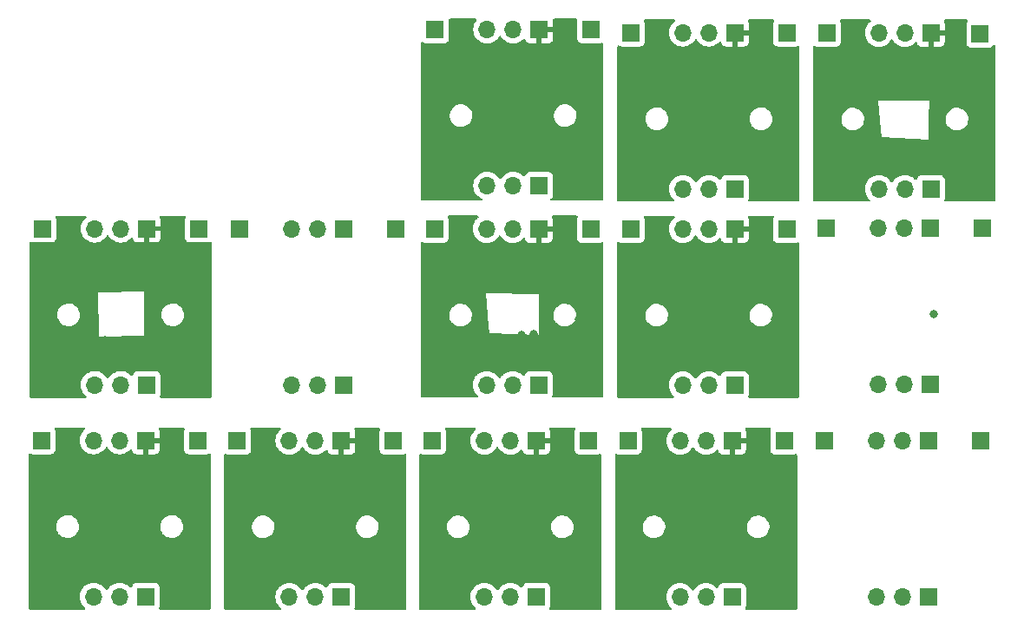
<source format=gbr>
%TF.GenerationSoftware,KiCad,Pcbnew,(7.0.0-0)*%
%TF.CreationDate,2023-03-27T22:21:21-05:00*%
%TF.ProjectId,he-sensor-breakout,68652d73-656e-4736-9f72-2d627265616b,rev?*%
%TF.SameCoordinates,Original*%
%TF.FileFunction,Copper,L1,Top*%
%TF.FilePolarity,Positive*%
%FSLAX46Y46*%
G04 Gerber Fmt 4.6, Leading zero omitted, Abs format (unit mm)*
G04 Created by KiCad (PCBNEW (7.0.0-0)) date 2023-03-27 22:21:21*
%MOMM*%
%LPD*%
G01*
G04 APERTURE LIST*
%TA.AperFunction,ComponentPad*%
%ADD10R,1.700000X1.700000*%
%TD*%
%TA.AperFunction,ComponentPad*%
%ADD11O,1.700000X1.700000*%
%TD*%
%TA.AperFunction,ViaPad*%
%ADD12C,0.800000*%
%TD*%
G04 APERTURE END LIST*
D10*
%TO.P,STB3,1*%
%TO.N,N/C*%
X83564599Y-82937798D03*
D11*
%TO.P,STB3,2*%
X81024599Y-82937798D03*
%TO.P,STB3,3*%
X78484599Y-82937798D03*
%TD*%
D10*
%TO.P,STB1,1*%
%TO.N,N/C*%
X130769999Y-67724999D03*
%TD*%
%TO.P,STB1,1*%
%TO.N,N/C*%
X149904241Y-48583916D03*
%TD*%
%TO.P,STB2,1*%
%TO.N,N/C*%
X126654599Y-88376249D03*
%TD*%
%TO.P,STB2,1*%
%TO.N,N/C*%
X107819999Y-67714999D03*
%TD*%
%TO.P,J1,1,Pin_1*%
%TO.N,GND*%
X102549599Y-88381249D03*
D11*
%TO.P,J1,2,Pin_2*%
%TO.N,/Vout*%
X100009599Y-88381249D03*
%TO.P,J1,3,Pin_3*%
%TO.N,VCC*%
X97469599Y-88381249D03*
%TD*%
D10*
%TO.P,STB3,1*%
%TO.N,N/C*%
X159809999Y-103646249D03*
D11*
%TO.P,STB3,2*%
X157269999Y-103646249D03*
%TO.P,STB3,3*%
X154729999Y-103646249D03*
%TD*%
D10*
%TO.P,STB1,1*%
%TO.N,N/C*%
X130796141Y-48571166D03*
%TD*%
%TO.P,STB3,1*%
%TO.N,N/C*%
X140956141Y-63811166D03*
D11*
%TO.P,STB3,2*%
X138416141Y-63811166D03*
%TO.P,STB3,3*%
X135876141Y-63811166D03*
%TD*%
D10*
%TO.P,STB1,1*%
%TO.N,N/C*%
X92389599Y-88381249D03*
%TD*%
%TO.P,STB1,1*%
%TO.N,N/C*%
X149818999Y-67640548D03*
%TD*%
%TO.P,STB3,1*%
%TO.N,N/C*%
X160064241Y-63823916D03*
D11*
%TO.P,STB3,2*%
X157524241Y-63823916D03*
%TO.P,STB3,3*%
X154984241Y-63823916D03*
%TD*%
D10*
%TO.P,J1,1,Pin_1*%
%TO.N,GND*%
X140929999Y-67724999D03*
D11*
%TO.P,J1,2,Pin_2*%
%TO.N,/Vout*%
X138389999Y-67724999D03*
%TO.P,J1,3,Pin_3*%
%TO.N,VCC*%
X135849999Y-67724999D03*
%TD*%
D10*
%TO.P,J1,1,Pin_1*%
%TO.N,GND*%
X159809999Y-88406249D03*
D11*
%TO.P,J1,2,Pin_2*%
%TO.N,/Vout*%
X157269999Y-88406249D03*
%TO.P,J1,3,Pin_3*%
%TO.N,VCC*%
X154729999Y-88406249D03*
%TD*%
D10*
%TO.P,STB3,1*%
%TO.N,N/C*%
X102549599Y-103621249D03*
D11*
%TO.P,STB3,2*%
X100009599Y-103621249D03*
%TO.P,STB3,3*%
X97469599Y-103621249D03*
%TD*%
D10*
%TO.P,STB1,1*%
%TO.N,N/C*%
X111688241Y-48251666D03*
%TD*%
%TO.P,STB2,1*%
%TO.N,N/C*%
X126928241Y-48251666D03*
%TD*%
%TO.P,STB1,1*%
%TO.N,N/C*%
X111414599Y-88376249D03*
%TD*%
%TO.P,J1,1,Pin_1*%
%TO.N,GND*%
X102739999Y-67714999D03*
D11*
%TO.P,J1,2,Pin_2*%
%TO.N,/Vout*%
X100199999Y-67714999D03*
%TO.P,J1,3,Pin_3*%
%TO.N,VCC*%
X97659999Y-67714999D03*
%TD*%
D10*
%TO.P,STB2,1*%
%TO.N,N/C*%
X146036141Y-48571166D03*
%TD*%
%TO.P,STB1,1*%
%TO.N,N/C*%
X92579999Y-67714999D03*
%TD*%
%TO.P,STB3,1*%
%TO.N,N/C*%
X140929999Y-82964999D03*
D11*
%TO.P,STB3,2*%
X138389999Y-82964999D03*
%TO.P,STB3,3*%
X135849999Y-82964999D03*
%TD*%
D10*
%TO.P,J1,1,Pin_1*%
%TO.N,GND*%
X121803999Y-67715548D03*
D11*
%TO.P,J1,2,Pin_2*%
%TO.N,/Vout*%
X119263999Y-67715548D03*
%TO.P,J1,3,Pin_3*%
%TO.N,VCC*%
X116723999Y-67715548D03*
%TD*%
D10*
%TO.P,STB3,1*%
%TO.N,N/C*%
X121848241Y-63491666D03*
D11*
%TO.P,STB3,2*%
X119308241Y-63491666D03*
%TO.P,STB3,3*%
X116768241Y-63491666D03*
%TD*%
D10*
%TO.P,STB1,1*%
%TO.N,N/C*%
X130509599Y-88396249D03*
%TD*%
%TO.P,STB3,1*%
%TO.N,N/C*%
X83454599Y-103601249D03*
D11*
%TO.P,STB3,2*%
X80914599Y-103601249D03*
%TO.P,STB3,3*%
X78374599Y-103601249D03*
%TD*%
D10*
%TO.P,STB1,1*%
%TO.N,N/C*%
X73294599Y-88361249D03*
%TD*%
%TO.P,J1,1,Pin_1*%
%TO.N,GND*%
X160064241Y-48583916D03*
D11*
%TO.P,J1,2,Pin_2*%
%TO.N,/Vout*%
X157524241Y-48583916D03*
%TO.P,J1,3,Pin_3*%
%TO.N,VCC*%
X154984241Y-48583916D03*
%TD*%
D10*
%TO.P,J1,1,Pin_1*%
%TO.N,GND*%
X159978999Y-67640548D03*
D11*
%TO.P,J1,2,Pin_2*%
%TO.N,/Vout*%
X157438999Y-67640548D03*
%TO.P,J1,3,Pin_3*%
%TO.N,VCC*%
X154898999Y-67640548D03*
%TD*%
D10*
%TO.P,STB2,1*%
%TO.N,N/C*%
X88534599Y-88361249D03*
%TD*%
%TO.P,STB2,1*%
%TO.N,N/C*%
X107629599Y-88381249D03*
%TD*%
%TO.P,J1,1,Pin_1*%
%TO.N,GND*%
X83564599Y-67697798D03*
D11*
%TO.P,J1,2,Pin_2*%
%TO.N,/Vout*%
X81024599Y-67697798D03*
%TO.P,J1,3,Pin_3*%
%TO.N,VCC*%
X78484599Y-67697798D03*
%TD*%
D10*
%TO.P,STB3,1*%
%TO.N,N/C*%
X102739999Y-82954999D03*
D11*
%TO.P,STB3,2*%
X100199999Y-82954999D03*
%TO.P,STB3,3*%
X97659999Y-82954999D03*
%TD*%
D10*
%TO.P,STB2,1*%
%TO.N,N/C*%
X165058999Y-67640548D03*
%TD*%
%TO.P,STB1,1*%
%TO.N,N/C*%
X73404599Y-67697798D03*
%TD*%
%TO.P,STB2,1*%
%TO.N,N/C*%
X164889999Y-88406249D03*
%TD*%
%TO.P,J1,1,Pin_1*%
%TO.N,GND*%
X83454599Y-88361249D03*
D11*
%TO.P,J1,2,Pin_2*%
%TO.N,/Vout*%
X80914599Y-88361249D03*
%TO.P,J1,3,Pin_3*%
%TO.N,VCC*%
X78374599Y-88361249D03*
%TD*%
D10*
%TO.P,STB1,1*%
%TO.N,N/C*%
X149649999Y-88406249D03*
%TD*%
%TO.P,STB3,1*%
%TO.N,N/C*%
X140669599Y-103636249D03*
D11*
%TO.P,STB3,2*%
X138129599Y-103636249D03*
%TO.P,STB3,3*%
X135589599Y-103636249D03*
%TD*%
D10*
%TO.P,STB2,1*%
%TO.N,N/C*%
X146009999Y-67724999D03*
%TD*%
%TO.P,STB2,1*%
%TO.N,N/C*%
X145749599Y-88396249D03*
%TD*%
%TO.P,STB2,1*%
%TO.N,N/C*%
X126883999Y-67715548D03*
%TD*%
%TO.P,STB2,1*%
%TO.N,N/C*%
X164874999Y-48674999D03*
%TD*%
%TO.P,J1,1,Pin_1*%
%TO.N,GND*%
X140669599Y-88396249D03*
D11*
%TO.P,J1,2,Pin_2*%
%TO.N,/Vout*%
X138129599Y-88396249D03*
%TO.P,J1,3,Pin_3*%
%TO.N,VCC*%
X135589599Y-88396249D03*
%TD*%
D10*
%TO.P,STB3,1*%
%TO.N,N/C*%
X159978999Y-82880548D03*
D11*
%TO.P,STB3,2*%
X157438999Y-82880548D03*
%TO.P,STB3,3*%
X154898999Y-82880548D03*
%TD*%
D10*
%TO.P,J1,1,Pin_1*%
%TO.N,GND*%
X121848241Y-48251666D03*
D11*
%TO.P,J1,2,Pin_2*%
%TO.N,/Vout*%
X119308241Y-48251666D03*
%TO.P,J1,3,Pin_3*%
%TO.N,VCC*%
X116768241Y-48251666D03*
%TD*%
D10*
%TO.P,J1,1,Pin_1*%
%TO.N,GND*%
X140956141Y-48571166D03*
D11*
%TO.P,J1,2,Pin_2*%
%TO.N,/Vout*%
X138416141Y-48571166D03*
%TO.P,J1,3,Pin_3*%
%TO.N,VCC*%
X135876141Y-48571166D03*
%TD*%
D10*
%TO.P,STB3,1*%
%TO.N,N/C*%
X121803999Y-82955548D03*
D11*
%TO.P,STB3,2*%
X119263999Y-82955548D03*
%TO.P,STB3,3*%
X116723999Y-82955548D03*
%TD*%
D10*
%TO.P,J1,1,Pin_1*%
%TO.N,GND*%
X121574599Y-88376249D03*
D11*
%TO.P,J1,2,Pin_2*%
%TO.N,/Vout*%
X119034599Y-88376249D03*
%TO.P,J1,3,Pin_3*%
%TO.N,VCC*%
X116494599Y-88376249D03*
%TD*%
D10*
%TO.P,STB2,1*%
%TO.N,N/C*%
X88644599Y-67697798D03*
%TD*%
%TO.P,STB3,1*%
%TO.N,N/C*%
X121574599Y-103616249D03*
D11*
%TO.P,STB3,2*%
X119034599Y-103616249D03*
%TO.P,STB3,3*%
X116494599Y-103616249D03*
%TD*%
D10*
%TO.P,STB1,1*%
%TO.N,N/C*%
X111643999Y-67715548D03*
%TD*%
D12*
%TO.N,GND*%
X135759600Y-80190000D03*
X114613600Y-70060549D03*
X125249600Y-82602549D03*
X114563600Y-68730549D03*
X121693600Y-79554549D03*
X82144600Y-70997799D03*
X114383600Y-78170549D03*
X139835000Y-74586549D03*
X133961600Y-81088000D03*
X141429600Y-76210000D03*
X122254600Y-98901250D03*
X79694600Y-72927799D03*
X121984600Y-91041250D03*
X116633600Y-80180549D03*
X121853600Y-69940549D03*
X79684600Y-70967799D03*
X113074600Y-99141250D03*
X117664600Y-92596250D03*
X111787600Y-76506549D03*
X114835600Y-81078549D03*
X135749600Y-74610000D03*
X133739600Y-71310000D03*
X114663600Y-72790549D03*
X145137600Y-74738000D03*
X82034600Y-92701250D03*
X123725600Y-71172549D03*
X136501600Y-72198000D03*
X139803600Y-80580000D03*
X131167600Y-74738000D03*
X122303600Y-76200549D03*
X141069600Y-71090000D03*
X82144600Y-69877799D03*
X142851600Y-71182000D03*
X144883600Y-76516000D03*
X112554600Y-102041250D03*
X133879600Y-74150000D03*
X122360000Y-74861549D03*
X123084600Y-92371250D03*
X136609600Y-78730000D03*
X120604600Y-95261250D03*
X114684600Y-94641250D03*
X117233600Y-69950549D03*
X111334600Y-98011250D03*
X120677600Y-80570549D03*
X125757600Y-76506549D03*
X121343600Y-77980549D03*
X117704600Y-93606250D03*
X120154600Y-92716250D03*
X114544600Y-100471250D03*
X136359600Y-69960000D03*
X126519600Y-79046549D03*
X79654600Y-71917799D03*
X123784600Y-93971250D03*
X82184600Y-72987799D03*
X141129600Y-72260000D03*
X123979600Y-80316549D03*
X122963600Y-78284549D03*
X126011600Y-74728549D03*
X137379600Y-69950000D03*
X120123600Y-78030549D03*
X142343600Y-73722000D03*
X123334600Y-90981250D03*
X79544600Y-92581250D03*
X131167600Y-70674000D03*
X114704600Y-99231250D03*
X124154600Y-100571250D03*
X120154600Y-91676250D03*
X83684600Y-96751250D03*
X142851600Y-69404000D03*
X114703600Y-79360549D03*
X122514600Y-100081250D03*
X136635742Y-59576167D03*
X79584600Y-93591250D03*
X117694600Y-91646250D03*
X140469600Y-77990000D03*
X112041600Y-81586549D03*
X124474600Y-92451250D03*
X118873600Y-79630549D03*
X133739600Y-70070000D03*
X82034600Y-90541250D03*
X122064600Y-95271250D03*
X117744600Y-90586250D03*
X142343600Y-72452000D03*
X124734600Y-90851250D03*
X160335000Y-76036549D03*
X114613600Y-71300549D03*
X133689600Y-68740000D03*
X98434600Y-99181250D03*
X126773600Y-81078549D03*
X133829600Y-79370000D03*
X117483600Y-78720549D03*
X83794600Y-76087799D03*
X125757600Y-72188549D03*
X132691600Y-82612000D03*
X121804600Y-96766250D03*
X121964600Y-94151250D03*
X131167600Y-81596000D03*
X160514242Y-56798917D03*
X82034600Y-91661250D03*
X133789600Y-72800000D03*
X121054600Y-101261250D03*
X121964600Y-92781250D03*
X140929600Y-73550000D03*
X127281600Y-71934549D03*
X82144600Y-72037799D03*
X139589600Y-69810000D03*
X112041600Y-72188549D03*
X122003600Y-72250549D03*
X124424600Y-101931250D03*
X82074600Y-93651250D03*
X143867600Y-73722000D03*
X123217600Y-73712549D03*
X124995600Y-78792549D03*
X112964600Y-93841250D03*
X112295600Y-79300549D03*
X137999600Y-79640000D03*
X145645600Y-79056000D03*
X155743842Y-59588917D03*
X120194600Y-93666250D03*
X124134600Y-99261250D03*
X121943600Y-71080549D03*
X120514600Y-99731250D03*
X114314600Y-92231250D03*
X141014742Y-53039167D03*
X120154600Y-90556250D03*
X145899600Y-81088000D03*
X142089600Y-78294000D03*
X130913600Y-76516000D03*
X122185000Y-73461549D03*
X102779600Y-96771250D03*
X125757600Y-69394549D03*
X144883600Y-72198000D03*
X120463600Y-69800549D03*
X79524600Y-78597799D03*
X117375600Y-72188549D03*
X140979600Y-69950000D03*
X114753600Y-74140549D03*
X79624600Y-90571250D03*
X123725600Y-69394549D03*
X144375600Y-82612000D03*
X111864600Y-95781250D03*
X112984600Y-100491250D03*
X131167600Y-72198000D03*
X124741600Y-73712549D03*
X125174600Y-94781250D03*
X160122842Y-53051917D03*
X125214600Y-99551250D03*
X118253600Y-69940549D03*
X126354600Y-93951250D03*
X141014742Y-57103167D03*
X114314600Y-90001250D03*
X113565600Y-82602549D03*
X115994600Y-100631250D03*
X131421600Y-79310000D03*
X126674600Y-101381250D03*
X112041600Y-74728549D03*
X144883600Y-69404000D03*
X139249600Y-78040000D03*
X79574600Y-91631250D03*
X144121600Y-78802000D03*
X126484600Y-96831250D03*
X116663600Y-73340549D03*
X111004600Y-93031250D03*
X133509600Y-78180000D03*
X119204600Y-100321250D03*
X143105600Y-80326000D03*
X135789600Y-73350000D03*
X112374600Y-91511250D03*
X120234600Y-98231250D03*
X126134600Y-91721250D03*
X123217600Y-72442549D03*
X140819600Y-79564000D03*
X146407600Y-71944000D03*
X112041600Y-70664549D03*
X117824600Y-99341250D03*
X117544600Y-100811250D03*
X79414600Y-99261250D03*
X79734600Y-69907799D03*
%TD*%
%TA.AperFunction,Conductor*%
%TO.N,GND*%
G36*
X115683906Y-47215408D02*
G01*
X115729567Y-47264160D01*
X115743313Y-47329527D01*
X115721153Y-47392540D01*
X115597315Y-47569398D01*
X115597310Y-47569405D01*
X115594207Y-47573838D01*
X115591919Y-47578744D01*
X115591917Y-47578748D01*
X115496628Y-47783094D01*
X115496625Y-47783099D01*
X115494339Y-47788004D01*
X115492940Y-47793224D01*
X115492936Y-47793236D01*
X115434579Y-48011032D01*
X115434577Y-48011038D01*
X115433179Y-48016259D01*
X115412583Y-48251667D01*
X115433179Y-48487075D01*
X115434578Y-48492297D01*
X115434579Y-48492301D01*
X115492936Y-48710097D01*
X115492939Y-48710105D01*
X115494339Y-48715330D01*
X115496627Y-48720237D01*
X115496628Y-48720239D01*
X115591920Y-48924594D01*
X115591923Y-48924600D01*
X115594207Y-48929497D01*
X115597306Y-48933924D01*
X115597308Y-48933926D01*
X115726641Y-49118633D01*
X115726644Y-49118637D01*
X115729747Y-49123068D01*
X115896841Y-49290162D01*
X115901273Y-49293265D01*
X115901275Y-49293267D01*
X116045502Y-49394256D01*
X116090412Y-49425702D01*
X116304579Y-49525570D01*
X116309809Y-49526971D01*
X116309811Y-49526972D01*
X116351861Y-49538239D01*
X116532834Y-49586730D01*
X116768242Y-49607326D01*
X117003650Y-49586730D01*
X117231905Y-49525570D01*
X117446072Y-49425702D01*
X117639643Y-49290162D01*
X117806737Y-49123068D01*
X117936666Y-48937509D01*
X117980985Y-48898643D01*
X118038242Y-48884632D01*
X118095499Y-48898643D01*
X118139817Y-48937509D01*
X118266637Y-49118628D01*
X118266643Y-49118635D01*
X118269747Y-49123068D01*
X118436841Y-49290162D01*
X118441273Y-49293265D01*
X118441275Y-49293267D01*
X118585502Y-49394256D01*
X118630412Y-49425702D01*
X118844579Y-49525570D01*
X118849809Y-49526971D01*
X118849811Y-49526972D01*
X118891861Y-49538239D01*
X119072834Y-49586730D01*
X119308242Y-49607326D01*
X119543650Y-49586730D01*
X119771905Y-49525570D01*
X119986072Y-49425702D01*
X120179643Y-49290162D01*
X120301959Y-49167845D01*
X120354702Y-49136552D01*
X120415995Y-49134363D01*
X120470839Y-49161816D01*
X120505819Y-49212195D01*
X120551790Y-49335446D01*
X120560204Y-49350856D01*
X120635740Y-49451759D01*
X120648149Y-49464168D01*
X120749052Y-49539704D01*
X120764464Y-49548119D01*
X120883600Y-49592555D01*
X120898574Y-49596093D01*
X120947127Y-49601313D01*
X120953724Y-49601667D01*
X121581916Y-49601667D01*
X121594791Y-49598216D01*
X121598242Y-49585341D01*
X122098242Y-49585341D01*
X122101692Y-49598216D01*
X122114568Y-49601667D01*
X122742760Y-49601667D01*
X122749356Y-49601313D01*
X122797909Y-49596093D01*
X122812883Y-49592555D01*
X122932019Y-49548119D01*
X122947431Y-49539704D01*
X123048334Y-49464168D01*
X123060743Y-49451759D01*
X123136279Y-49350856D01*
X123144694Y-49335444D01*
X123189130Y-49216308D01*
X123192668Y-49201334D01*
X123197888Y-49152781D01*
X123198242Y-49146185D01*
X123198242Y-48517993D01*
X123194791Y-48505117D01*
X123181916Y-48501667D01*
X122114568Y-48501667D01*
X122101692Y-48505117D01*
X122098242Y-48517993D01*
X122098242Y-49585341D01*
X121598242Y-49585341D01*
X121598242Y-48125667D01*
X121614855Y-48063667D01*
X121660242Y-48018280D01*
X121722242Y-48001667D01*
X123181916Y-48001667D01*
X123194791Y-47998216D01*
X123198242Y-47985341D01*
X123198242Y-47357149D01*
X123197887Y-47350539D01*
X123196182Y-47334674D01*
X123207934Y-47267237D01*
X123253677Y-47216312D01*
X123319471Y-47197417D01*
X125456509Y-47197417D01*
X125522303Y-47216312D01*
X125568046Y-47267237D01*
X125579797Y-47334672D01*
X125577742Y-47353794D01*
X125577742Y-47357115D01*
X125577742Y-47357116D01*
X125577742Y-49146227D01*
X125577742Y-49146245D01*
X125577743Y-49149539D01*
X125578095Y-49152817D01*
X125578096Y-49152828D01*
X125583321Y-49201435D01*
X125583322Y-49201440D01*
X125584151Y-49209150D01*
X125586861Y-49216416D01*
X125586862Y-49216420D01*
X125612937Y-49286330D01*
X125634446Y-49343998D01*
X125639760Y-49351097D01*
X125639761Y-49351098D01*
X125695609Y-49425702D01*
X125720696Y-49459213D01*
X125835911Y-49545463D01*
X125970759Y-49595758D01*
X126030369Y-49602167D01*
X127826114Y-49602166D01*
X127885725Y-49595758D01*
X127924642Y-49581242D01*
X127941909Y-49574803D01*
X128000696Y-49567952D01*
X128055962Y-49589129D01*
X128095118Y-49633510D01*
X128109242Y-49690985D01*
X128109242Y-64853417D01*
X128092629Y-64915417D01*
X128047242Y-64960804D01*
X127985242Y-64977417D01*
X123056713Y-64977417D01*
X122997286Y-64962249D01*
X122952398Y-64920457D01*
X122933029Y-64862264D01*
X122943918Y-64801906D01*
X122982402Y-64754150D01*
X122999921Y-64741035D01*
X123055788Y-64699213D01*
X123142038Y-64583998D01*
X123192333Y-64449150D01*
X123198742Y-64389540D01*
X123198741Y-62593795D01*
X123192333Y-62534184D01*
X123142038Y-62399336D01*
X123055788Y-62284121D01*
X122965272Y-62216361D01*
X122947673Y-62203186D01*
X122947672Y-62203185D01*
X122940573Y-62197871D01*
X122833684Y-62158004D01*
X122812994Y-62150287D01*
X122812992Y-62150286D01*
X122805725Y-62147576D01*
X122798012Y-62146746D01*
X122798009Y-62146746D01*
X122749422Y-62141522D01*
X122749411Y-62141521D01*
X122746115Y-62141167D01*
X122742792Y-62141167D01*
X120953681Y-62141167D01*
X120953662Y-62141167D01*
X120950370Y-62141168D01*
X120947092Y-62141520D01*
X120947080Y-62141521D01*
X120898473Y-62146746D01*
X120898467Y-62146747D01*
X120890759Y-62147576D01*
X120883494Y-62150285D01*
X120883488Y-62150287D01*
X120764222Y-62194771D01*
X120764220Y-62194771D01*
X120755911Y-62197871D01*
X120748814Y-62203183D01*
X120748810Y-62203186D01*
X120647792Y-62278808D01*
X120647788Y-62278811D01*
X120640696Y-62284121D01*
X120635386Y-62291213D01*
X120635383Y-62291217D01*
X120559761Y-62392235D01*
X120559758Y-62392239D01*
X120554446Y-62399336D01*
X120551346Y-62407645D01*
X120551347Y-62407645D01*
X120505431Y-62530750D01*
X120470452Y-62581129D01*
X120415607Y-62608582D01*
X120354314Y-62606393D01*
X120301568Y-62575097D01*
X120183474Y-62457003D01*
X120183472Y-62457001D01*
X120179643Y-62453172D01*
X120175212Y-62450069D01*
X120175208Y-62450066D01*
X119990501Y-62320733D01*
X119990499Y-62320731D01*
X119986072Y-62317632D01*
X119981175Y-62315348D01*
X119981169Y-62315345D01*
X119776814Y-62220053D01*
X119776812Y-62220052D01*
X119771905Y-62217764D01*
X119766680Y-62216364D01*
X119766672Y-62216361D01*
X119548876Y-62158004D01*
X119548872Y-62158003D01*
X119543650Y-62156604D01*
X119538262Y-62156132D01*
X119538259Y-62156132D01*
X119313637Y-62136480D01*
X119308242Y-62136008D01*
X119302847Y-62136480D01*
X119078224Y-62156132D01*
X119078219Y-62156132D01*
X119072834Y-62156604D01*
X119067613Y-62158002D01*
X119067607Y-62158004D01*
X118849811Y-62216361D01*
X118849799Y-62216365D01*
X118844579Y-62217764D01*
X118839674Y-62220050D01*
X118839669Y-62220053D01*
X118635323Y-62315342D01*
X118635319Y-62315344D01*
X118630413Y-62317632D01*
X118625980Y-62320735D01*
X118625973Y-62320740D01*
X118441276Y-62450066D01*
X118441271Y-62450069D01*
X118436841Y-62453172D01*
X118433017Y-62456995D01*
X118433011Y-62457001D01*
X118273576Y-62616436D01*
X118273570Y-62616442D01*
X118269747Y-62620266D01*
X118266644Y-62624696D01*
X118266641Y-62624701D01*
X118139817Y-62805826D01*
X118095499Y-62844692D01*
X118038242Y-62858703D01*
X117980985Y-62844692D01*
X117936667Y-62805826D01*
X117809842Y-62624701D01*
X117806737Y-62620266D01*
X117639643Y-62453172D01*
X117635212Y-62450069D01*
X117635208Y-62450066D01*
X117450501Y-62320733D01*
X117450499Y-62320731D01*
X117446072Y-62317632D01*
X117441175Y-62315348D01*
X117441169Y-62315345D01*
X117236814Y-62220053D01*
X117236812Y-62220052D01*
X117231905Y-62217764D01*
X117226680Y-62216364D01*
X117226672Y-62216361D01*
X117008876Y-62158004D01*
X117008872Y-62158003D01*
X117003650Y-62156604D01*
X116998262Y-62156132D01*
X116998259Y-62156132D01*
X116773637Y-62136480D01*
X116768242Y-62136008D01*
X116762847Y-62136480D01*
X116538224Y-62156132D01*
X116538219Y-62156132D01*
X116532834Y-62156604D01*
X116527613Y-62158002D01*
X116527607Y-62158004D01*
X116309811Y-62216361D01*
X116309799Y-62216365D01*
X116304579Y-62217764D01*
X116299674Y-62220050D01*
X116299669Y-62220053D01*
X116095323Y-62315342D01*
X116095319Y-62315344D01*
X116090413Y-62317632D01*
X116085980Y-62320735D01*
X116085973Y-62320740D01*
X115901276Y-62450066D01*
X115901271Y-62450069D01*
X115896841Y-62453172D01*
X115893017Y-62456995D01*
X115893011Y-62457001D01*
X115733576Y-62616436D01*
X115733570Y-62616442D01*
X115729747Y-62620266D01*
X115726644Y-62624696D01*
X115726641Y-62624701D01*
X115597315Y-62809398D01*
X115597310Y-62809405D01*
X115594207Y-62813838D01*
X115591919Y-62818744D01*
X115591917Y-62818748D01*
X115496628Y-63023094D01*
X115496625Y-63023099D01*
X115494339Y-63028004D01*
X115492940Y-63033224D01*
X115492936Y-63033236D01*
X115434579Y-63251032D01*
X115434577Y-63251038D01*
X115433179Y-63256259D01*
X115412583Y-63491667D01*
X115433179Y-63727075D01*
X115434578Y-63732297D01*
X115434579Y-63732301D01*
X115492936Y-63950097D01*
X115492939Y-63950105D01*
X115494339Y-63955330D01*
X115496627Y-63960237D01*
X115496628Y-63960239D01*
X115591920Y-64164594D01*
X115591923Y-64164600D01*
X115594207Y-64169497D01*
X115597306Y-64173924D01*
X115597308Y-64173926D01*
X115726641Y-64358633D01*
X115726644Y-64358637D01*
X115729747Y-64363068D01*
X115896841Y-64530162D01*
X115901273Y-64533265D01*
X115901275Y-64533267D01*
X116045502Y-64634256D01*
X116090412Y-64665702D01*
X116095312Y-64667987D01*
X116095314Y-64667988D01*
X116251964Y-64741035D01*
X116302360Y-64784077D01*
X116323389Y-64846927D01*
X116309044Y-64911631D01*
X116263424Y-64959706D01*
X116199559Y-64977417D01*
X110453242Y-64977417D01*
X110391242Y-64960804D01*
X110345855Y-64915417D01*
X110329242Y-64853417D01*
X110329242Y-56612815D01*
X113123988Y-56612815D01*
X113124268Y-56618699D01*
X113124268Y-56618706D01*
X113128999Y-56718019D01*
X113133988Y-56822747D01*
X113135377Y-56828475D01*
X113135379Y-56828484D01*
X113157631Y-56920205D01*
X113183538Y-57026993D01*
X113270846Y-57218170D01*
X113274273Y-57222983D01*
X113274274Y-57222984D01*
X113333868Y-57306673D01*
X113392756Y-57389369D01*
X113544864Y-57534403D01*
X113721670Y-57648030D01*
X113727153Y-57650225D01*
X113727155Y-57650226D01*
X113911302Y-57723947D01*
X113916785Y-57726142D01*
X114123157Y-57765917D01*
X114277713Y-57765917D01*
X114280667Y-57765917D01*
X114437460Y-57750945D01*
X114639117Y-57691733D01*
X114825924Y-57595428D01*
X114991128Y-57465509D01*
X115128761Y-57306673D01*
X115233846Y-57124661D01*
X115302586Y-56926050D01*
X115332496Y-56718019D01*
X115327485Y-56612815D01*
X123283988Y-56612815D01*
X123284268Y-56618699D01*
X123284268Y-56618706D01*
X123288999Y-56718019D01*
X123293988Y-56822747D01*
X123295377Y-56828475D01*
X123295379Y-56828484D01*
X123317631Y-56920205D01*
X123343538Y-57026993D01*
X123430846Y-57218170D01*
X123434273Y-57222983D01*
X123434274Y-57222984D01*
X123493868Y-57306673D01*
X123552756Y-57389369D01*
X123704864Y-57534403D01*
X123881670Y-57648030D01*
X123887153Y-57650225D01*
X123887155Y-57650226D01*
X124071302Y-57723947D01*
X124076785Y-57726142D01*
X124283157Y-57765917D01*
X124437713Y-57765917D01*
X124440667Y-57765917D01*
X124597460Y-57750945D01*
X124799117Y-57691733D01*
X124985924Y-57595428D01*
X125151128Y-57465509D01*
X125288761Y-57306673D01*
X125393846Y-57124661D01*
X125462586Y-56926050D01*
X125492496Y-56718019D01*
X125482496Y-56508087D01*
X125432946Y-56303841D01*
X125345638Y-56112664D01*
X125223728Y-55941465D01*
X125071620Y-55796431D01*
X124972452Y-55732699D01*
X124899786Y-55685999D01*
X124899783Y-55685997D01*
X124894814Y-55682804D01*
X124889334Y-55680610D01*
X124889328Y-55680607D01*
X124705181Y-55606886D01*
X124705174Y-55606884D01*
X124699699Y-55604692D01*
X124693904Y-55603575D01*
X124693897Y-55603573D01*
X124499124Y-55566034D01*
X124499121Y-55566033D01*
X124493327Y-55564917D01*
X124335817Y-55564917D01*
X124332888Y-55565196D01*
X124332881Y-55565197D01*
X124184904Y-55579327D01*
X124184898Y-55579328D01*
X124179024Y-55579889D01*
X124173354Y-55581553D01*
X124173353Y-55581554D01*
X123983029Y-55637438D01*
X123983024Y-55637439D01*
X123977367Y-55639101D01*
X123972126Y-55641802D01*
X123972123Y-55641804D01*
X123795810Y-55732699D01*
X123795806Y-55732701D01*
X123790560Y-55735406D01*
X123785918Y-55739055D01*
X123785914Y-55739059D01*
X123630001Y-55861671D01*
X123629994Y-55861677D01*
X123625356Y-55865325D01*
X123621492Y-55869784D01*
X123621487Y-55869789D01*
X123491589Y-56019699D01*
X123487723Y-56024161D01*
X123484772Y-56029271D01*
X123484770Y-56029275D01*
X123385594Y-56201052D01*
X123385591Y-56201057D01*
X123382638Y-56206173D01*
X123380707Y-56211752D01*
X123380703Y-56211761D01*
X123315829Y-56399202D01*
X123315826Y-56399211D01*
X123313898Y-56404784D01*
X123313058Y-56410620D01*
X123313057Y-56410628D01*
X123284827Y-56606975D01*
X123284826Y-56606981D01*
X123283988Y-56612815D01*
X115327485Y-56612815D01*
X115322496Y-56508087D01*
X115272946Y-56303841D01*
X115185638Y-56112664D01*
X115063728Y-55941465D01*
X114911620Y-55796431D01*
X114812452Y-55732699D01*
X114739786Y-55685999D01*
X114739783Y-55685997D01*
X114734814Y-55682804D01*
X114729334Y-55680610D01*
X114729328Y-55680607D01*
X114545181Y-55606886D01*
X114545174Y-55606884D01*
X114539699Y-55604692D01*
X114533904Y-55603575D01*
X114533897Y-55603573D01*
X114339124Y-55566034D01*
X114339121Y-55566033D01*
X114333327Y-55564917D01*
X114175817Y-55564917D01*
X114172888Y-55565196D01*
X114172881Y-55565197D01*
X114024904Y-55579327D01*
X114024898Y-55579328D01*
X114019024Y-55579889D01*
X114013354Y-55581553D01*
X114013353Y-55581554D01*
X113823029Y-55637438D01*
X113823024Y-55637439D01*
X113817367Y-55639101D01*
X113812126Y-55641802D01*
X113812123Y-55641804D01*
X113635810Y-55732699D01*
X113635806Y-55732701D01*
X113630560Y-55735406D01*
X113625918Y-55739055D01*
X113625914Y-55739059D01*
X113470001Y-55861671D01*
X113469994Y-55861677D01*
X113465356Y-55865325D01*
X113461492Y-55869784D01*
X113461487Y-55869789D01*
X113331589Y-56019699D01*
X113327723Y-56024161D01*
X113324772Y-56029271D01*
X113324770Y-56029275D01*
X113225594Y-56201052D01*
X113225591Y-56201057D01*
X113222638Y-56206173D01*
X113220707Y-56211752D01*
X113220703Y-56211761D01*
X113155829Y-56399202D01*
X113155826Y-56399211D01*
X113153898Y-56404784D01*
X113153058Y-56410620D01*
X113153057Y-56410628D01*
X113124827Y-56606975D01*
X113124826Y-56606981D01*
X113123988Y-56612815D01*
X110329242Y-56612815D01*
X110329242Y-49593557D01*
X110347747Y-49528390D01*
X110397738Y-49482673D01*
X110464295Y-49470051D01*
X110527552Y-49494289D01*
X110595911Y-49545463D01*
X110730759Y-49595758D01*
X110790369Y-49602167D01*
X112586114Y-49602166D01*
X112645725Y-49595758D01*
X112780573Y-49545463D01*
X112895788Y-49459213D01*
X112982038Y-49343998D01*
X113032333Y-49209150D01*
X113038742Y-49149540D01*
X113038741Y-47353795D01*
X113036685Y-47334670D01*
X113048439Y-47267235D01*
X113094182Y-47216311D01*
X113159975Y-47197417D01*
X115619578Y-47197417D01*
X115683906Y-47215408D01*
G37*
%TD.AperFunction*%
%TD*%
%TA.AperFunction,Conductor*%
%TO.N,GND*%
G36*
X135043262Y-47287964D02*
G01*
X135088304Y-47330707D01*
X135106976Y-47389927D01*
X135094597Y-47450775D01*
X135054270Y-47497990D01*
X135004741Y-47532672D01*
X135000917Y-47536495D01*
X135000911Y-47536501D01*
X134841476Y-47695936D01*
X134841470Y-47695942D01*
X134837647Y-47699766D01*
X134834544Y-47704196D01*
X134834541Y-47704201D01*
X134705215Y-47888898D01*
X134705210Y-47888905D01*
X134702107Y-47893338D01*
X134699819Y-47898244D01*
X134699817Y-47898248D01*
X134604528Y-48102594D01*
X134604525Y-48102599D01*
X134602239Y-48107504D01*
X134600840Y-48112724D01*
X134600836Y-48112736D01*
X134542479Y-48330532D01*
X134542477Y-48330538D01*
X134541079Y-48335759D01*
X134520483Y-48571167D01*
X134541079Y-48806575D01*
X134542478Y-48811797D01*
X134542479Y-48811801D01*
X134600836Y-49029597D01*
X134600839Y-49029605D01*
X134602239Y-49034830D01*
X134604527Y-49039737D01*
X134604528Y-49039739D01*
X134699820Y-49244094D01*
X134699823Y-49244100D01*
X134702107Y-49248997D01*
X134705206Y-49253424D01*
X134705208Y-49253426D01*
X134834541Y-49438133D01*
X134834544Y-49438137D01*
X134837647Y-49442568D01*
X135004741Y-49609662D01*
X135009173Y-49612765D01*
X135009175Y-49612767D01*
X135153402Y-49713756D01*
X135198312Y-49745202D01*
X135412479Y-49845070D01*
X135640734Y-49906230D01*
X135876142Y-49926826D01*
X136111550Y-49906230D01*
X136339805Y-49845070D01*
X136553972Y-49745202D01*
X136747543Y-49609662D01*
X136914637Y-49442568D01*
X137044566Y-49257009D01*
X137088885Y-49218143D01*
X137146142Y-49204132D01*
X137203399Y-49218143D01*
X137247717Y-49257009D01*
X137374537Y-49438128D01*
X137374543Y-49438135D01*
X137377647Y-49442568D01*
X137544741Y-49609662D01*
X137549173Y-49612765D01*
X137549175Y-49612767D01*
X137693402Y-49713756D01*
X137738312Y-49745202D01*
X137952479Y-49845070D01*
X138180734Y-49906230D01*
X138416142Y-49926826D01*
X138651550Y-49906230D01*
X138879805Y-49845070D01*
X139093972Y-49745202D01*
X139287543Y-49609662D01*
X139409859Y-49487345D01*
X139462602Y-49456052D01*
X139523895Y-49453863D01*
X139578739Y-49481316D01*
X139613719Y-49531695D01*
X139659690Y-49654946D01*
X139668104Y-49670356D01*
X139743640Y-49771259D01*
X139756049Y-49783668D01*
X139856952Y-49859204D01*
X139872364Y-49867619D01*
X139991500Y-49912055D01*
X140006474Y-49915593D01*
X140055027Y-49920813D01*
X140061624Y-49921167D01*
X140689816Y-49921167D01*
X140702691Y-49917716D01*
X140706142Y-49904841D01*
X141206142Y-49904841D01*
X141209592Y-49917716D01*
X141222468Y-49921167D01*
X141850660Y-49921167D01*
X141857256Y-49920813D01*
X141905809Y-49915593D01*
X141920783Y-49912055D01*
X142039919Y-49867619D01*
X142055331Y-49859204D01*
X142156234Y-49783668D01*
X142168643Y-49771259D01*
X142244179Y-49670356D01*
X142252594Y-49654944D01*
X142297030Y-49535808D01*
X142300568Y-49520834D01*
X142305788Y-49472281D01*
X142306142Y-49465685D01*
X142306142Y-48837493D01*
X142302691Y-48824617D01*
X142289816Y-48821167D01*
X141222468Y-48821167D01*
X141209592Y-48824617D01*
X141206142Y-48837493D01*
X141206142Y-49904841D01*
X140706142Y-49904841D01*
X140706142Y-48445167D01*
X140722755Y-48383167D01*
X140768142Y-48337780D01*
X140830142Y-48321167D01*
X142289816Y-48321167D01*
X142302691Y-48317716D01*
X142306142Y-48304841D01*
X142306142Y-47676649D01*
X142305788Y-47670052D01*
X142300568Y-47621499D01*
X142297030Y-47606525D01*
X142252594Y-47487389D01*
X142244179Y-47471977D01*
X142243245Y-47470729D01*
X142242649Y-47469176D01*
X142239929Y-47464193D01*
X142240600Y-47463826D01*
X142219005Y-47407471D01*
X142231626Y-47340914D01*
X142277344Y-47290922D01*
X142342511Y-47272417D01*
X144649149Y-47272417D01*
X144714317Y-47290922D01*
X144760034Y-47340914D01*
X144772655Y-47407472D01*
X144751167Y-47463544D01*
X144751912Y-47463951D01*
X144748894Y-47469477D01*
X144748414Y-47470729D01*
X144748027Y-47471246D01*
X144747659Y-47471738D01*
X144747657Y-47471740D01*
X144742346Y-47478836D01*
X144739246Y-47487145D01*
X144739246Y-47487147D01*
X144694762Y-47606414D01*
X144694761Y-47606417D01*
X144692051Y-47613684D01*
X144691221Y-47621394D01*
X144691221Y-47621399D01*
X144685997Y-47669986D01*
X144685996Y-47669998D01*
X144685642Y-47673294D01*
X144685642Y-47676615D01*
X144685642Y-47676616D01*
X144685642Y-49465727D01*
X144685642Y-49465745D01*
X144685643Y-49469039D01*
X144685995Y-49472317D01*
X144685996Y-49472328D01*
X144691221Y-49520935D01*
X144691222Y-49520940D01*
X144692051Y-49528650D01*
X144694761Y-49535916D01*
X144694762Y-49535920D01*
X144720837Y-49605830D01*
X144742346Y-49663498D01*
X144747660Y-49670597D01*
X144747661Y-49670598D01*
X144803509Y-49745202D01*
X144828596Y-49778713D01*
X144943811Y-49864963D01*
X145078659Y-49915258D01*
X145138269Y-49921667D01*
X146934014Y-49921666D01*
X146993625Y-49915258D01*
X147088408Y-49879906D01*
X147147196Y-49873055D01*
X147202462Y-49894232D01*
X147241618Y-49938613D01*
X147255742Y-49996088D01*
X147255742Y-64928417D01*
X147239129Y-64990417D01*
X147193742Y-65035804D01*
X147131742Y-65052417D01*
X142372988Y-65052417D01*
X142315513Y-65038293D01*
X142271132Y-64999137D01*
X142249955Y-64943871D01*
X142256806Y-64885084D01*
X142258170Y-64881424D01*
X142300233Y-64768650D01*
X142306642Y-64709040D01*
X142306641Y-62913295D01*
X142300233Y-62853684D01*
X142249938Y-62718836D01*
X142163688Y-62603621D01*
X142073172Y-62535861D01*
X142055573Y-62522686D01*
X142055572Y-62522685D01*
X142048473Y-62517371D01*
X141941584Y-62477504D01*
X141920894Y-62469787D01*
X141920892Y-62469786D01*
X141913625Y-62467076D01*
X141905912Y-62466246D01*
X141905909Y-62466246D01*
X141857322Y-62461022D01*
X141857311Y-62461021D01*
X141854015Y-62460667D01*
X141850692Y-62460667D01*
X140061581Y-62460667D01*
X140061562Y-62460667D01*
X140058270Y-62460668D01*
X140054992Y-62461020D01*
X140054980Y-62461021D01*
X140006373Y-62466246D01*
X140006367Y-62466247D01*
X139998659Y-62467076D01*
X139991394Y-62469785D01*
X139991388Y-62469787D01*
X139872122Y-62514271D01*
X139872120Y-62514271D01*
X139863811Y-62517371D01*
X139856714Y-62522683D01*
X139856710Y-62522686D01*
X139755692Y-62598308D01*
X139755688Y-62598311D01*
X139748596Y-62603621D01*
X139743286Y-62610713D01*
X139743283Y-62610717D01*
X139667661Y-62711735D01*
X139667658Y-62711739D01*
X139662346Y-62718836D01*
X139659246Y-62727145D01*
X139659247Y-62727145D01*
X139613331Y-62850250D01*
X139578352Y-62900629D01*
X139523507Y-62928082D01*
X139462214Y-62925893D01*
X139409468Y-62894597D01*
X139291374Y-62776503D01*
X139291372Y-62776501D01*
X139287543Y-62772672D01*
X139283112Y-62769569D01*
X139283108Y-62769566D01*
X139098401Y-62640233D01*
X139098399Y-62640231D01*
X139093972Y-62637132D01*
X139089075Y-62634848D01*
X139089069Y-62634845D01*
X138884714Y-62539553D01*
X138884712Y-62539552D01*
X138879805Y-62537264D01*
X138874580Y-62535864D01*
X138874572Y-62535861D01*
X138656776Y-62477504D01*
X138656772Y-62477503D01*
X138651550Y-62476104D01*
X138646162Y-62475632D01*
X138646159Y-62475632D01*
X138421537Y-62455980D01*
X138416142Y-62455508D01*
X138410747Y-62455980D01*
X138186124Y-62475632D01*
X138186119Y-62475632D01*
X138180734Y-62476104D01*
X138175513Y-62477502D01*
X138175507Y-62477504D01*
X137957711Y-62535861D01*
X137957699Y-62535865D01*
X137952479Y-62537264D01*
X137947574Y-62539550D01*
X137947569Y-62539553D01*
X137743223Y-62634842D01*
X137743219Y-62634844D01*
X137738313Y-62637132D01*
X137733880Y-62640235D01*
X137733873Y-62640240D01*
X137549176Y-62769566D01*
X137549171Y-62769569D01*
X137544741Y-62772672D01*
X137540917Y-62776495D01*
X137540911Y-62776501D01*
X137381476Y-62935936D01*
X137381470Y-62935942D01*
X137377647Y-62939766D01*
X137374544Y-62944196D01*
X137374541Y-62944201D01*
X137247717Y-63125326D01*
X137203399Y-63164192D01*
X137146142Y-63178203D01*
X137088885Y-63164192D01*
X137044567Y-63125326D01*
X136917742Y-62944201D01*
X136914637Y-62939766D01*
X136747543Y-62772672D01*
X136743112Y-62769569D01*
X136743108Y-62769566D01*
X136558401Y-62640233D01*
X136558399Y-62640231D01*
X136553972Y-62637132D01*
X136549075Y-62634848D01*
X136549069Y-62634845D01*
X136344714Y-62539553D01*
X136344712Y-62539552D01*
X136339805Y-62537264D01*
X136334580Y-62535864D01*
X136334572Y-62535861D01*
X136116776Y-62477504D01*
X136116772Y-62477503D01*
X136111550Y-62476104D01*
X136106162Y-62475632D01*
X136106159Y-62475632D01*
X135881537Y-62455980D01*
X135876142Y-62455508D01*
X135870747Y-62455980D01*
X135646124Y-62475632D01*
X135646119Y-62475632D01*
X135640734Y-62476104D01*
X135635513Y-62477502D01*
X135635507Y-62477504D01*
X135417711Y-62535861D01*
X135417699Y-62535865D01*
X135412479Y-62537264D01*
X135407574Y-62539550D01*
X135407569Y-62539553D01*
X135203223Y-62634842D01*
X135203219Y-62634844D01*
X135198313Y-62637132D01*
X135193880Y-62640235D01*
X135193873Y-62640240D01*
X135009176Y-62769566D01*
X135009171Y-62769569D01*
X135004741Y-62772672D01*
X135000917Y-62776495D01*
X135000911Y-62776501D01*
X134841476Y-62935936D01*
X134841470Y-62935942D01*
X134837647Y-62939766D01*
X134834544Y-62944196D01*
X134834541Y-62944201D01*
X134705215Y-63128898D01*
X134705210Y-63128905D01*
X134702107Y-63133338D01*
X134699819Y-63138244D01*
X134699817Y-63138248D01*
X134604528Y-63342594D01*
X134604525Y-63342599D01*
X134602239Y-63347504D01*
X134600840Y-63352724D01*
X134600836Y-63352736D01*
X134542479Y-63570532D01*
X134542477Y-63570538D01*
X134541079Y-63575759D01*
X134520483Y-63811167D01*
X134541079Y-64046575D01*
X134542478Y-64051797D01*
X134542479Y-64051801D01*
X134600836Y-64269597D01*
X134600839Y-64269605D01*
X134602239Y-64274830D01*
X134604527Y-64279737D01*
X134604528Y-64279739D01*
X134699820Y-64484094D01*
X134699823Y-64484100D01*
X134702107Y-64488997D01*
X134705206Y-64493424D01*
X134705208Y-64493426D01*
X134834541Y-64678133D01*
X134834544Y-64678137D01*
X134837647Y-64682568D01*
X134841478Y-64686399D01*
X134995815Y-64840736D01*
X135026065Y-64890099D01*
X135030607Y-64947815D01*
X135008452Y-65001302D01*
X134964429Y-65038902D01*
X134908134Y-65052417D01*
X129599742Y-65052417D01*
X129537742Y-65035804D01*
X129492355Y-64990417D01*
X129475742Y-64928417D01*
X129475742Y-56932315D01*
X132231888Y-56932315D01*
X132232168Y-56938199D01*
X132232168Y-56938206D01*
X132236899Y-57037519D01*
X132241888Y-57142247D01*
X132243277Y-57147975D01*
X132243279Y-57147984D01*
X132265531Y-57239705D01*
X132291438Y-57346493D01*
X132378746Y-57537670D01*
X132382173Y-57542483D01*
X132382174Y-57542484D01*
X132441768Y-57626173D01*
X132500656Y-57708869D01*
X132652764Y-57853903D01*
X132829570Y-57967530D01*
X132835053Y-57969725D01*
X132835055Y-57969726D01*
X133019202Y-58043447D01*
X133024685Y-58045642D01*
X133231057Y-58085417D01*
X133385613Y-58085417D01*
X133388567Y-58085417D01*
X133545360Y-58070445D01*
X133747017Y-58011233D01*
X133933824Y-57914928D01*
X134099028Y-57785009D01*
X134236661Y-57626173D01*
X134341746Y-57444161D01*
X134410486Y-57245550D01*
X134440396Y-57037519D01*
X134435385Y-56932315D01*
X142391888Y-56932315D01*
X142392168Y-56938199D01*
X142392168Y-56938206D01*
X142396899Y-57037519D01*
X142401888Y-57142247D01*
X142403277Y-57147975D01*
X142403279Y-57147984D01*
X142425531Y-57239705D01*
X142451438Y-57346493D01*
X142538746Y-57537670D01*
X142542173Y-57542483D01*
X142542174Y-57542484D01*
X142601768Y-57626173D01*
X142660656Y-57708869D01*
X142812764Y-57853903D01*
X142989570Y-57967530D01*
X142995053Y-57969725D01*
X142995055Y-57969726D01*
X143179202Y-58043447D01*
X143184685Y-58045642D01*
X143391057Y-58085417D01*
X143545613Y-58085417D01*
X143548567Y-58085417D01*
X143705360Y-58070445D01*
X143907017Y-58011233D01*
X144093824Y-57914928D01*
X144259028Y-57785009D01*
X144396661Y-57626173D01*
X144501746Y-57444161D01*
X144570486Y-57245550D01*
X144600396Y-57037519D01*
X144590396Y-56827587D01*
X144540846Y-56623341D01*
X144453538Y-56432164D01*
X144331628Y-56260965D01*
X144179520Y-56115931D01*
X144080352Y-56052199D01*
X144007686Y-56005499D01*
X144007683Y-56005497D01*
X144002714Y-56002304D01*
X143997234Y-56000110D01*
X143997228Y-56000107D01*
X143813081Y-55926386D01*
X143813074Y-55926384D01*
X143807599Y-55924192D01*
X143801804Y-55923075D01*
X143801797Y-55923073D01*
X143607024Y-55885534D01*
X143607021Y-55885533D01*
X143601227Y-55884417D01*
X143443717Y-55884417D01*
X143440788Y-55884696D01*
X143440781Y-55884697D01*
X143292804Y-55898827D01*
X143292798Y-55898828D01*
X143286924Y-55899389D01*
X143281254Y-55901053D01*
X143281253Y-55901054D01*
X143090929Y-55956938D01*
X143090924Y-55956939D01*
X143085267Y-55958601D01*
X143080026Y-55961302D01*
X143080023Y-55961304D01*
X142903710Y-56052199D01*
X142903706Y-56052201D01*
X142898460Y-56054906D01*
X142893818Y-56058555D01*
X142893814Y-56058559D01*
X142737901Y-56181171D01*
X142737894Y-56181177D01*
X142733256Y-56184825D01*
X142729392Y-56189284D01*
X142729387Y-56189289D01*
X142599489Y-56339199D01*
X142595623Y-56343661D01*
X142592672Y-56348771D01*
X142592670Y-56348775D01*
X142493494Y-56520552D01*
X142493491Y-56520557D01*
X142490538Y-56525673D01*
X142488607Y-56531252D01*
X142488603Y-56531261D01*
X142423729Y-56718702D01*
X142423726Y-56718711D01*
X142421798Y-56724284D01*
X142420958Y-56730120D01*
X142420957Y-56730128D01*
X142392727Y-56926475D01*
X142392726Y-56926481D01*
X142391888Y-56932315D01*
X134435385Y-56932315D01*
X134430396Y-56827587D01*
X134380846Y-56623341D01*
X134293538Y-56432164D01*
X134171628Y-56260965D01*
X134019520Y-56115931D01*
X133920352Y-56052199D01*
X133847686Y-56005499D01*
X133847683Y-56005497D01*
X133842714Y-56002304D01*
X133837234Y-56000110D01*
X133837228Y-56000107D01*
X133653081Y-55926386D01*
X133653074Y-55926384D01*
X133647599Y-55924192D01*
X133641804Y-55923075D01*
X133641797Y-55923073D01*
X133447024Y-55885534D01*
X133447021Y-55885533D01*
X133441227Y-55884417D01*
X133283717Y-55884417D01*
X133280788Y-55884696D01*
X133280781Y-55884697D01*
X133132804Y-55898827D01*
X133132798Y-55898828D01*
X133126924Y-55899389D01*
X133121254Y-55901053D01*
X133121253Y-55901054D01*
X132930929Y-55956938D01*
X132930924Y-55956939D01*
X132925267Y-55958601D01*
X132920026Y-55961302D01*
X132920023Y-55961304D01*
X132743710Y-56052199D01*
X132743706Y-56052201D01*
X132738460Y-56054906D01*
X132733818Y-56058555D01*
X132733814Y-56058559D01*
X132577901Y-56181171D01*
X132577894Y-56181177D01*
X132573256Y-56184825D01*
X132569392Y-56189284D01*
X132569387Y-56189289D01*
X132439489Y-56339199D01*
X132435623Y-56343661D01*
X132432672Y-56348771D01*
X132432670Y-56348775D01*
X132333494Y-56520552D01*
X132333491Y-56520557D01*
X132330538Y-56525673D01*
X132328607Y-56531252D01*
X132328603Y-56531261D01*
X132263729Y-56718702D01*
X132263726Y-56718711D01*
X132261798Y-56724284D01*
X132260958Y-56730120D01*
X132260957Y-56730128D01*
X132232727Y-56926475D01*
X132232726Y-56926481D01*
X132231888Y-56932315D01*
X129475742Y-56932315D01*
X129475742Y-49941953D01*
X129494247Y-49876786D01*
X129544238Y-49831069D01*
X129610795Y-49818447D01*
X129674053Y-49842687D01*
X129696705Y-49859645D01*
X129696712Y-49859649D01*
X129703811Y-49864963D01*
X129838659Y-49915258D01*
X129898269Y-49921667D01*
X131694014Y-49921666D01*
X131753625Y-49915258D01*
X131888473Y-49864963D01*
X132003688Y-49778713D01*
X132089938Y-49663498D01*
X132140233Y-49528650D01*
X132146642Y-49469040D01*
X132146641Y-47673295D01*
X132140233Y-47613684D01*
X132089938Y-47478836D01*
X132083869Y-47470729D01*
X132083389Y-47469477D01*
X132080372Y-47463951D01*
X132081116Y-47463544D01*
X132059629Y-47407472D01*
X132072250Y-47340914D01*
X132117967Y-47290922D01*
X132183135Y-47272417D01*
X134983146Y-47272417D01*
X135043262Y-47287964D01*
G37*
%TD.AperFunction*%
%TD*%
%TA.AperFunction,Conductor*%
%TO.N,GND*%
G36*
X154151362Y-47300714D02*
G01*
X154196404Y-47343457D01*
X154215076Y-47402677D01*
X154202697Y-47463525D01*
X154162370Y-47510740D01*
X154112841Y-47545422D01*
X154109017Y-47549245D01*
X154109011Y-47549251D01*
X153949576Y-47708686D01*
X153949570Y-47708692D01*
X153945747Y-47712516D01*
X153942644Y-47716946D01*
X153942641Y-47716951D01*
X153813315Y-47901648D01*
X153813310Y-47901655D01*
X153810207Y-47906088D01*
X153807919Y-47910994D01*
X153807917Y-47910998D01*
X153712628Y-48115344D01*
X153712625Y-48115349D01*
X153710339Y-48120254D01*
X153708940Y-48125474D01*
X153708936Y-48125486D01*
X153650579Y-48343282D01*
X153650577Y-48343288D01*
X153649179Y-48348509D01*
X153628583Y-48583917D01*
X153649179Y-48819325D01*
X153650578Y-48824547D01*
X153650579Y-48824551D01*
X153708936Y-49042347D01*
X153708939Y-49042355D01*
X153710339Y-49047580D01*
X153712627Y-49052487D01*
X153712628Y-49052489D01*
X153807920Y-49256844D01*
X153807923Y-49256850D01*
X153810207Y-49261747D01*
X153813306Y-49266174D01*
X153813308Y-49266176D01*
X153942641Y-49450883D01*
X153942644Y-49450887D01*
X153945747Y-49455318D01*
X154112841Y-49622412D01*
X154117273Y-49625515D01*
X154117275Y-49625517D01*
X154261502Y-49726506D01*
X154306412Y-49757952D01*
X154311312Y-49760237D01*
X154311314Y-49760238D01*
X154326525Y-49767331D01*
X154520579Y-49857820D01*
X154748834Y-49918980D01*
X154984242Y-49939576D01*
X155219650Y-49918980D01*
X155447905Y-49857820D01*
X155662072Y-49757952D01*
X155855643Y-49622412D01*
X156022737Y-49455318D01*
X156152666Y-49269759D01*
X156196985Y-49230893D01*
X156254242Y-49216882D01*
X156311499Y-49230893D01*
X156355817Y-49269759D01*
X156482637Y-49450878D01*
X156482643Y-49450885D01*
X156485747Y-49455318D01*
X156652841Y-49622412D01*
X156657273Y-49625515D01*
X156657275Y-49625517D01*
X156801502Y-49726506D01*
X156846412Y-49757952D01*
X156851312Y-49760237D01*
X156851314Y-49760238D01*
X156866525Y-49767331D01*
X157060579Y-49857820D01*
X157288834Y-49918980D01*
X157524242Y-49939576D01*
X157759650Y-49918980D01*
X157987905Y-49857820D01*
X158202072Y-49757952D01*
X158395643Y-49622412D01*
X158517959Y-49500095D01*
X158570702Y-49468802D01*
X158631995Y-49466613D01*
X158686839Y-49494066D01*
X158721819Y-49544445D01*
X158767790Y-49667696D01*
X158776204Y-49683106D01*
X158851740Y-49784009D01*
X158864149Y-49796418D01*
X158965052Y-49871954D01*
X158980464Y-49880369D01*
X159099600Y-49924805D01*
X159114574Y-49928343D01*
X159163127Y-49933563D01*
X159169724Y-49933917D01*
X159797916Y-49933917D01*
X159810791Y-49930466D01*
X159814242Y-49917591D01*
X160314242Y-49917591D01*
X160317692Y-49930466D01*
X160330568Y-49933917D01*
X160958760Y-49933917D01*
X160965356Y-49933563D01*
X161013909Y-49928343D01*
X161028883Y-49924805D01*
X161148019Y-49880369D01*
X161163431Y-49871954D01*
X161264334Y-49796418D01*
X161276743Y-49784009D01*
X161352279Y-49683106D01*
X161360694Y-49667694D01*
X161405130Y-49548558D01*
X161408668Y-49533584D01*
X161413888Y-49485031D01*
X161414242Y-49478435D01*
X161414242Y-48850243D01*
X161410791Y-48837367D01*
X161397916Y-48833917D01*
X160330568Y-48833917D01*
X160317692Y-48837367D01*
X160314242Y-48850243D01*
X160314242Y-49917591D01*
X159814242Y-49917591D01*
X159814242Y-48457917D01*
X159830855Y-48395917D01*
X159876242Y-48350530D01*
X159938242Y-48333917D01*
X161397916Y-48333917D01*
X161410791Y-48330466D01*
X161414242Y-48317591D01*
X161414242Y-47689399D01*
X161413888Y-47682802D01*
X161408668Y-47634249D01*
X161405130Y-47619275D01*
X161360694Y-47500139D01*
X161352279Y-47484727D01*
X161351345Y-47483479D01*
X161350749Y-47481926D01*
X161348029Y-47476943D01*
X161348700Y-47476576D01*
X161327105Y-47420221D01*
X161339726Y-47353664D01*
X161385444Y-47303672D01*
X161450611Y-47285167D01*
X163556191Y-47285167D01*
X163621358Y-47303672D01*
X163667075Y-47353663D01*
X163679697Y-47420220D01*
X163655458Y-47483478D01*
X163586519Y-47575568D01*
X163586516Y-47575572D01*
X163581204Y-47582669D01*
X163578104Y-47590978D01*
X163578104Y-47590980D01*
X163533620Y-47710247D01*
X163533619Y-47710250D01*
X163530909Y-47717517D01*
X163530079Y-47725227D01*
X163530079Y-47725232D01*
X163524855Y-47773819D01*
X163524854Y-47773831D01*
X163524500Y-47777127D01*
X163524500Y-47780448D01*
X163524500Y-47780449D01*
X163524500Y-49569560D01*
X163524500Y-49569578D01*
X163524501Y-49572872D01*
X163524853Y-49576150D01*
X163524854Y-49576161D01*
X163530079Y-49624768D01*
X163530080Y-49624773D01*
X163530909Y-49632483D01*
X163533619Y-49639749D01*
X163533620Y-49639753D01*
X163544132Y-49667936D01*
X163581204Y-49767331D01*
X163586518Y-49774430D01*
X163586519Y-49774431D01*
X163649993Y-49859222D01*
X163667454Y-49882546D01*
X163782669Y-49968796D01*
X163917517Y-50019091D01*
X163977127Y-50025500D01*
X165772872Y-50025499D01*
X165832483Y-50019091D01*
X165967331Y-49968796D01*
X166082546Y-49882546D01*
X166140575Y-49805028D01*
X166188331Y-49766545D01*
X166248688Y-49755656D01*
X166306882Y-49775025D01*
X166348674Y-49819913D01*
X166363842Y-49879340D01*
X166363842Y-64941167D01*
X166347229Y-65003167D01*
X166301842Y-65048554D01*
X166239842Y-65065167D01*
X161481088Y-65065167D01*
X161423613Y-65051043D01*
X161379232Y-65011887D01*
X161358055Y-64956621D01*
X161364906Y-64897834D01*
X161366270Y-64894174D01*
X161408333Y-64781400D01*
X161414742Y-64721790D01*
X161414741Y-62926045D01*
X161408333Y-62866434D01*
X161358038Y-62731586D01*
X161271788Y-62616371D01*
X161181272Y-62548611D01*
X161163673Y-62535436D01*
X161163672Y-62535435D01*
X161156573Y-62530121D01*
X161049684Y-62490254D01*
X161028994Y-62482537D01*
X161028992Y-62482536D01*
X161021725Y-62479826D01*
X161014012Y-62478996D01*
X161014009Y-62478996D01*
X160965422Y-62473772D01*
X160965411Y-62473771D01*
X160962115Y-62473417D01*
X160958792Y-62473417D01*
X159169681Y-62473417D01*
X159169662Y-62473417D01*
X159166370Y-62473418D01*
X159163092Y-62473770D01*
X159163080Y-62473771D01*
X159114473Y-62478996D01*
X159114467Y-62478997D01*
X159106759Y-62479826D01*
X159099494Y-62482535D01*
X159099488Y-62482537D01*
X158980222Y-62527021D01*
X158980220Y-62527021D01*
X158971911Y-62530121D01*
X158964814Y-62535433D01*
X158964810Y-62535436D01*
X158863792Y-62611058D01*
X158863788Y-62611061D01*
X158856696Y-62616371D01*
X158851386Y-62623463D01*
X158851383Y-62623467D01*
X158775761Y-62724485D01*
X158775758Y-62724489D01*
X158770446Y-62731586D01*
X158767346Y-62739895D01*
X158767347Y-62739895D01*
X158721431Y-62863000D01*
X158686452Y-62913379D01*
X158631607Y-62940832D01*
X158570314Y-62938643D01*
X158517568Y-62907347D01*
X158399474Y-62789253D01*
X158399472Y-62789251D01*
X158395643Y-62785422D01*
X158391212Y-62782319D01*
X158391208Y-62782316D01*
X158206501Y-62652983D01*
X158206499Y-62652981D01*
X158202072Y-62649882D01*
X158197175Y-62647598D01*
X158197169Y-62647595D01*
X157992814Y-62552303D01*
X157992812Y-62552302D01*
X157987905Y-62550014D01*
X157982680Y-62548614D01*
X157982672Y-62548611D01*
X157764876Y-62490254D01*
X157764872Y-62490253D01*
X157759650Y-62488854D01*
X157754262Y-62488382D01*
X157754259Y-62488382D01*
X157529637Y-62468730D01*
X157524242Y-62468258D01*
X157518847Y-62468730D01*
X157294224Y-62488382D01*
X157294219Y-62488382D01*
X157288834Y-62488854D01*
X157283613Y-62490252D01*
X157283607Y-62490254D01*
X157065811Y-62548611D01*
X157065799Y-62548615D01*
X157060579Y-62550014D01*
X157055674Y-62552300D01*
X157055669Y-62552303D01*
X156851323Y-62647592D01*
X156851319Y-62647594D01*
X156846413Y-62649882D01*
X156841980Y-62652985D01*
X156841973Y-62652990D01*
X156657276Y-62782316D01*
X156657271Y-62782319D01*
X156652841Y-62785422D01*
X156649017Y-62789245D01*
X156649011Y-62789251D01*
X156489576Y-62948686D01*
X156489570Y-62948692D01*
X156485747Y-62952516D01*
X156482644Y-62956946D01*
X156482641Y-62956951D01*
X156355817Y-63138076D01*
X156311499Y-63176942D01*
X156254242Y-63190953D01*
X156196985Y-63176942D01*
X156152667Y-63138076D01*
X156025842Y-62956951D01*
X156022737Y-62952516D01*
X155855643Y-62785422D01*
X155851212Y-62782319D01*
X155851208Y-62782316D01*
X155666501Y-62652983D01*
X155666499Y-62652981D01*
X155662072Y-62649882D01*
X155657175Y-62647598D01*
X155657169Y-62647595D01*
X155452814Y-62552303D01*
X155452812Y-62552302D01*
X155447905Y-62550014D01*
X155442680Y-62548614D01*
X155442672Y-62548611D01*
X155224876Y-62490254D01*
X155224872Y-62490253D01*
X155219650Y-62488854D01*
X155214262Y-62488382D01*
X155214259Y-62488382D01*
X154989637Y-62468730D01*
X154984242Y-62468258D01*
X154978847Y-62468730D01*
X154754224Y-62488382D01*
X154754219Y-62488382D01*
X154748834Y-62488854D01*
X154743613Y-62490252D01*
X154743607Y-62490254D01*
X154525811Y-62548611D01*
X154525799Y-62548615D01*
X154520579Y-62550014D01*
X154515674Y-62552300D01*
X154515669Y-62552303D01*
X154311323Y-62647592D01*
X154311319Y-62647594D01*
X154306413Y-62649882D01*
X154301980Y-62652985D01*
X154301973Y-62652990D01*
X154117276Y-62782316D01*
X154117271Y-62782319D01*
X154112841Y-62785422D01*
X154109017Y-62789245D01*
X154109011Y-62789251D01*
X153949576Y-62948686D01*
X153949570Y-62948692D01*
X153945747Y-62952516D01*
X153942644Y-62956946D01*
X153942641Y-62956951D01*
X153813315Y-63141648D01*
X153813310Y-63141655D01*
X153810207Y-63146088D01*
X153807919Y-63150994D01*
X153807917Y-63150998D01*
X153712628Y-63355344D01*
X153712625Y-63355349D01*
X153710339Y-63360254D01*
X153708940Y-63365474D01*
X153708936Y-63365486D01*
X153650579Y-63583282D01*
X153650577Y-63583288D01*
X153649179Y-63588509D01*
X153628583Y-63823917D01*
X153649179Y-64059325D01*
X153650578Y-64064547D01*
X153650579Y-64064551D01*
X153708936Y-64282347D01*
X153708939Y-64282355D01*
X153710339Y-64287580D01*
X153712627Y-64292487D01*
X153712628Y-64292489D01*
X153807920Y-64496844D01*
X153807923Y-64496850D01*
X153810207Y-64501747D01*
X153813306Y-64506174D01*
X153813308Y-64506176D01*
X153942641Y-64690883D01*
X153942644Y-64690887D01*
X153945747Y-64695318D01*
X153949578Y-64699149D01*
X154103915Y-64853486D01*
X154134165Y-64902849D01*
X154138707Y-64960565D01*
X154116552Y-65014052D01*
X154072529Y-65051652D01*
X154016234Y-65065167D01*
X148707842Y-65065167D01*
X148645842Y-65048554D01*
X148600455Y-65003167D01*
X148583842Y-64941167D01*
X148583842Y-56945065D01*
X151339988Y-56945065D01*
X151340268Y-56950949D01*
X151340268Y-56950956D01*
X151344999Y-57050269D01*
X151349988Y-57154997D01*
X151351377Y-57160725D01*
X151351379Y-57160734D01*
X151373631Y-57252455D01*
X151399538Y-57359243D01*
X151486846Y-57550420D01*
X151490273Y-57555233D01*
X151490274Y-57555234D01*
X151549868Y-57638923D01*
X151608756Y-57721619D01*
X151760864Y-57866653D01*
X151937670Y-57980280D01*
X151943153Y-57982475D01*
X151943155Y-57982476D01*
X152127302Y-58056197D01*
X152132785Y-58058392D01*
X152339157Y-58098167D01*
X152493713Y-58098167D01*
X152496667Y-58098167D01*
X152653460Y-58083195D01*
X152855117Y-58023983D01*
X153041924Y-57927678D01*
X153207128Y-57797759D01*
X153344761Y-57638923D01*
X153449846Y-57456911D01*
X153518586Y-57258300D01*
X153548496Y-57050269D01*
X153538496Y-56840337D01*
X153488946Y-56636091D01*
X153401638Y-56444914D01*
X153279728Y-56273715D01*
X153127620Y-56128681D01*
X153028452Y-56064949D01*
X152955786Y-56018249D01*
X152955783Y-56018247D01*
X152950814Y-56015054D01*
X152945334Y-56012860D01*
X152945328Y-56012857D01*
X152761181Y-55939136D01*
X152761174Y-55939134D01*
X152755699Y-55936942D01*
X152749904Y-55935825D01*
X152749897Y-55935823D01*
X152555124Y-55898284D01*
X152555121Y-55898283D01*
X152549327Y-55897167D01*
X152391817Y-55897167D01*
X152388888Y-55897446D01*
X152388881Y-55897447D01*
X152240904Y-55911577D01*
X152240898Y-55911578D01*
X152235024Y-55912139D01*
X152229354Y-55913803D01*
X152229353Y-55913804D01*
X152039029Y-55969688D01*
X152039024Y-55969689D01*
X152033367Y-55971351D01*
X152028126Y-55974052D01*
X152028123Y-55974054D01*
X151851810Y-56064949D01*
X151851806Y-56064951D01*
X151846560Y-56067656D01*
X151841918Y-56071305D01*
X151841914Y-56071309D01*
X151686001Y-56193921D01*
X151685994Y-56193927D01*
X151681356Y-56197575D01*
X151677492Y-56202034D01*
X151677487Y-56202039D01*
X151547589Y-56351949D01*
X151543723Y-56356411D01*
X151540772Y-56361521D01*
X151540770Y-56361525D01*
X151441594Y-56533302D01*
X151441591Y-56533307D01*
X151438638Y-56538423D01*
X151436707Y-56544002D01*
X151436703Y-56544011D01*
X151371829Y-56731452D01*
X151371826Y-56731461D01*
X151369898Y-56737034D01*
X151369058Y-56742870D01*
X151369057Y-56742878D01*
X151340827Y-56939225D01*
X151340826Y-56939231D01*
X151339988Y-56945065D01*
X148583842Y-56945065D01*
X148583842Y-55173917D01*
X154939242Y-55173917D01*
X154940788Y-55191162D01*
X154940788Y-55191164D01*
X155201390Y-58097886D01*
X155264242Y-58798917D01*
X159839242Y-59048917D01*
X159880226Y-56945065D01*
X161499988Y-56945065D01*
X161500268Y-56950949D01*
X161500268Y-56950956D01*
X161504999Y-57050269D01*
X161509988Y-57154997D01*
X161511377Y-57160725D01*
X161511379Y-57160734D01*
X161533631Y-57252455D01*
X161559538Y-57359243D01*
X161646846Y-57550420D01*
X161650273Y-57555233D01*
X161650274Y-57555234D01*
X161709868Y-57638923D01*
X161768756Y-57721619D01*
X161920864Y-57866653D01*
X162097670Y-57980280D01*
X162103153Y-57982475D01*
X162103155Y-57982476D01*
X162287302Y-58056197D01*
X162292785Y-58058392D01*
X162499157Y-58098167D01*
X162653713Y-58098167D01*
X162656667Y-58098167D01*
X162813460Y-58083195D01*
X163015117Y-58023983D01*
X163201924Y-57927678D01*
X163367128Y-57797759D01*
X163504761Y-57638923D01*
X163609846Y-57456911D01*
X163678586Y-57258300D01*
X163708496Y-57050269D01*
X163698496Y-56840337D01*
X163648946Y-56636091D01*
X163561638Y-56444914D01*
X163439728Y-56273715D01*
X163287620Y-56128681D01*
X163188452Y-56064949D01*
X163115786Y-56018249D01*
X163115783Y-56018247D01*
X163110814Y-56015054D01*
X163105334Y-56012860D01*
X163105328Y-56012857D01*
X162921181Y-55939136D01*
X162921174Y-55939134D01*
X162915699Y-55936942D01*
X162909904Y-55935825D01*
X162909897Y-55935823D01*
X162715124Y-55898284D01*
X162715121Y-55898283D01*
X162709327Y-55897167D01*
X162551817Y-55897167D01*
X162548888Y-55897446D01*
X162548881Y-55897447D01*
X162400904Y-55911577D01*
X162400898Y-55911578D01*
X162395024Y-55912139D01*
X162389354Y-55913803D01*
X162389353Y-55913804D01*
X162199029Y-55969688D01*
X162199024Y-55969689D01*
X162193367Y-55971351D01*
X162188126Y-55974052D01*
X162188123Y-55974054D01*
X162011810Y-56064949D01*
X162011806Y-56064951D01*
X162006560Y-56067656D01*
X162001918Y-56071305D01*
X162001914Y-56071309D01*
X161846001Y-56193921D01*
X161845994Y-56193927D01*
X161841356Y-56197575D01*
X161837492Y-56202034D01*
X161837487Y-56202039D01*
X161707589Y-56351949D01*
X161703723Y-56356411D01*
X161700772Y-56361521D01*
X161700770Y-56361525D01*
X161601594Y-56533302D01*
X161601591Y-56533307D01*
X161598638Y-56538423D01*
X161596707Y-56544002D01*
X161596703Y-56544011D01*
X161531829Y-56731452D01*
X161531826Y-56731461D01*
X161529898Y-56737034D01*
X161529058Y-56742870D01*
X161529057Y-56742878D01*
X161500827Y-56939225D01*
X161500826Y-56939231D01*
X161499988Y-56945065D01*
X159880226Y-56945065D01*
X159914242Y-55198917D01*
X159897765Y-55198834D01*
X154956558Y-55174004D01*
X154939242Y-55173917D01*
X148583842Y-55173917D01*
X148583842Y-49954703D01*
X148602347Y-49889536D01*
X148652338Y-49843819D01*
X148718895Y-49831197D01*
X148782153Y-49855437D01*
X148804805Y-49872395D01*
X148804812Y-49872399D01*
X148811911Y-49877713D01*
X148946759Y-49928008D01*
X149006369Y-49934417D01*
X150802114Y-49934416D01*
X150861725Y-49928008D01*
X150996573Y-49877713D01*
X151111788Y-49791463D01*
X151198038Y-49676248D01*
X151248333Y-49541400D01*
X151254742Y-49481790D01*
X151254741Y-47686045D01*
X151248333Y-47626434D01*
X151198038Y-47491586D01*
X151191969Y-47483479D01*
X151191489Y-47482227D01*
X151188472Y-47476701D01*
X151189216Y-47476294D01*
X151167729Y-47420222D01*
X151180350Y-47353664D01*
X151226067Y-47303672D01*
X151291235Y-47285167D01*
X154091246Y-47285167D01*
X154151362Y-47300714D01*
G37*
%TD.AperFunction*%
%TD*%
%TA.AperFunction,Conductor*%
%TO.N,GND*%
G36*
X96595661Y-87126797D02*
G01*
X96640703Y-87169540D01*
X96659375Y-87228761D01*
X96646995Y-87289608D01*
X96606668Y-87336825D01*
X96602634Y-87339649D01*
X96602629Y-87339652D01*
X96598199Y-87342755D01*
X96594375Y-87346578D01*
X96594369Y-87346584D01*
X96434934Y-87506019D01*
X96434928Y-87506025D01*
X96431105Y-87509849D01*
X96428002Y-87514279D01*
X96427999Y-87514284D01*
X96298673Y-87698981D01*
X96298668Y-87698988D01*
X96295565Y-87703421D01*
X96293277Y-87708327D01*
X96293275Y-87708331D01*
X96197986Y-87912677D01*
X96197983Y-87912682D01*
X96195697Y-87917587D01*
X96194298Y-87922807D01*
X96194294Y-87922819D01*
X96135937Y-88140615D01*
X96135935Y-88140621D01*
X96134537Y-88145842D01*
X96113941Y-88381250D01*
X96134537Y-88616658D01*
X96135936Y-88621880D01*
X96135937Y-88621884D01*
X96194294Y-88839680D01*
X96194297Y-88839688D01*
X96195697Y-88844913D01*
X96197985Y-88849820D01*
X96197986Y-88849822D01*
X96293278Y-89054177D01*
X96293281Y-89054183D01*
X96295565Y-89059080D01*
X96298664Y-89063507D01*
X96298666Y-89063509D01*
X96427999Y-89248216D01*
X96428002Y-89248220D01*
X96431105Y-89252651D01*
X96598199Y-89419745D01*
X96602631Y-89422848D01*
X96602633Y-89422850D01*
X96746860Y-89523839D01*
X96791770Y-89555285D01*
X97005937Y-89655153D01*
X97234192Y-89716313D01*
X97469600Y-89736909D01*
X97705008Y-89716313D01*
X97933263Y-89655153D01*
X98147430Y-89555285D01*
X98341001Y-89419745D01*
X98508095Y-89252651D01*
X98638024Y-89067092D01*
X98682343Y-89028226D01*
X98739600Y-89014215D01*
X98796857Y-89028226D01*
X98841175Y-89067092D01*
X98967995Y-89248211D01*
X98968001Y-89248218D01*
X98971105Y-89252651D01*
X99138199Y-89419745D01*
X99142631Y-89422848D01*
X99142633Y-89422850D01*
X99286860Y-89523839D01*
X99331770Y-89555285D01*
X99545937Y-89655153D01*
X99774192Y-89716313D01*
X100009600Y-89736909D01*
X100245008Y-89716313D01*
X100473263Y-89655153D01*
X100687430Y-89555285D01*
X100881001Y-89419745D01*
X101003317Y-89297428D01*
X101056060Y-89266135D01*
X101117353Y-89263946D01*
X101172197Y-89291399D01*
X101207177Y-89341778D01*
X101253148Y-89465029D01*
X101261562Y-89480439D01*
X101337098Y-89581342D01*
X101349507Y-89593751D01*
X101450410Y-89669287D01*
X101465822Y-89677702D01*
X101584958Y-89722138D01*
X101599932Y-89725676D01*
X101648485Y-89730896D01*
X101655082Y-89731250D01*
X102283274Y-89731250D01*
X102296149Y-89727799D01*
X102299600Y-89714924D01*
X102799600Y-89714924D01*
X102803050Y-89727799D01*
X102815926Y-89731250D01*
X103444118Y-89731250D01*
X103450714Y-89730896D01*
X103499267Y-89725676D01*
X103514241Y-89722138D01*
X103633377Y-89677702D01*
X103648789Y-89669287D01*
X103749692Y-89593751D01*
X103762101Y-89581342D01*
X103837637Y-89480439D01*
X103846052Y-89465027D01*
X103890488Y-89345891D01*
X103894026Y-89330917D01*
X103899246Y-89282364D01*
X103899600Y-89275768D01*
X103899600Y-88647576D01*
X103896149Y-88634700D01*
X103883274Y-88631250D01*
X102815926Y-88631250D01*
X102803050Y-88634700D01*
X102799600Y-88647576D01*
X102799600Y-89714924D01*
X102299600Y-89714924D01*
X102299600Y-88255250D01*
X102316213Y-88193250D01*
X102361600Y-88147863D01*
X102423600Y-88131250D01*
X103883274Y-88131250D01*
X103896149Y-88127799D01*
X103899600Y-88114924D01*
X103899600Y-87486732D01*
X103899246Y-87480135D01*
X103894026Y-87431582D01*
X103890488Y-87416608D01*
X103846052Y-87297469D01*
X103844527Y-87294677D01*
X103843593Y-87290877D01*
X103842953Y-87289161D01*
X103843153Y-87289086D01*
X103829379Y-87233037D01*
X103846717Y-87171976D01*
X103891999Y-87127496D01*
X103953359Y-87111250D01*
X106225266Y-87111250D01*
X106286626Y-87127496D01*
X106331908Y-87171977D01*
X106349246Y-87233038D01*
X106335537Y-87288819D01*
X106335804Y-87288919D01*
X106334951Y-87291204D01*
X106334949Y-87291209D01*
X106332705Y-87297226D01*
X106332703Y-87297231D01*
X106288220Y-87416497D01*
X106288219Y-87416500D01*
X106285509Y-87423767D01*
X106284679Y-87431477D01*
X106284679Y-87431482D01*
X106279455Y-87480069D01*
X106279454Y-87480081D01*
X106279100Y-87483377D01*
X106279100Y-87486698D01*
X106279100Y-87486699D01*
X106279100Y-89275810D01*
X106279100Y-89275828D01*
X106279101Y-89279122D01*
X106279453Y-89282400D01*
X106279454Y-89282411D01*
X106284679Y-89331018D01*
X106284680Y-89331023D01*
X106285509Y-89338733D01*
X106288219Y-89345999D01*
X106288220Y-89346003D01*
X106314295Y-89415913D01*
X106335804Y-89473581D01*
X106341118Y-89480680D01*
X106341119Y-89480681D01*
X106396967Y-89555285D01*
X106422054Y-89588796D01*
X106537269Y-89675046D01*
X106672117Y-89725341D01*
X106731727Y-89731750D01*
X108527472Y-89731749D01*
X108587083Y-89725341D01*
X108721931Y-89675046D01*
X108722030Y-89675312D01*
X108777812Y-89661604D01*
X108838873Y-89678942D01*
X108883354Y-89724224D01*
X108899600Y-89785584D01*
X108899600Y-104767250D01*
X108882987Y-104829250D01*
X108837600Y-104874637D01*
X108775600Y-104891250D01*
X103953934Y-104891250D01*
X103892574Y-104875004D01*
X103847292Y-104830523D01*
X103829954Y-104769462D01*
X103843662Y-104713680D01*
X103843396Y-104713581D01*
X103843653Y-104712892D01*
X103893691Y-104578733D01*
X103900100Y-104519123D01*
X103900099Y-102723378D01*
X103893691Y-102663767D01*
X103843396Y-102528919D01*
X103757146Y-102413704D01*
X103666630Y-102345944D01*
X103649031Y-102332769D01*
X103649030Y-102332768D01*
X103641931Y-102327454D01*
X103535042Y-102287587D01*
X103514352Y-102279870D01*
X103514350Y-102279869D01*
X103507083Y-102277159D01*
X103499370Y-102276329D01*
X103499367Y-102276329D01*
X103450780Y-102271105D01*
X103450769Y-102271104D01*
X103447473Y-102270750D01*
X103444150Y-102270750D01*
X101655039Y-102270750D01*
X101655020Y-102270750D01*
X101651728Y-102270751D01*
X101648450Y-102271103D01*
X101648438Y-102271104D01*
X101599831Y-102276329D01*
X101599825Y-102276330D01*
X101592117Y-102277159D01*
X101584852Y-102279868D01*
X101584846Y-102279870D01*
X101465580Y-102324354D01*
X101465578Y-102324354D01*
X101457269Y-102327454D01*
X101450172Y-102332766D01*
X101450168Y-102332769D01*
X101349150Y-102408391D01*
X101349146Y-102408394D01*
X101342054Y-102413704D01*
X101336744Y-102420796D01*
X101336741Y-102420800D01*
X101261119Y-102521818D01*
X101261116Y-102521822D01*
X101255804Y-102528919D01*
X101252704Y-102537228D01*
X101252705Y-102537228D01*
X101206789Y-102660333D01*
X101171810Y-102710712D01*
X101116965Y-102738165D01*
X101055672Y-102735976D01*
X101002926Y-102704680D01*
X100884832Y-102586586D01*
X100884830Y-102586584D01*
X100881001Y-102582755D01*
X100876570Y-102579652D01*
X100876566Y-102579649D01*
X100691859Y-102450316D01*
X100691857Y-102450314D01*
X100687430Y-102447215D01*
X100682533Y-102444931D01*
X100682527Y-102444928D01*
X100478172Y-102349636D01*
X100478170Y-102349635D01*
X100473263Y-102347347D01*
X100468038Y-102345947D01*
X100468030Y-102345944D01*
X100250234Y-102287587D01*
X100250230Y-102287586D01*
X100245008Y-102286187D01*
X100239620Y-102285715D01*
X100239617Y-102285715D01*
X100014995Y-102266063D01*
X100009600Y-102265591D01*
X100004205Y-102266063D01*
X99779582Y-102285715D01*
X99779577Y-102285715D01*
X99774192Y-102286187D01*
X99768971Y-102287585D01*
X99768965Y-102287587D01*
X99551169Y-102345944D01*
X99551157Y-102345948D01*
X99545937Y-102347347D01*
X99541032Y-102349633D01*
X99541027Y-102349636D01*
X99336681Y-102444925D01*
X99336677Y-102444927D01*
X99331771Y-102447215D01*
X99327338Y-102450318D01*
X99327331Y-102450323D01*
X99142634Y-102579649D01*
X99142629Y-102579652D01*
X99138199Y-102582755D01*
X99134375Y-102586578D01*
X99134369Y-102586584D01*
X98974934Y-102746019D01*
X98974928Y-102746025D01*
X98971105Y-102749849D01*
X98968002Y-102754279D01*
X98967999Y-102754284D01*
X98841175Y-102935409D01*
X98796857Y-102974275D01*
X98739600Y-102988286D01*
X98682343Y-102974275D01*
X98638025Y-102935409D01*
X98511200Y-102754284D01*
X98508095Y-102749849D01*
X98341001Y-102582755D01*
X98336570Y-102579652D01*
X98336566Y-102579649D01*
X98151859Y-102450316D01*
X98151857Y-102450314D01*
X98147430Y-102447215D01*
X98142533Y-102444931D01*
X98142527Y-102444928D01*
X97938172Y-102349636D01*
X97938170Y-102349635D01*
X97933263Y-102347347D01*
X97928038Y-102345947D01*
X97928030Y-102345944D01*
X97710234Y-102287587D01*
X97710230Y-102287586D01*
X97705008Y-102286187D01*
X97699620Y-102285715D01*
X97699617Y-102285715D01*
X97474995Y-102266063D01*
X97469600Y-102265591D01*
X97464205Y-102266063D01*
X97239582Y-102285715D01*
X97239577Y-102285715D01*
X97234192Y-102286187D01*
X97228971Y-102287585D01*
X97228965Y-102287587D01*
X97011169Y-102345944D01*
X97011157Y-102345948D01*
X97005937Y-102347347D01*
X97001032Y-102349633D01*
X97001027Y-102349636D01*
X96796681Y-102444925D01*
X96796677Y-102444927D01*
X96791771Y-102447215D01*
X96787338Y-102450318D01*
X96787331Y-102450323D01*
X96602634Y-102579649D01*
X96602629Y-102579652D01*
X96598199Y-102582755D01*
X96594375Y-102586578D01*
X96594369Y-102586584D01*
X96434934Y-102746019D01*
X96434928Y-102746025D01*
X96431105Y-102749849D01*
X96428002Y-102754279D01*
X96427999Y-102754284D01*
X96298673Y-102938981D01*
X96298668Y-102938988D01*
X96295565Y-102943421D01*
X96293277Y-102948327D01*
X96293275Y-102948331D01*
X96197986Y-103152677D01*
X96197983Y-103152682D01*
X96195697Y-103157587D01*
X96194298Y-103162807D01*
X96194294Y-103162819D01*
X96135937Y-103380615D01*
X96135935Y-103380621D01*
X96134537Y-103385842D01*
X96113941Y-103621250D01*
X96134537Y-103856658D01*
X96135936Y-103861880D01*
X96135937Y-103861884D01*
X96194294Y-104079680D01*
X96194297Y-104079688D01*
X96195697Y-104084913D01*
X96197985Y-104089820D01*
X96197986Y-104089822D01*
X96293278Y-104294177D01*
X96293281Y-104294183D01*
X96295565Y-104299080D01*
X96298664Y-104303507D01*
X96298666Y-104303509D01*
X96427999Y-104488216D01*
X96428002Y-104488220D01*
X96431105Y-104492651D01*
X96598199Y-104659745D01*
X96602632Y-104662849D01*
X96602638Y-104662854D01*
X96606667Y-104665675D01*
X96646994Y-104712892D01*
X96659374Y-104773739D01*
X96640702Y-104832960D01*
X96595660Y-104875703D01*
X96535544Y-104891250D01*
X91243600Y-104891250D01*
X91181600Y-104874637D01*
X91136213Y-104829250D01*
X91119600Y-104767250D01*
X91119600Y-96742398D01*
X93825346Y-96742398D01*
X93825626Y-96748282D01*
X93825626Y-96748289D01*
X93830357Y-96847602D01*
X93835346Y-96952330D01*
X93836735Y-96958058D01*
X93836737Y-96958067D01*
X93858989Y-97049788D01*
X93884896Y-97156576D01*
X93972204Y-97347753D01*
X93975631Y-97352566D01*
X93975632Y-97352567D01*
X94035226Y-97436256D01*
X94094114Y-97518952D01*
X94246222Y-97663986D01*
X94423028Y-97777613D01*
X94428511Y-97779808D01*
X94428513Y-97779809D01*
X94612660Y-97853530D01*
X94618143Y-97855725D01*
X94824515Y-97895500D01*
X94979071Y-97895500D01*
X94982025Y-97895500D01*
X95138818Y-97880528D01*
X95340475Y-97821316D01*
X95527282Y-97725011D01*
X95692486Y-97595092D01*
X95830119Y-97436256D01*
X95935204Y-97254244D01*
X96003944Y-97055633D01*
X96033854Y-96847602D01*
X96028843Y-96742398D01*
X103985346Y-96742398D01*
X103985626Y-96748282D01*
X103985626Y-96748289D01*
X103990357Y-96847602D01*
X103995346Y-96952330D01*
X103996735Y-96958058D01*
X103996737Y-96958067D01*
X104018989Y-97049788D01*
X104044896Y-97156576D01*
X104132204Y-97347753D01*
X104135631Y-97352566D01*
X104135632Y-97352567D01*
X104195226Y-97436256D01*
X104254114Y-97518952D01*
X104406222Y-97663986D01*
X104583028Y-97777613D01*
X104588511Y-97779808D01*
X104588513Y-97779809D01*
X104772660Y-97853530D01*
X104778143Y-97855725D01*
X104984515Y-97895500D01*
X105139071Y-97895500D01*
X105142025Y-97895500D01*
X105298818Y-97880528D01*
X105500475Y-97821316D01*
X105687282Y-97725011D01*
X105852486Y-97595092D01*
X105990119Y-97436256D01*
X106095204Y-97254244D01*
X106163944Y-97055633D01*
X106193854Y-96847602D01*
X106183854Y-96637670D01*
X106134304Y-96433424D01*
X106046996Y-96242247D01*
X105925086Y-96071048D01*
X105772978Y-95926014D01*
X105673810Y-95862282D01*
X105601144Y-95815582D01*
X105601141Y-95815580D01*
X105596172Y-95812387D01*
X105590692Y-95810193D01*
X105590686Y-95810190D01*
X105406539Y-95736469D01*
X105406532Y-95736467D01*
X105401057Y-95734275D01*
X105395262Y-95733158D01*
X105395255Y-95733156D01*
X105200482Y-95695617D01*
X105200479Y-95695616D01*
X105194685Y-95694500D01*
X105037175Y-95694500D01*
X105034246Y-95694779D01*
X105034239Y-95694780D01*
X104886262Y-95708910D01*
X104886256Y-95708911D01*
X104880382Y-95709472D01*
X104874712Y-95711136D01*
X104874711Y-95711137D01*
X104684387Y-95767021D01*
X104684382Y-95767022D01*
X104678725Y-95768684D01*
X104673484Y-95771385D01*
X104673481Y-95771387D01*
X104497168Y-95862282D01*
X104497164Y-95862284D01*
X104491918Y-95864989D01*
X104487276Y-95868638D01*
X104487272Y-95868642D01*
X104331359Y-95991254D01*
X104331352Y-95991260D01*
X104326714Y-95994908D01*
X104322850Y-95999367D01*
X104322845Y-95999372D01*
X104192947Y-96149282D01*
X104189081Y-96153744D01*
X104186130Y-96158854D01*
X104186128Y-96158858D01*
X104086952Y-96330635D01*
X104086949Y-96330640D01*
X104083996Y-96335756D01*
X104082065Y-96341335D01*
X104082061Y-96341344D01*
X104017187Y-96528785D01*
X104017184Y-96528794D01*
X104015256Y-96534367D01*
X104014416Y-96540203D01*
X104014415Y-96540211D01*
X103986185Y-96736558D01*
X103986184Y-96736564D01*
X103985346Y-96742398D01*
X96028843Y-96742398D01*
X96023854Y-96637670D01*
X95974304Y-96433424D01*
X95886996Y-96242247D01*
X95765086Y-96071048D01*
X95612978Y-95926014D01*
X95513810Y-95862282D01*
X95441144Y-95815582D01*
X95441141Y-95815580D01*
X95436172Y-95812387D01*
X95430692Y-95810193D01*
X95430686Y-95810190D01*
X95246539Y-95736469D01*
X95246532Y-95736467D01*
X95241057Y-95734275D01*
X95235262Y-95733158D01*
X95235255Y-95733156D01*
X95040482Y-95695617D01*
X95040479Y-95695616D01*
X95034685Y-95694500D01*
X94877175Y-95694500D01*
X94874246Y-95694779D01*
X94874239Y-95694780D01*
X94726262Y-95708910D01*
X94726256Y-95708911D01*
X94720382Y-95709472D01*
X94714712Y-95711136D01*
X94714711Y-95711137D01*
X94524387Y-95767021D01*
X94524382Y-95767022D01*
X94518725Y-95768684D01*
X94513484Y-95771385D01*
X94513481Y-95771387D01*
X94337168Y-95862282D01*
X94337164Y-95862284D01*
X94331918Y-95864989D01*
X94327276Y-95868638D01*
X94327272Y-95868642D01*
X94171359Y-95991254D01*
X94171352Y-95991260D01*
X94166714Y-95994908D01*
X94162850Y-95999367D01*
X94162845Y-95999372D01*
X94032947Y-96149282D01*
X94029081Y-96153744D01*
X94026130Y-96158854D01*
X94026128Y-96158858D01*
X93926952Y-96330635D01*
X93926949Y-96330640D01*
X93923996Y-96335756D01*
X93922065Y-96341335D01*
X93922061Y-96341344D01*
X93857187Y-96528785D01*
X93857184Y-96528794D01*
X93855256Y-96534367D01*
X93854416Y-96540203D01*
X93854415Y-96540211D01*
X93826185Y-96736558D01*
X93826184Y-96736564D01*
X93825346Y-96742398D01*
X91119600Y-96742398D01*
X91119600Y-89785584D01*
X91135846Y-89724224D01*
X91180327Y-89678942D01*
X91241388Y-89661604D01*
X91297169Y-89675312D01*
X91297269Y-89675046D01*
X91432117Y-89725341D01*
X91491727Y-89731750D01*
X93287472Y-89731749D01*
X93347083Y-89725341D01*
X93481931Y-89675046D01*
X93597146Y-89588796D01*
X93683396Y-89473581D01*
X93733691Y-89338733D01*
X93740100Y-89279123D01*
X93740099Y-87483378D01*
X93733691Y-87423767D01*
X93683396Y-87288919D01*
X93683662Y-87288819D01*
X93669954Y-87233038D01*
X93687292Y-87171977D01*
X93732574Y-87127496D01*
X93793934Y-87111250D01*
X96535545Y-87111250D01*
X96595661Y-87126797D01*
G37*
%TD.AperFunction*%
%TD*%
%TA.AperFunction,Conductor*%
%TO.N,GND*%
G36*
X77500661Y-87106797D02*
G01*
X77545703Y-87149540D01*
X77564375Y-87208761D01*
X77551995Y-87269608D01*
X77511668Y-87316825D01*
X77507634Y-87319649D01*
X77507629Y-87319652D01*
X77503199Y-87322755D01*
X77499375Y-87326578D01*
X77499369Y-87326584D01*
X77339934Y-87486019D01*
X77339928Y-87486025D01*
X77336105Y-87489849D01*
X77333002Y-87494279D01*
X77332999Y-87494284D01*
X77203673Y-87678981D01*
X77203668Y-87678988D01*
X77200565Y-87683421D01*
X77198277Y-87688327D01*
X77198275Y-87688331D01*
X77102986Y-87892677D01*
X77102983Y-87892682D01*
X77100697Y-87897587D01*
X77099298Y-87902807D01*
X77099294Y-87902819D01*
X77040937Y-88120615D01*
X77040935Y-88120621D01*
X77039537Y-88125842D01*
X77018941Y-88361250D01*
X77039537Y-88596658D01*
X77040936Y-88601880D01*
X77040937Y-88601884D01*
X77099294Y-88819680D01*
X77099297Y-88819688D01*
X77100697Y-88824913D01*
X77102985Y-88829820D01*
X77102986Y-88829822D01*
X77198278Y-89034177D01*
X77198281Y-89034183D01*
X77200565Y-89039080D01*
X77203664Y-89043507D01*
X77203666Y-89043509D01*
X77332999Y-89228216D01*
X77333002Y-89228220D01*
X77336105Y-89232651D01*
X77503199Y-89399745D01*
X77507631Y-89402848D01*
X77507633Y-89402850D01*
X77651860Y-89503839D01*
X77696770Y-89535285D01*
X77910937Y-89635153D01*
X78139192Y-89696313D01*
X78374600Y-89716909D01*
X78610008Y-89696313D01*
X78838263Y-89635153D01*
X79052430Y-89535285D01*
X79246001Y-89399745D01*
X79413095Y-89232651D01*
X79543024Y-89047092D01*
X79587343Y-89008226D01*
X79644600Y-88994215D01*
X79701857Y-89008226D01*
X79746175Y-89047092D01*
X79872995Y-89228211D01*
X79873001Y-89228218D01*
X79876105Y-89232651D01*
X80043199Y-89399745D01*
X80047631Y-89402848D01*
X80047633Y-89402850D01*
X80191860Y-89503839D01*
X80236770Y-89535285D01*
X80450937Y-89635153D01*
X80679192Y-89696313D01*
X80914600Y-89716909D01*
X81150008Y-89696313D01*
X81378263Y-89635153D01*
X81592430Y-89535285D01*
X81786001Y-89399745D01*
X81908317Y-89277428D01*
X81961060Y-89246135D01*
X82022353Y-89243946D01*
X82077197Y-89271399D01*
X82112177Y-89321778D01*
X82158148Y-89445029D01*
X82166562Y-89460439D01*
X82242098Y-89561342D01*
X82254507Y-89573751D01*
X82355410Y-89649287D01*
X82370822Y-89657702D01*
X82489958Y-89702138D01*
X82504932Y-89705676D01*
X82553485Y-89710896D01*
X82560082Y-89711250D01*
X83188274Y-89711250D01*
X83201149Y-89707799D01*
X83204600Y-89694924D01*
X83704600Y-89694924D01*
X83708050Y-89707799D01*
X83720926Y-89711250D01*
X84349118Y-89711250D01*
X84355714Y-89710896D01*
X84404267Y-89705676D01*
X84419241Y-89702138D01*
X84538377Y-89657702D01*
X84553789Y-89649287D01*
X84654692Y-89573751D01*
X84667101Y-89561342D01*
X84742637Y-89460439D01*
X84751052Y-89445027D01*
X84795488Y-89325891D01*
X84799026Y-89310917D01*
X84804246Y-89262364D01*
X84804600Y-89255768D01*
X84804600Y-88627576D01*
X84801149Y-88614700D01*
X84788274Y-88611250D01*
X83720926Y-88611250D01*
X83708050Y-88614700D01*
X83704600Y-88627576D01*
X83704600Y-89694924D01*
X83204600Y-89694924D01*
X83204600Y-88235250D01*
X83221213Y-88173250D01*
X83266600Y-88127863D01*
X83328600Y-88111250D01*
X84788274Y-88111250D01*
X84801149Y-88107799D01*
X84804600Y-88094924D01*
X84804600Y-87466732D01*
X84804246Y-87460135D01*
X84799026Y-87411582D01*
X84795488Y-87396608D01*
X84751052Y-87277469D01*
X84749527Y-87274677D01*
X84748593Y-87270877D01*
X84747953Y-87269161D01*
X84748153Y-87269086D01*
X84734379Y-87213037D01*
X84751717Y-87151976D01*
X84796999Y-87107496D01*
X84858359Y-87091250D01*
X87130266Y-87091250D01*
X87191626Y-87107496D01*
X87236908Y-87151977D01*
X87254246Y-87213038D01*
X87240537Y-87268819D01*
X87240804Y-87268919D01*
X87239951Y-87271204D01*
X87239949Y-87271209D01*
X87237705Y-87277226D01*
X87237703Y-87277231D01*
X87193220Y-87396497D01*
X87193219Y-87396500D01*
X87190509Y-87403767D01*
X87189679Y-87411477D01*
X87189679Y-87411482D01*
X87184455Y-87460069D01*
X87184454Y-87460081D01*
X87184100Y-87463377D01*
X87184100Y-87466698D01*
X87184100Y-87466699D01*
X87184100Y-89255810D01*
X87184100Y-89255828D01*
X87184101Y-89259122D01*
X87184453Y-89262400D01*
X87184454Y-89262411D01*
X87189679Y-89311018D01*
X87189680Y-89311023D01*
X87190509Y-89318733D01*
X87193219Y-89325999D01*
X87193220Y-89326003D01*
X87219295Y-89395913D01*
X87240804Y-89453581D01*
X87246118Y-89460680D01*
X87246119Y-89460681D01*
X87301967Y-89535285D01*
X87327054Y-89568796D01*
X87442269Y-89655046D01*
X87577117Y-89705341D01*
X87636727Y-89711750D01*
X89432472Y-89711749D01*
X89492083Y-89705341D01*
X89626931Y-89655046D01*
X89627030Y-89655312D01*
X89682812Y-89641604D01*
X89743873Y-89658942D01*
X89788354Y-89704224D01*
X89804600Y-89765584D01*
X89804600Y-104747250D01*
X89787987Y-104809250D01*
X89742600Y-104854637D01*
X89680600Y-104871250D01*
X84858934Y-104871250D01*
X84797574Y-104855004D01*
X84752292Y-104810523D01*
X84734954Y-104749462D01*
X84748662Y-104693680D01*
X84748396Y-104693581D01*
X84748653Y-104692892D01*
X84798691Y-104558733D01*
X84805100Y-104499123D01*
X84805099Y-102703378D01*
X84798691Y-102643767D01*
X84748396Y-102508919D01*
X84662146Y-102393704D01*
X84571630Y-102325944D01*
X84554031Y-102312769D01*
X84554030Y-102312768D01*
X84546931Y-102307454D01*
X84440042Y-102267587D01*
X84419352Y-102259870D01*
X84419350Y-102259869D01*
X84412083Y-102257159D01*
X84404370Y-102256329D01*
X84404367Y-102256329D01*
X84355780Y-102251105D01*
X84355769Y-102251104D01*
X84352473Y-102250750D01*
X84349150Y-102250750D01*
X82560039Y-102250750D01*
X82560020Y-102250750D01*
X82556728Y-102250751D01*
X82553450Y-102251103D01*
X82553438Y-102251104D01*
X82504831Y-102256329D01*
X82504825Y-102256330D01*
X82497117Y-102257159D01*
X82489852Y-102259868D01*
X82489846Y-102259870D01*
X82370580Y-102304354D01*
X82370578Y-102304354D01*
X82362269Y-102307454D01*
X82355172Y-102312766D01*
X82355168Y-102312769D01*
X82254150Y-102388391D01*
X82254146Y-102388394D01*
X82247054Y-102393704D01*
X82241744Y-102400796D01*
X82241741Y-102400800D01*
X82166119Y-102501818D01*
X82166116Y-102501822D01*
X82160804Y-102508919D01*
X82157704Y-102517228D01*
X82157705Y-102517228D01*
X82111789Y-102640333D01*
X82076810Y-102690712D01*
X82021965Y-102718165D01*
X81960672Y-102715976D01*
X81907926Y-102684680D01*
X81789832Y-102566586D01*
X81789830Y-102566584D01*
X81786001Y-102562755D01*
X81781570Y-102559652D01*
X81781566Y-102559649D01*
X81596859Y-102430316D01*
X81596857Y-102430314D01*
X81592430Y-102427215D01*
X81587533Y-102424931D01*
X81587527Y-102424928D01*
X81383172Y-102329636D01*
X81383170Y-102329635D01*
X81378263Y-102327347D01*
X81373038Y-102325947D01*
X81373030Y-102325944D01*
X81155234Y-102267587D01*
X81155230Y-102267586D01*
X81150008Y-102266187D01*
X81144620Y-102265715D01*
X81144617Y-102265715D01*
X80919995Y-102246063D01*
X80914600Y-102245591D01*
X80909205Y-102246063D01*
X80684582Y-102265715D01*
X80684577Y-102265715D01*
X80679192Y-102266187D01*
X80673971Y-102267585D01*
X80673965Y-102267587D01*
X80456169Y-102325944D01*
X80456157Y-102325948D01*
X80450937Y-102327347D01*
X80446032Y-102329633D01*
X80446027Y-102329636D01*
X80241681Y-102424925D01*
X80241677Y-102424927D01*
X80236771Y-102427215D01*
X80232338Y-102430318D01*
X80232331Y-102430323D01*
X80047634Y-102559649D01*
X80047629Y-102559652D01*
X80043199Y-102562755D01*
X80039375Y-102566578D01*
X80039369Y-102566584D01*
X79879934Y-102726019D01*
X79879928Y-102726025D01*
X79876105Y-102729849D01*
X79873002Y-102734279D01*
X79872999Y-102734284D01*
X79746175Y-102915409D01*
X79701857Y-102954275D01*
X79644600Y-102968286D01*
X79587343Y-102954275D01*
X79543025Y-102915409D01*
X79416200Y-102734284D01*
X79413095Y-102729849D01*
X79246001Y-102562755D01*
X79241570Y-102559652D01*
X79241566Y-102559649D01*
X79056859Y-102430316D01*
X79056857Y-102430314D01*
X79052430Y-102427215D01*
X79047533Y-102424931D01*
X79047527Y-102424928D01*
X78843172Y-102329636D01*
X78843170Y-102329635D01*
X78838263Y-102327347D01*
X78833038Y-102325947D01*
X78833030Y-102325944D01*
X78615234Y-102267587D01*
X78615230Y-102267586D01*
X78610008Y-102266187D01*
X78604620Y-102265715D01*
X78604617Y-102265715D01*
X78379995Y-102246063D01*
X78374600Y-102245591D01*
X78369205Y-102246063D01*
X78144582Y-102265715D01*
X78144577Y-102265715D01*
X78139192Y-102266187D01*
X78133971Y-102267585D01*
X78133965Y-102267587D01*
X77916169Y-102325944D01*
X77916157Y-102325948D01*
X77910937Y-102327347D01*
X77906032Y-102329633D01*
X77906027Y-102329636D01*
X77701681Y-102424925D01*
X77701677Y-102424927D01*
X77696771Y-102427215D01*
X77692338Y-102430318D01*
X77692331Y-102430323D01*
X77507634Y-102559649D01*
X77507629Y-102559652D01*
X77503199Y-102562755D01*
X77499375Y-102566578D01*
X77499369Y-102566584D01*
X77339934Y-102726019D01*
X77339928Y-102726025D01*
X77336105Y-102729849D01*
X77333002Y-102734279D01*
X77332999Y-102734284D01*
X77203673Y-102918981D01*
X77203668Y-102918988D01*
X77200565Y-102923421D01*
X77198277Y-102928327D01*
X77198275Y-102928331D01*
X77102986Y-103132677D01*
X77102983Y-103132682D01*
X77100697Y-103137587D01*
X77099298Y-103142807D01*
X77099294Y-103142819D01*
X77040937Y-103360615D01*
X77040935Y-103360621D01*
X77039537Y-103365842D01*
X77018941Y-103601250D01*
X77039537Y-103836658D01*
X77040936Y-103841880D01*
X77040937Y-103841884D01*
X77099294Y-104059680D01*
X77099297Y-104059688D01*
X77100697Y-104064913D01*
X77102985Y-104069820D01*
X77102986Y-104069822D01*
X77198278Y-104274177D01*
X77198281Y-104274183D01*
X77200565Y-104279080D01*
X77203664Y-104283507D01*
X77203666Y-104283509D01*
X77332999Y-104468216D01*
X77333002Y-104468220D01*
X77336105Y-104472651D01*
X77503199Y-104639745D01*
X77507632Y-104642849D01*
X77507638Y-104642854D01*
X77511667Y-104645675D01*
X77551994Y-104692892D01*
X77564374Y-104753739D01*
X77545702Y-104812960D01*
X77500660Y-104855703D01*
X77440544Y-104871250D01*
X72148600Y-104871250D01*
X72086600Y-104854637D01*
X72041213Y-104809250D01*
X72024600Y-104747250D01*
X72024600Y-96722398D01*
X74730346Y-96722398D01*
X74730626Y-96728282D01*
X74730626Y-96728289D01*
X74735357Y-96827602D01*
X74740346Y-96932330D01*
X74741735Y-96938058D01*
X74741737Y-96938067D01*
X74763989Y-97029788D01*
X74789896Y-97136576D01*
X74877204Y-97327753D01*
X74880631Y-97332566D01*
X74880632Y-97332567D01*
X74940226Y-97416256D01*
X74999114Y-97498952D01*
X75151222Y-97643986D01*
X75328028Y-97757613D01*
X75333511Y-97759808D01*
X75333513Y-97759809D01*
X75517660Y-97833530D01*
X75523143Y-97835725D01*
X75729515Y-97875500D01*
X75884071Y-97875500D01*
X75887025Y-97875500D01*
X76043818Y-97860528D01*
X76245475Y-97801316D01*
X76432282Y-97705011D01*
X76597486Y-97575092D01*
X76735119Y-97416256D01*
X76840204Y-97234244D01*
X76908944Y-97035633D01*
X76938854Y-96827602D01*
X76933843Y-96722398D01*
X84890346Y-96722398D01*
X84890626Y-96728282D01*
X84890626Y-96728289D01*
X84895357Y-96827602D01*
X84900346Y-96932330D01*
X84901735Y-96938058D01*
X84901737Y-96938067D01*
X84923989Y-97029788D01*
X84949896Y-97136576D01*
X85037204Y-97327753D01*
X85040631Y-97332566D01*
X85040632Y-97332567D01*
X85100226Y-97416256D01*
X85159114Y-97498952D01*
X85311222Y-97643986D01*
X85488028Y-97757613D01*
X85493511Y-97759808D01*
X85493513Y-97759809D01*
X85677660Y-97833530D01*
X85683143Y-97835725D01*
X85889515Y-97875500D01*
X86044071Y-97875500D01*
X86047025Y-97875500D01*
X86203818Y-97860528D01*
X86405475Y-97801316D01*
X86592282Y-97705011D01*
X86757486Y-97575092D01*
X86895119Y-97416256D01*
X87000204Y-97234244D01*
X87068944Y-97035633D01*
X87098854Y-96827602D01*
X87088854Y-96617670D01*
X87039304Y-96413424D01*
X86951996Y-96222247D01*
X86830086Y-96051048D01*
X86677978Y-95906014D01*
X86578810Y-95842282D01*
X86506144Y-95795582D01*
X86506141Y-95795580D01*
X86501172Y-95792387D01*
X86495692Y-95790193D01*
X86495686Y-95790190D01*
X86311539Y-95716469D01*
X86311532Y-95716467D01*
X86306057Y-95714275D01*
X86300262Y-95713158D01*
X86300255Y-95713156D01*
X86105482Y-95675617D01*
X86105479Y-95675616D01*
X86099685Y-95674500D01*
X85942175Y-95674500D01*
X85939246Y-95674779D01*
X85939239Y-95674780D01*
X85791262Y-95688910D01*
X85791256Y-95688911D01*
X85785382Y-95689472D01*
X85779712Y-95691136D01*
X85779711Y-95691137D01*
X85589387Y-95747021D01*
X85589382Y-95747022D01*
X85583725Y-95748684D01*
X85578484Y-95751385D01*
X85578481Y-95751387D01*
X85402168Y-95842282D01*
X85402164Y-95842284D01*
X85396918Y-95844989D01*
X85392276Y-95848638D01*
X85392272Y-95848642D01*
X85236359Y-95971254D01*
X85236352Y-95971260D01*
X85231714Y-95974908D01*
X85227850Y-95979367D01*
X85227845Y-95979372D01*
X85097947Y-96129282D01*
X85094081Y-96133744D01*
X85091130Y-96138854D01*
X85091128Y-96138858D01*
X84991952Y-96310635D01*
X84991949Y-96310640D01*
X84988996Y-96315756D01*
X84987065Y-96321335D01*
X84987061Y-96321344D01*
X84922187Y-96508785D01*
X84922184Y-96508794D01*
X84920256Y-96514367D01*
X84919416Y-96520203D01*
X84919415Y-96520211D01*
X84891185Y-96716558D01*
X84891184Y-96716564D01*
X84890346Y-96722398D01*
X76933843Y-96722398D01*
X76928854Y-96617670D01*
X76879304Y-96413424D01*
X76791996Y-96222247D01*
X76670086Y-96051048D01*
X76517978Y-95906014D01*
X76418810Y-95842282D01*
X76346144Y-95795582D01*
X76346141Y-95795580D01*
X76341172Y-95792387D01*
X76335692Y-95790193D01*
X76335686Y-95790190D01*
X76151539Y-95716469D01*
X76151532Y-95716467D01*
X76146057Y-95714275D01*
X76140262Y-95713158D01*
X76140255Y-95713156D01*
X75945482Y-95675617D01*
X75945479Y-95675616D01*
X75939685Y-95674500D01*
X75782175Y-95674500D01*
X75779246Y-95674779D01*
X75779239Y-95674780D01*
X75631262Y-95688910D01*
X75631256Y-95688911D01*
X75625382Y-95689472D01*
X75619712Y-95691136D01*
X75619711Y-95691137D01*
X75429387Y-95747021D01*
X75429382Y-95747022D01*
X75423725Y-95748684D01*
X75418484Y-95751385D01*
X75418481Y-95751387D01*
X75242168Y-95842282D01*
X75242164Y-95842284D01*
X75236918Y-95844989D01*
X75232276Y-95848638D01*
X75232272Y-95848642D01*
X75076359Y-95971254D01*
X75076352Y-95971260D01*
X75071714Y-95974908D01*
X75067850Y-95979367D01*
X75067845Y-95979372D01*
X74937947Y-96129282D01*
X74934081Y-96133744D01*
X74931130Y-96138854D01*
X74931128Y-96138858D01*
X74831952Y-96310635D01*
X74831949Y-96310640D01*
X74828996Y-96315756D01*
X74827065Y-96321335D01*
X74827061Y-96321344D01*
X74762187Y-96508785D01*
X74762184Y-96508794D01*
X74760256Y-96514367D01*
X74759416Y-96520203D01*
X74759415Y-96520211D01*
X74731185Y-96716558D01*
X74731184Y-96716564D01*
X74730346Y-96722398D01*
X72024600Y-96722398D01*
X72024600Y-89765584D01*
X72040846Y-89704224D01*
X72085327Y-89658942D01*
X72146388Y-89641604D01*
X72202169Y-89655312D01*
X72202269Y-89655046D01*
X72337117Y-89705341D01*
X72396727Y-89711750D01*
X74192472Y-89711749D01*
X74252083Y-89705341D01*
X74386931Y-89655046D01*
X74502146Y-89568796D01*
X74588396Y-89453581D01*
X74638691Y-89318733D01*
X74645100Y-89259123D01*
X74645099Y-87463378D01*
X74638691Y-87403767D01*
X74588396Y-87268919D01*
X74588662Y-87268819D01*
X74574954Y-87213038D01*
X74592292Y-87151977D01*
X74637574Y-87107496D01*
X74698934Y-87091250D01*
X77440545Y-87091250D01*
X77500661Y-87106797D01*
G37*
%TD.AperFunction*%
%TD*%
%TA.AperFunction,Conductor*%
%TO.N,GND*%
G36*
X134715661Y-87141797D02*
G01*
X134760703Y-87184540D01*
X134779375Y-87243761D01*
X134766995Y-87304608D01*
X134726668Y-87351825D01*
X134722634Y-87354649D01*
X134722629Y-87354652D01*
X134718199Y-87357755D01*
X134714375Y-87361578D01*
X134714369Y-87361584D01*
X134554934Y-87521019D01*
X134554928Y-87521025D01*
X134551105Y-87524849D01*
X134548002Y-87529279D01*
X134547999Y-87529284D01*
X134418673Y-87713981D01*
X134418668Y-87713988D01*
X134415565Y-87718421D01*
X134413277Y-87723327D01*
X134413275Y-87723331D01*
X134317986Y-87927677D01*
X134317983Y-87927682D01*
X134315697Y-87932587D01*
X134314298Y-87937807D01*
X134314294Y-87937819D01*
X134255937Y-88155615D01*
X134255935Y-88155621D01*
X134254537Y-88160842D01*
X134233941Y-88396250D01*
X134254537Y-88631658D01*
X134255936Y-88636880D01*
X134255937Y-88636884D01*
X134314294Y-88854680D01*
X134314297Y-88854688D01*
X134315697Y-88859913D01*
X134317985Y-88864820D01*
X134317986Y-88864822D01*
X134413278Y-89069177D01*
X134413281Y-89069183D01*
X134415565Y-89074080D01*
X134418664Y-89078507D01*
X134418666Y-89078509D01*
X134547999Y-89263216D01*
X134548002Y-89263220D01*
X134551105Y-89267651D01*
X134718199Y-89434745D01*
X134722631Y-89437848D01*
X134722633Y-89437850D01*
X134866860Y-89538839D01*
X134911770Y-89570285D01*
X135125937Y-89670153D01*
X135354192Y-89731313D01*
X135589600Y-89751909D01*
X135825008Y-89731313D01*
X136053263Y-89670153D01*
X136267430Y-89570285D01*
X136461001Y-89434745D01*
X136628095Y-89267651D01*
X136758024Y-89082092D01*
X136802343Y-89043226D01*
X136859600Y-89029215D01*
X136916857Y-89043226D01*
X136961175Y-89082092D01*
X137087995Y-89263211D01*
X137088001Y-89263218D01*
X137091105Y-89267651D01*
X137258199Y-89434745D01*
X137262631Y-89437848D01*
X137262633Y-89437850D01*
X137406860Y-89538839D01*
X137451770Y-89570285D01*
X137665937Y-89670153D01*
X137894192Y-89731313D01*
X138129600Y-89751909D01*
X138365008Y-89731313D01*
X138593263Y-89670153D01*
X138807430Y-89570285D01*
X139001001Y-89434745D01*
X139123317Y-89312428D01*
X139176060Y-89281135D01*
X139237353Y-89278946D01*
X139292197Y-89306399D01*
X139327177Y-89356778D01*
X139373148Y-89480029D01*
X139381562Y-89495439D01*
X139457098Y-89596342D01*
X139469507Y-89608751D01*
X139570410Y-89684287D01*
X139585822Y-89692702D01*
X139704958Y-89737138D01*
X139719932Y-89740676D01*
X139768485Y-89745896D01*
X139775082Y-89746250D01*
X140403274Y-89746250D01*
X140416149Y-89742799D01*
X140419600Y-89729924D01*
X140919600Y-89729924D01*
X140923050Y-89742799D01*
X140935926Y-89746250D01*
X141564118Y-89746250D01*
X141570714Y-89745896D01*
X141619267Y-89740676D01*
X141634241Y-89737138D01*
X141753377Y-89692702D01*
X141768789Y-89684287D01*
X141869692Y-89608751D01*
X141882101Y-89596342D01*
X141957637Y-89495439D01*
X141966052Y-89480027D01*
X142010488Y-89360891D01*
X142014026Y-89345917D01*
X142019246Y-89297364D01*
X142019600Y-89290768D01*
X142019600Y-88662576D01*
X142016149Y-88649700D01*
X142003274Y-88646250D01*
X140935926Y-88646250D01*
X140923050Y-88649700D01*
X140919600Y-88662576D01*
X140919600Y-89729924D01*
X140419600Y-89729924D01*
X140419600Y-88270250D01*
X140436213Y-88208250D01*
X140481600Y-88162863D01*
X140543600Y-88146250D01*
X142003274Y-88146250D01*
X142016149Y-88142799D01*
X142019600Y-88129924D01*
X142019600Y-87501732D01*
X142019246Y-87495135D01*
X142014026Y-87446582D01*
X142010488Y-87431608D01*
X141966052Y-87312469D01*
X141964527Y-87309677D01*
X141963593Y-87305877D01*
X141962953Y-87304161D01*
X141963153Y-87304086D01*
X141949379Y-87248037D01*
X141966717Y-87186976D01*
X142011999Y-87142496D01*
X142073359Y-87126250D01*
X144345266Y-87126250D01*
X144406626Y-87142496D01*
X144451908Y-87186977D01*
X144469246Y-87248038D01*
X144455537Y-87303819D01*
X144455804Y-87303919D01*
X144454951Y-87306204D01*
X144454949Y-87306209D01*
X144452705Y-87312226D01*
X144452703Y-87312231D01*
X144408220Y-87431497D01*
X144408219Y-87431500D01*
X144405509Y-87438767D01*
X144404679Y-87446477D01*
X144404679Y-87446482D01*
X144399455Y-87495069D01*
X144399454Y-87495081D01*
X144399100Y-87498377D01*
X144399100Y-87501698D01*
X144399100Y-87501699D01*
X144399100Y-89290810D01*
X144399100Y-89290828D01*
X144399101Y-89294122D01*
X144399453Y-89297400D01*
X144399454Y-89297411D01*
X144404679Y-89346018D01*
X144404680Y-89346023D01*
X144405509Y-89353733D01*
X144408219Y-89360999D01*
X144408220Y-89361003D01*
X144434295Y-89430913D01*
X144455804Y-89488581D01*
X144461118Y-89495680D01*
X144461119Y-89495681D01*
X144516967Y-89570285D01*
X144542054Y-89603796D01*
X144657269Y-89690046D01*
X144792117Y-89740341D01*
X144851727Y-89746750D01*
X146647472Y-89746749D01*
X146707083Y-89740341D01*
X146841931Y-89690046D01*
X146842030Y-89690312D01*
X146897812Y-89676604D01*
X146958873Y-89693942D01*
X147003354Y-89739224D01*
X147019600Y-89800584D01*
X147019600Y-104782250D01*
X147002987Y-104844250D01*
X146957600Y-104889637D01*
X146895600Y-104906250D01*
X142073934Y-104906250D01*
X142012574Y-104890004D01*
X141967292Y-104845523D01*
X141949954Y-104784462D01*
X141963662Y-104728680D01*
X141963396Y-104728581D01*
X141963653Y-104727892D01*
X142013691Y-104593733D01*
X142020100Y-104534123D01*
X142020099Y-102738378D01*
X142013691Y-102678767D01*
X141963396Y-102543919D01*
X141877146Y-102428704D01*
X141786630Y-102360944D01*
X141769031Y-102347769D01*
X141769030Y-102347768D01*
X141761931Y-102342454D01*
X141655042Y-102302587D01*
X141634352Y-102294870D01*
X141634350Y-102294869D01*
X141627083Y-102292159D01*
X141619370Y-102291329D01*
X141619367Y-102291329D01*
X141570780Y-102286105D01*
X141570769Y-102286104D01*
X141567473Y-102285750D01*
X141564150Y-102285750D01*
X139775039Y-102285750D01*
X139775020Y-102285750D01*
X139771728Y-102285751D01*
X139768450Y-102286103D01*
X139768438Y-102286104D01*
X139719831Y-102291329D01*
X139719825Y-102291330D01*
X139712117Y-102292159D01*
X139704852Y-102294868D01*
X139704846Y-102294870D01*
X139585580Y-102339354D01*
X139585578Y-102339354D01*
X139577269Y-102342454D01*
X139570172Y-102347766D01*
X139570168Y-102347769D01*
X139469150Y-102423391D01*
X139469146Y-102423394D01*
X139462054Y-102428704D01*
X139456744Y-102435796D01*
X139456741Y-102435800D01*
X139381119Y-102536818D01*
X139381116Y-102536822D01*
X139375804Y-102543919D01*
X139372704Y-102552228D01*
X139372705Y-102552228D01*
X139326789Y-102675333D01*
X139291810Y-102725712D01*
X139236965Y-102753165D01*
X139175672Y-102750976D01*
X139122926Y-102719680D01*
X139004832Y-102601586D01*
X139004830Y-102601584D01*
X139001001Y-102597755D01*
X138996570Y-102594652D01*
X138996566Y-102594649D01*
X138811859Y-102465316D01*
X138811857Y-102465314D01*
X138807430Y-102462215D01*
X138802533Y-102459931D01*
X138802527Y-102459928D01*
X138598172Y-102364636D01*
X138598170Y-102364635D01*
X138593263Y-102362347D01*
X138588038Y-102360947D01*
X138588030Y-102360944D01*
X138370234Y-102302587D01*
X138370230Y-102302586D01*
X138365008Y-102301187D01*
X138359620Y-102300715D01*
X138359617Y-102300715D01*
X138134995Y-102281063D01*
X138129600Y-102280591D01*
X138124205Y-102281063D01*
X137899582Y-102300715D01*
X137899577Y-102300715D01*
X137894192Y-102301187D01*
X137888971Y-102302585D01*
X137888965Y-102302587D01*
X137671169Y-102360944D01*
X137671157Y-102360948D01*
X137665937Y-102362347D01*
X137661032Y-102364633D01*
X137661027Y-102364636D01*
X137456681Y-102459925D01*
X137456677Y-102459927D01*
X137451771Y-102462215D01*
X137447338Y-102465318D01*
X137447331Y-102465323D01*
X137262634Y-102594649D01*
X137262629Y-102594652D01*
X137258199Y-102597755D01*
X137254375Y-102601578D01*
X137254369Y-102601584D01*
X137094934Y-102761019D01*
X137094928Y-102761025D01*
X137091105Y-102764849D01*
X137088002Y-102769279D01*
X137087999Y-102769284D01*
X136961175Y-102950409D01*
X136916857Y-102989275D01*
X136859600Y-103003286D01*
X136802343Y-102989275D01*
X136758025Y-102950409D01*
X136631200Y-102769284D01*
X136628095Y-102764849D01*
X136461001Y-102597755D01*
X136456570Y-102594652D01*
X136456566Y-102594649D01*
X136271859Y-102465316D01*
X136271857Y-102465314D01*
X136267430Y-102462215D01*
X136262533Y-102459931D01*
X136262527Y-102459928D01*
X136058172Y-102364636D01*
X136058170Y-102364635D01*
X136053263Y-102362347D01*
X136048038Y-102360947D01*
X136048030Y-102360944D01*
X135830234Y-102302587D01*
X135830230Y-102302586D01*
X135825008Y-102301187D01*
X135819620Y-102300715D01*
X135819617Y-102300715D01*
X135594995Y-102281063D01*
X135589600Y-102280591D01*
X135584205Y-102281063D01*
X135359582Y-102300715D01*
X135359577Y-102300715D01*
X135354192Y-102301187D01*
X135348971Y-102302585D01*
X135348965Y-102302587D01*
X135131169Y-102360944D01*
X135131157Y-102360948D01*
X135125937Y-102362347D01*
X135121032Y-102364633D01*
X135121027Y-102364636D01*
X134916681Y-102459925D01*
X134916677Y-102459927D01*
X134911771Y-102462215D01*
X134907338Y-102465318D01*
X134907331Y-102465323D01*
X134722634Y-102594649D01*
X134722629Y-102594652D01*
X134718199Y-102597755D01*
X134714375Y-102601578D01*
X134714369Y-102601584D01*
X134554934Y-102761019D01*
X134554928Y-102761025D01*
X134551105Y-102764849D01*
X134548002Y-102769279D01*
X134547999Y-102769284D01*
X134418673Y-102953981D01*
X134418668Y-102953988D01*
X134415565Y-102958421D01*
X134413277Y-102963327D01*
X134413275Y-102963331D01*
X134317986Y-103167677D01*
X134317983Y-103167682D01*
X134315697Y-103172587D01*
X134314298Y-103177807D01*
X134314294Y-103177819D01*
X134255937Y-103395615D01*
X134255935Y-103395621D01*
X134254537Y-103400842D01*
X134233941Y-103636250D01*
X134254537Y-103871658D01*
X134255936Y-103876880D01*
X134255937Y-103876884D01*
X134314294Y-104094680D01*
X134314297Y-104094688D01*
X134315697Y-104099913D01*
X134317985Y-104104820D01*
X134317986Y-104104822D01*
X134413278Y-104309177D01*
X134413281Y-104309183D01*
X134415565Y-104314080D01*
X134418664Y-104318507D01*
X134418666Y-104318509D01*
X134547999Y-104503216D01*
X134548002Y-104503220D01*
X134551105Y-104507651D01*
X134718199Y-104674745D01*
X134722632Y-104677849D01*
X134722638Y-104677854D01*
X134726667Y-104680675D01*
X134766994Y-104727892D01*
X134779374Y-104788739D01*
X134760702Y-104847960D01*
X134715660Y-104890703D01*
X134655544Y-104906250D01*
X129363600Y-104906250D01*
X129301600Y-104889637D01*
X129256213Y-104844250D01*
X129239600Y-104782250D01*
X129239600Y-96757398D01*
X131945346Y-96757398D01*
X131945626Y-96763282D01*
X131945626Y-96763289D01*
X131950357Y-96862602D01*
X131955346Y-96967330D01*
X131956735Y-96973058D01*
X131956737Y-96973067D01*
X131978989Y-97064788D01*
X132004896Y-97171576D01*
X132092204Y-97362753D01*
X132095631Y-97367566D01*
X132095632Y-97367567D01*
X132155226Y-97451256D01*
X132214114Y-97533952D01*
X132366222Y-97678986D01*
X132543028Y-97792613D01*
X132548511Y-97794808D01*
X132548513Y-97794809D01*
X132732660Y-97868530D01*
X132738143Y-97870725D01*
X132944515Y-97910500D01*
X133099071Y-97910500D01*
X133102025Y-97910500D01*
X133258818Y-97895528D01*
X133460475Y-97836316D01*
X133647282Y-97740011D01*
X133812486Y-97610092D01*
X133950119Y-97451256D01*
X134055204Y-97269244D01*
X134123944Y-97070633D01*
X134153854Y-96862602D01*
X134148843Y-96757398D01*
X142105346Y-96757398D01*
X142105626Y-96763282D01*
X142105626Y-96763289D01*
X142110357Y-96862602D01*
X142115346Y-96967330D01*
X142116735Y-96973058D01*
X142116737Y-96973067D01*
X142138989Y-97064788D01*
X142164896Y-97171576D01*
X142252204Y-97362753D01*
X142255631Y-97367566D01*
X142255632Y-97367567D01*
X142315226Y-97451256D01*
X142374114Y-97533952D01*
X142526222Y-97678986D01*
X142703028Y-97792613D01*
X142708511Y-97794808D01*
X142708513Y-97794809D01*
X142892660Y-97868530D01*
X142898143Y-97870725D01*
X143104515Y-97910500D01*
X143259071Y-97910500D01*
X143262025Y-97910500D01*
X143418818Y-97895528D01*
X143620475Y-97836316D01*
X143807282Y-97740011D01*
X143972486Y-97610092D01*
X144110119Y-97451256D01*
X144215204Y-97269244D01*
X144283944Y-97070633D01*
X144313854Y-96862602D01*
X144303854Y-96652670D01*
X144254304Y-96448424D01*
X144166996Y-96257247D01*
X144045086Y-96086048D01*
X143892978Y-95941014D01*
X143793810Y-95877282D01*
X143721144Y-95830582D01*
X143721141Y-95830580D01*
X143716172Y-95827387D01*
X143710692Y-95825193D01*
X143710686Y-95825190D01*
X143526539Y-95751469D01*
X143526532Y-95751467D01*
X143521057Y-95749275D01*
X143515262Y-95748158D01*
X143515255Y-95748156D01*
X143320482Y-95710617D01*
X143320479Y-95710616D01*
X143314685Y-95709500D01*
X143157175Y-95709500D01*
X143154246Y-95709779D01*
X143154239Y-95709780D01*
X143006262Y-95723910D01*
X143006256Y-95723911D01*
X143000382Y-95724472D01*
X142994712Y-95726136D01*
X142994711Y-95726137D01*
X142804387Y-95782021D01*
X142804382Y-95782022D01*
X142798725Y-95783684D01*
X142793484Y-95786385D01*
X142793481Y-95786387D01*
X142617168Y-95877282D01*
X142617164Y-95877284D01*
X142611918Y-95879989D01*
X142607276Y-95883638D01*
X142607272Y-95883642D01*
X142451359Y-96006254D01*
X142451352Y-96006260D01*
X142446714Y-96009908D01*
X142442850Y-96014367D01*
X142442845Y-96014372D01*
X142312947Y-96164282D01*
X142309081Y-96168744D01*
X142306130Y-96173854D01*
X142306128Y-96173858D01*
X142206952Y-96345635D01*
X142206949Y-96345640D01*
X142203996Y-96350756D01*
X142202065Y-96356335D01*
X142202061Y-96356344D01*
X142137187Y-96543785D01*
X142137184Y-96543794D01*
X142135256Y-96549367D01*
X142134416Y-96555203D01*
X142134415Y-96555211D01*
X142106185Y-96751558D01*
X142106184Y-96751564D01*
X142105346Y-96757398D01*
X134148843Y-96757398D01*
X134143854Y-96652670D01*
X134094304Y-96448424D01*
X134006996Y-96257247D01*
X133885086Y-96086048D01*
X133732978Y-95941014D01*
X133633810Y-95877282D01*
X133561144Y-95830582D01*
X133561141Y-95830580D01*
X133556172Y-95827387D01*
X133550692Y-95825193D01*
X133550686Y-95825190D01*
X133366539Y-95751469D01*
X133366532Y-95751467D01*
X133361057Y-95749275D01*
X133355262Y-95748158D01*
X133355255Y-95748156D01*
X133160482Y-95710617D01*
X133160479Y-95710616D01*
X133154685Y-95709500D01*
X132997175Y-95709500D01*
X132994246Y-95709779D01*
X132994239Y-95709780D01*
X132846262Y-95723910D01*
X132846256Y-95723911D01*
X132840382Y-95724472D01*
X132834712Y-95726136D01*
X132834711Y-95726137D01*
X132644387Y-95782021D01*
X132644382Y-95782022D01*
X132638725Y-95783684D01*
X132633484Y-95786385D01*
X132633481Y-95786387D01*
X132457168Y-95877282D01*
X132457164Y-95877284D01*
X132451918Y-95879989D01*
X132447276Y-95883638D01*
X132447272Y-95883642D01*
X132291359Y-96006254D01*
X132291352Y-96006260D01*
X132286714Y-96009908D01*
X132282850Y-96014367D01*
X132282845Y-96014372D01*
X132152947Y-96164282D01*
X132149081Y-96168744D01*
X132146130Y-96173854D01*
X132146128Y-96173858D01*
X132046952Y-96345635D01*
X132046949Y-96345640D01*
X132043996Y-96350756D01*
X132042065Y-96356335D01*
X132042061Y-96356344D01*
X131977187Y-96543785D01*
X131977184Y-96543794D01*
X131975256Y-96549367D01*
X131974416Y-96555203D01*
X131974415Y-96555211D01*
X131946185Y-96751558D01*
X131946184Y-96751564D01*
X131945346Y-96757398D01*
X129239600Y-96757398D01*
X129239600Y-89800584D01*
X129255846Y-89739224D01*
X129300327Y-89693942D01*
X129361388Y-89676604D01*
X129417169Y-89690312D01*
X129417269Y-89690046D01*
X129552117Y-89740341D01*
X129611727Y-89746750D01*
X131407472Y-89746749D01*
X131467083Y-89740341D01*
X131601931Y-89690046D01*
X131717146Y-89603796D01*
X131803396Y-89488581D01*
X131853691Y-89353733D01*
X131860100Y-89294123D01*
X131860099Y-87498378D01*
X131853691Y-87438767D01*
X131803396Y-87303919D01*
X131803662Y-87303819D01*
X131789954Y-87248038D01*
X131807292Y-87186977D01*
X131852574Y-87142496D01*
X131913934Y-87126250D01*
X134655545Y-87126250D01*
X134715661Y-87141797D01*
G37*
%TD.AperFunction*%
%TD*%
%TA.AperFunction,Conductor*%
%TO.N,GND*%
G36*
X77610661Y-66443346D02*
G01*
X77655703Y-66486089D01*
X77674375Y-66545310D01*
X77661995Y-66606157D01*
X77621668Y-66653374D01*
X77617634Y-66656198D01*
X77617629Y-66656201D01*
X77613199Y-66659304D01*
X77609375Y-66663127D01*
X77609369Y-66663133D01*
X77449934Y-66822568D01*
X77449928Y-66822574D01*
X77446105Y-66826398D01*
X77443002Y-66830828D01*
X77442999Y-66830833D01*
X77313673Y-67015530D01*
X77313668Y-67015537D01*
X77310565Y-67019970D01*
X77308277Y-67024876D01*
X77308275Y-67024880D01*
X77212986Y-67229226D01*
X77212983Y-67229231D01*
X77210697Y-67234136D01*
X77209298Y-67239356D01*
X77209294Y-67239368D01*
X77150937Y-67457164D01*
X77150935Y-67457170D01*
X77149537Y-67462391D01*
X77128941Y-67697799D01*
X77149537Y-67933207D01*
X77150936Y-67938429D01*
X77150937Y-67938433D01*
X77209294Y-68156229D01*
X77209297Y-68156237D01*
X77210697Y-68161462D01*
X77212985Y-68166369D01*
X77212986Y-68166371D01*
X77308278Y-68370726D01*
X77308281Y-68370732D01*
X77310565Y-68375629D01*
X77313664Y-68380056D01*
X77313666Y-68380058D01*
X77442999Y-68564765D01*
X77443002Y-68564769D01*
X77446105Y-68569200D01*
X77613199Y-68736294D01*
X77617631Y-68739397D01*
X77617633Y-68739399D01*
X77761860Y-68840388D01*
X77806770Y-68871834D01*
X78020937Y-68971702D01*
X78249192Y-69032862D01*
X78484600Y-69053458D01*
X78720008Y-69032862D01*
X78948263Y-68971702D01*
X79162430Y-68871834D01*
X79356001Y-68736294D01*
X79523095Y-68569200D01*
X79653024Y-68383641D01*
X79697343Y-68344775D01*
X79754600Y-68330764D01*
X79811857Y-68344775D01*
X79856175Y-68383641D01*
X79982995Y-68564760D01*
X79983001Y-68564767D01*
X79986105Y-68569200D01*
X80153199Y-68736294D01*
X80157631Y-68739397D01*
X80157633Y-68739399D01*
X80301860Y-68840388D01*
X80346770Y-68871834D01*
X80560937Y-68971702D01*
X80789192Y-69032862D01*
X81024600Y-69053458D01*
X81260008Y-69032862D01*
X81488263Y-68971702D01*
X81702430Y-68871834D01*
X81896001Y-68736294D01*
X82018317Y-68613977D01*
X82071060Y-68582684D01*
X82132353Y-68580495D01*
X82187197Y-68607948D01*
X82222177Y-68658327D01*
X82268148Y-68781578D01*
X82276562Y-68796988D01*
X82352098Y-68897891D01*
X82364507Y-68910300D01*
X82465410Y-68985836D01*
X82480822Y-68994251D01*
X82599958Y-69038687D01*
X82614932Y-69042225D01*
X82663485Y-69047445D01*
X82670082Y-69047799D01*
X83298274Y-69047799D01*
X83311149Y-69044348D01*
X83314600Y-69031473D01*
X83814600Y-69031473D01*
X83818050Y-69044348D01*
X83830926Y-69047799D01*
X84459118Y-69047799D01*
X84465714Y-69047445D01*
X84514267Y-69042225D01*
X84529241Y-69038687D01*
X84648377Y-68994251D01*
X84663789Y-68985836D01*
X84764692Y-68910300D01*
X84777101Y-68897891D01*
X84852637Y-68796988D01*
X84861052Y-68781576D01*
X84905488Y-68662440D01*
X84909026Y-68647466D01*
X84914246Y-68598913D01*
X84914600Y-68592317D01*
X84914600Y-67964125D01*
X84911149Y-67951249D01*
X84898274Y-67947799D01*
X83830926Y-67947799D01*
X83818050Y-67951249D01*
X83814600Y-67964125D01*
X83814600Y-69031473D01*
X83314600Y-69031473D01*
X83314600Y-67571799D01*
X83331213Y-67509799D01*
X83376600Y-67464412D01*
X83438600Y-67447799D01*
X84898274Y-67447799D01*
X84911149Y-67444348D01*
X84914600Y-67431473D01*
X84914600Y-66803281D01*
X84914246Y-66796684D01*
X84909026Y-66748131D01*
X84905488Y-66733157D01*
X84861052Y-66614018D01*
X84859527Y-66611226D01*
X84858593Y-66607426D01*
X84857953Y-66605710D01*
X84858153Y-66605635D01*
X84844379Y-66549586D01*
X84861717Y-66488525D01*
X84906999Y-66444045D01*
X84968359Y-66427799D01*
X87240266Y-66427799D01*
X87301626Y-66444045D01*
X87346908Y-66488526D01*
X87364246Y-66549587D01*
X87350537Y-66605368D01*
X87350804Y-66605468D01*
X87349951Y-66607753D01*
X87349949Y-66607758D01*
X87347705Y-66613775D01*
X87347703Y-66613780D01*
X87303220Y-66733046D01*
X87303219Y-66733049D01*
X87300509Y-66740316D01*
X87299679Y-66748026D01*
X87299679Y-66748031D01*
X87294455Y-66796618D01*
X87294454Y-66796630D01*
X87294100Y-66799926D01*
X87294100Y-66803247D01*
X87294100Y-66803248D01*
X87294100Y-68592359D01*
X87294100Y-68592377D01*
X87294101Y-68595671D01*
X87294453Y-68598949D01*
X87294454Y-68598960D01*
X87299679Y-68647567D01*
X87299680Y-68647572D01*
X87300509Y-68655282D01*
X87303219Y-68662548D01*
X87303220Y-68662552D01*
X87329295Y-68732462D01*
X87350804Y-68790130D01*
X87356118Y-68797229D01*
X87356119Y-68797230D01*
X87411967Y-68871834D01*
X87437054Y-68905345D01*
X87552269Y-68991595D01*
X87687117Y-69041890D01*
X87746727Y-69048299D01*
X89542472Y-69048298D01*
X89602083Y-69041890D01*
X89736931Y-68991595D01*
X89737030Y-68991861D01*
X89792812Y-68978153D01*
X89853873Y-68995491D01*
X89898354Y-69040773D01*
X89914600Y-69102133D01*
X89914600Y-84083799D01*
X89897987Y-84145799D01*
X89852600Y-84191186D01*
X89790600Y-84207799D01*
X84968934Y-84207799D01*
X84907574Y-84191553D01*
X84862292Y-84147072D01*
X84844954Y-84086011D01*
X84858662Y-84030229D01*
X84858396Y-84030130D01*
X84858653Y-84029441D01*
X84908691Y-83895282D01*
X84915100Y-83835672D01*
X84915099Y-82039927D01*
X84908691Y-81980316D01*
X84858396Y-81845468D01*
X84772146Y-81730253D01*
X84681630Y-81662493D01*
X84664031Y-81649318D01*
X84664030Y-81649317D01*
X84656931Y-81644003D01*
X84550042Y-81604136D01*
X84529352Y-81596419D01*
X84529350Y-81596418D01*
X84522083Y-81593708D01*
X84514370Y-81592878D01*
X84514367Y-81592878D01*
X84465780Y-81587654D01*
X84465769Y-81587653D01*
X84462473Y-81587299D01*
X84459150Y-81587299D01*
X82670039Y-81587299D01*
X82670020Y-81587299D01*
X82666728Y-81587300D01*
X82663450Y-81587652D01*
X82663438Y-81587653D01*
X82614831Y-81592878D01*
X82614825Y-81592879D01*
X82607117Y-81593708D01*
X82599852Y-81596417D01*
X82599846Y-81596419D01*
X82480580Y-81640903D01*
X82480578Y-81640903D01*
X82472269Y-81644003D01*
X82465172Y-81649315D01*
X82465168Y-81649318D01*
X82364150Y-81724940D01*
X82364146Y-81724943D01*
X82357054Y-81730253D01*
X82351744Y-81737345D01*
X82351741Y-81737349D01*
X82276119Y-81838367D01*
X82276116Y-81838371D01*
X82270804Y-81845468D01*
X82267704Y-81853777D01*
X82267705Y-81853777D01*
X82221789Y-81976882D01*
X82186810Y-82027261D01*
X82131965Y-82054714D01*
X82070672Y-82052525D01*
X82017926Y-82021229D01*
X81899832Y-81903135D01*
X81899830Y-81903133D01*
X81896001Y-81899304D01*
X81891570Y-81896201D01*
X81891566Y-81896198D01*
X81706859Y-81766865D01*
X81706857Y-81766863D01*
X81702430Y-81763764D01*
X81697533Y-81761480D01*
X81697527Y-81761477D01*
X81493172Y-81666185D01*
X81493170Y-81666184D01*
X81488263Y-81663896D01*
X81483038Y-81662496D01*
X81483030Y-81662493D01*
X81265234Y-81604136D01*
X81265230Y-81604135D01*
X81260008Y-81602736D01*
X81254620Y-81602264D01*
X81254617Y-81602264D01*
X81029995Y-81582612D01*
X81024600Y-81582140D01*
X81019205Y-81582612D01*
X80794582Y-81602264D01*
X80794577Y-81602264D01*
X80789192Y-81602736D01*
X80783971Y-81604134D01*
X80783965Y-81604136D01*
X80566169Y-81662493D01*
X80566157Y-81662497D01*
X80560937Y-81663896D01*
X80556032Y-81666182D01*
X80556027Y-81666185D01*
X80351681Y-81761474D01*
X80351677Y-81761476D01*
X80346771Y-81763764D01*
X80342338Y-81766867D01*
X80342331Y-81766872D01*
X80157634Y-81896198D01*
X80157629Y-81896201D01*
X80153199Y-81899304D01*
X80149375Y-81903127D01*
X80149369Y-81903133D01*
X79989934Y-82062568D01*
X79989928Y-82062574D01*
X79986105Y-82066398D01*
X79983002Y-82070828D01*
X79982999Y-82070833D01*
X79856175Y-82251958D01*
X79811857Y-82290824D01*
X79754600Y-82304835D01*
X79697343Y-82290824D01*
X79653025Y-82251958D01*
X79526200Y-82070833D01*
X79523095Y-82066398D01*
X79356001Y-81899304D01*
X79351570Y-81896201D01*
X79351566Y-81896198D01*
X79166859Y-81766865D01*
X79166857Y-81766863D01*
X79162430Y-81763764D01*
X79157533Y-81761480D01*
X79157527Y-81761477D01*
X78953172Y-81666185D01*
X78953170Y-81666184D01*
X78948263Y-81663896D01*
X78943038Y-81662496D01*
X78943030Y-81662493D01*
X78725234Y-81604136D01*
X78725230Y-81604135D01*
X78720008Y-81602736D01*
X78714620Y-81602264D01*
X78714617Y-81602264D01*
X78489995Y-81582612D01*
X78484600Y-81582140D01*
X78479205Y-81582612D01*
X78254582Y-81602264D01*
X78254577Y-81602264D01*
X78249192Y-81602736D01*
X78243971Y-81604134D01*
X78243965Y-81604136D01*
X78026169Y-81662493D01*
X78026157Y-81662497D01*
X78020937Y-81663896D01*
X78016032Y-81666182D01*
X78016027Y-81666185D01*
X77811681Y-81761474D01*
X77811677Y-81761476D01*
X77806771Y-81763764D01*
X77802338Y-81766867D01*
X77802331Y-81766872D01*
X77617634Y-81896198D01*
X77617629Y-81896201D01*
X77613199Y-81899304D01*
X77609375Y-81903127D01*
X77609369Y-81903133D01*
X77449934Y-82062568D01*
X77449928Y-82062574D01*
X77446105Y-82066398D01*
X77443002Y-82070828D01*
X77442999Y-82070833D01*
X77313673Y-82255530D01*
X77313668Y-82255537D01*
X77310565Y-82259970D01*
X77308277Y-82264876D01*
X77308275Y-82264880D01*
X77212986Y-82469226D01*
X77212983Y-82469231D01*
X77210697Y-82474136D01*
X77209298Y-82479356D01*
X77209294Y-82479368D01*
X77150937Y-82697164D01*
X77150935Y-82697170D01*
X77149537Y-82702391D01*
X77128941Y-82937799D01*
X77149537Y-83173207D01*
X77150936Y-83178429D01*
X77150937Y-83178433D01*
X77209294Y-83396229D01*
X77209297Y-83396237D01*
X77210697Y-83401462D01*
X77212985Y-83406369D01*
X77212986Y-83406371D01*
X77308278Y-83610726D01*
X77308281Y-83610732D01*
X77310565Y-83615629D01*
X77313664Y-83620056D01*
X77313666Y-83620058D01*
X77442999Y-83804765D01*
X77443002Y-83804769D01*
X77446105Y-83809200D01*
X77613199Y-83976294D01*
X77617632Y-83979398D01*
X77617638Y-83979403D01*
X77621667Y-83982224D01*
X77661994Y-84029441D01*
X77674374Y-84090288D01*
X77655702Y-84149509D01*
X77610660Y-84192252D01*
X77550544Y-84207799D01*
X72258600Y-84207799D01*
X72196600Y-84191186D01*
X72151213Y-84145799D01*
X72134600Y-84083799D01*
X72134600Y-76058947D01*
X74840346Y-76058947D01*
X74840626Y-76064831D01*
X74840626Y-76064838D01*
X74845357Y-76164151D01*
X74850346Y-76268879D01*
X74851735Y-76274607D01*
X74851737Y-76274616D01*
X74873989Y-76366337D01*
X74899896Y-76473125D01*
X74987204Y-76664302D01*
X74990631Y-76669115D01*
X74990632Y-76669116D01*
X75050226Y-76752805D01*
X75109114Y-76835501D01*
X75261222Y-76980535D01*
X75438028Y-77094162D01*
X75443511Y-77096357D01*
X75443513Y-77096358D01*
X75627660Y-77170079D01*
X75633143Y-77172274D01*
X75839515Y-77212049D01*
X75994071Y-77212049D01*
X75997025Y-77212049D01*
X76153818Y-77197077D01*
X76355475Y-77137865D01*
X76542282Y-77041560D01*
X76707486Y-76911641D01*
X76845119Y-76752805D01*
X76950204Y-76570793D01*
X77018944Y-76372182D01*
X77048854Y-76164151D01*
X77038854Y-75954219D01*
X76989304Y-75749973D01*
X76901996Y-75558796D01*
X76780086Y-75387597D01*
X76627978Y-75242563D01*
X76528810Y-75178831D01*
X76456144Y-75132131D01*
X76456141Y-75132129D01*
X76451172Y-75128936D01*
X76445692Y-75126742D01*
X76445686Y-75126739D01*
X76261539Y-75053018D01*
X76261532Y-75053016D01*
X76256057Y-75050824D01*
X76250262Y-75049707D01*
X76250255Y-75049705D01*
X76055482Y-75012166D01*
X76055479Y-75012165D01*
X76049685Y-75011049D01*
X75892175Y-75011049D01*
X75889246Y-75011328D01*
X75889239Y-75011329D01*
X75741262Y-75025459D01*
X75741256Y-75025460D01*
X75735382Y-75026021D01*
X75729712Y-75027685D01*
X75729711Y-75027686D01*
X75539387Y-75083570D01*
X75539382Y-75083571D01*
X75533725Y-75085233D01*
X75528484Y-75087934D01*
X75528481Y-75087936D01*
X75352168Y-75178831D01*
X75352164Y-75178833D01*
X75346918Y-75181538D01*
X75342276Y-75185187D01*
X75342272Y-75185191D01*
X75186359Y-75307803D01*
X75186352Y-75307809D01*
X75181714Y-75311457D01*
X75177850Y-75315916D01*
X75177845Y-75315921D01*
X75047947Y-75465831D01*
X75044081Y-75470293D01*
X75041130Y-75475403D01*
X75041128Y-75475407D01*
X74941952Y-75647184D01*
X74941949Y-75647189D01*
X74938996Y-75652305D01*
X74937065Y-75657884D01*
X74937061Y-75657893D01*
X74872187Y-75845334D01*
X74872184Y-75845343D01*
X74870256Y-75850916D01*
X74869416Y-75856752D01*
X74869415Y-75856760D01*
X74841185Y-76053107D01*
X74841184Y-76053113D01*
X74840346Y-76058947D01*
X72134600Y-76058947D01*
X72134600Y-73886549D01*
X78785000Y-73886549D01*
X78785280Y-73902930D01*
X78785280Y-73902934D01*
X78858009Y-78145398D01*
X78860000Y-78261549D01*
X83310000Y-78161549D01*
X83297846Y-76058947D01*
X85000346Y-76058947D01*
X85000626Y-76064831D01*
X85000626Y-76064838D01*
X85005357Y-76164151D01*
X85010346Y-76268879D01*
X85011735Y-76274607D01*
X85011737Y-76274616D01*
X85033989Y-76366337D01*
X85059896Y-76473125D01*
X85147204Y-76664302D01*
X85150631Y-76669115D01*
X85150632Y-76669116D01*
X85210226Y-76752805D01*
X85269114Y-76835501D01*
X85421222Y-76980535D01*
X85598028Y-77094162D01*
X85603511Y-77096357D01*
X85603513Y-77096358D01*
X85787660Y-77170079D01*
X85793143Y-77172274D01*
X85999515Y-77212049D01*
X86154071Y-77212049D01*
X86157025Y-77212049D01*
X86313818Y-77197077D01*
X86515475Y-77137865D01*
X86702282Y-77041560D01*
X86867486Y-76911641D01*
X87005119Y-76752805D01*
X87110204Y-76570793D01*
X87178944Y-76372182D01*
X87208854Y-76164151D01*
X87198854Y-75954219D01*
X87149304Y-75749973D01*
X87061996Y-75558796D01*
X86940086Y-75387597D01*
X86787978Y-75242563D01*
X86688810Y-75178831D01*
X86616144Y-75132131D01*
X86616141Y-75132129D01*
X86611172Y-75128936D01*
X86605692Y-75126742D01*
X86605686Y-75126739D01*
X86421539Y-75053018D01*
X86421532Y-75053016D01*
X86416057Y-75050824D01*
X86410262Y-75049707D01*
X86410255Y-75049705D01*
X86215482Y-75012166D01*
X86215479Y-75012165D01*
X86209685Y-75011049D01*
X86052175Y-75011049D01*
X86049246Y-75011328D01*
X86049239Y-75011329D01*
X85901262Y-75025459D01*
X85901256Y-75025460D01*
X85895382Y-75026021D01*
X85889712Y-75027685D01*
X85889711Y-75027686D01*
X85699387Y-75083570D01*
X85699382Y-75083571D01*
X85693725Y-75085233D01*
X85688484Y-75087934D01*
X85688481Y-75087936D01*
X85512168Y-75178831D01*
X85512164Y-75178833D01*
X85506918Y-75181538D01*
X85502276Y-75185187D01*
X85502272Y-75185191D01*
X85346359Y-75307803D01*
X85346352Y-75307809D01*
X85341714Y-75311457D01*
X85337850Y-75315916D01*
X85337845Y-75315921D01*
X85207947Y-75465831D01*
X85204081Y-75470293D01*
X85201130Y-75475403D01*
X85201128Y-75475407D01*
X85101952Y-75647184D01*
X85101949Y-75647189D01*
X85098996Y-75652305D01*
X85097065Y-75657884D01*
X85097061Y-75657893D01*
X85032187Y-75845334D01*
X85032184Y-75845343D01*
X85030256Y-75850916D01*
X85029416Y-75856752D01*
X85029415Y-75856760D01*
X85001185Y-76053107D01*
X85001184Y-76053113D01*
X85000346Y-76058947D01*
X83297846Y-76058947D01*
X83285000Y-73836549D01*
X83268617Y-73836731D01*
X78801387Y-73886366D01*
X78801383Y-73886366D01*
X78785000Y-73886549D01*
X72134600Y-73886549D01*
X72134600Y-69102133D01*
X72150846Y-69040773D01*
X72195327Y-68995491D01*
X72256388Y-68978153D01*
X72312169Y-68991861D01*
X72312269Y-68991595D01*
X72447117Y-69041890D01*
X72506727Y-69048299D01*
X74302472Y-69048298D01*
X74362083Y-69041890D01*
X74496931Y-68991595D01*
X74612146Y-68905345D01*
X74698396Y-68790130D01*
X74748691Y-68655282D01*
X74755100Y-68595672D01*
X74755099Y-66799927D01*
X74748691Y-66740316D01*
X74698396Y-66605468D01*
X74698662Y-66605368D01*
X74684954Y-66549587D01*
X74702292Y-66488526D01*
X74747574Y-66444045D01*
X74808934Y-66427799D01*
X77550545Y-66427799D01*
X77610661Y-66443346D01*
G37*
%TD.AperFunction*%
%TD*%
%TA.AperFunction,Conductor*%
%TO.N,GND*%
G36*
X115891120Y-66432346D02*
G01*
X115936162Y-66475089D01*
X115954834Y-66534309D01*
X115942455Y-66595157D01*
X115902128Y-66642372D01*
X115852599Y-66677054D01*
X115848775Y-66680877D01*
X115848769Y-66680883D01*
X115689334Y-66840318D01*
X115689328Y-66840324D01*
X115685505Y-66844148D01*
X115682402Y-66848578D01*
X115682399Y-66848583D01*
X115553073Y-67033280D01*
X115553068Y-67033287D01*
X115549965Y-67037720D01*
X115547677Y-67042626D01*
X115547675Y-67042630D01*
X115452386Y-67246976D01*
X115452383Y-67246981D01*
X115450097Y-67251886D01*
X115448698Y-67257106D01*
X115448694Y-67257118D01*
X115390337Y-67474914D01*
X115390335Y-67474920D01*
X115388937Y-67480141D01*
X115368341Y-67715549D01*
X115388937Y-67950957D01*
X115390336Y-67956179D01*
X115390337Y-67956183D01*
X115448694Y-68173979D01*
X115448697Y-68173987D01*
X115450097Y-68179212D01*
X115452385Y-68184119D01*
X115452386Y-68184121D01*
X115547678Y-68388476D01*
X115547681Y-68388482D01*
X115549965Y-68393379D01*
X115553064Y-68397806D01*
X115553066Y-68397808D01*
X115682399Y-68582515D01*
X115682402Y-68582519D01*
X115685505Y-68586950D01*
X115852599Y-68754044D01*
X115857031Y-68757147D01*
X115857033Y-68757149D01*
X116001260Y-68858138D01*
X116046170Y-68889584D01*
X116260337Y-68989452D01*
X116488592Y-69050612D01*
X116724000Y-69071208D01*
X116959408Y-69050612D01*
X117187663Y-68989452D01*
X117401830Y-68889584D01*
X117595401Y-68754044D01*
X117762495Y-68586950D01*
X117892424Y-68401391D01*
X117936743Y-68362525D01*
X117994000Y-68348514D01*
X118051257Y-68362525D01*
X118095575Y-68401391D01*
X118222395Y-68582510D01*
X118222401Y-68582517D01*
X118225505Y-68586950D01*
X118392599Y-68754044D01*
X118397031Y-68757147D01*
X118397033Y-68757149D01*
X118541260Y-68858138D01*
X118586170Y-68889584D01*
X118800337Y-68989452D01*
X119028592Y-69050612D01*
X119264000Y-69071208D01*
X119499408Y-69050612D01*
X119727663Y-68989452D01*
X119941830Y-68889584D01*
X120135401Y-68754044D01*
X120257717Y-68631727D01*
X120310460Y-68600434D01*
X120371753Y-68598245D01*
X120426597Y-68625698D01*
X120461577Y-68676077D01*
X120507548Y-68799328D01*
X120515962Y-68814738D01*
X120591498Y-68915641D01*
X120603907Y-68928050D01*
X120704810Y-69003586D01*
X120720222Y-69012001D01*
X120839358Y-69056437D01*
X120854332Y-69059975D01*
X120902885Y-69065195D01*
X120909482Y-69065549D01*
X121537674Y-69065549D01*
X121550549Y-69062098D01*
X121554000Y-69049223D01*
X122054000Y-69049223D01*
X122057450Y-69062098D01*
X122070326Y-69065549D01*
X122698518Y-69065549D01*
X122705114Y-69065195D01*
X122753667Y-69059975D01*
X122768641Y-69056437D01*
X122887777Y-69012001D01*
X122903189Y-69003586D01*
X123004092Y-68928050D01*
X123016501Y-68915641D01*
X123092037Y-68814738D01*
X123100452Y-68799326D01*
X123144888Y-68680190D01*
X123148426Y-68665216D01*
X123153646Y-68616663D01*
X123154000Y-68610067D01*
X123154000Y-67981875D01*
X123150549Y-67968999D01*
X123137674Y-67965549D01*
X122070326Y-67965549D01*
X122057450Y-67968999D01*
X122054000Y-67981875D01*
X122054000Y-69049223D01*
X121554000Y-69049223D01*
X121554000Y-67589549D01*
X121570613Y-67527549D01*
X121616000Y-67482162D01*
X121678000Y-67465549D01*
X123137674Y-67465549D01*
X123150549Y-67462098D01*
X123154000Y-67449223D01*
X123154000Y-66821031D01*
X123153646Y-66814434D01*
X123148426Y-66765881D01*
X123144888Y-66750907D01*
X123100452Y-66631771D01*
X123092037Y-66616359D01*
X123091103Y-66615111D01*
X123090507Y-66613558D01*
X123087787Y-66608575D01*
X123088458Y-66608208D01*
X123066863Y-66551853D01*
X123079484Y-66485296D01*
X123125202Y-66435304D01*
X123190369Y-66416799D01*
X125497007Y-66416799D01*
X125562175Y-66435304D01*
X125607892Y-66485296D01*
X125620513Y-66551854D01*
X125599025Y-66607926D01*
X125599770Y-66608333D01*
X125596752Y-66613859D01*
X125596272Y-66615111D01*
X125595885Y-66615628D01*
X125595517Y-66616120D01*
X125595515Y-66616122D01*
X125590204Y-66623218D01*
X125587104Y-66631527D01*
X125587104Y-66631529D01*
X125542620Y-66750796D01*
X125542619Y-66750799D01*
X125539909Y-66758066D01*
X125539079Y-66765776D01*
X125539079Y-66765781D01*
X125533855Y-66814368D01*
X125533854Y-66814380D01*
X125533500Y-66817676D01*
X125533500Y-66820997D01*
X125533500Y-66820998D01*
X125533500Y-68610109D01*
X125533500Y-68610127D01*
X125533501Y-68613421D01*
X125533853Y-68616699D01*
X125533854Y-68616710D01*
X125539079Y-68665317D01*
X125539080Y-68665322D01*
X125539909Y-68673032D01*
X125542619Y-68680298D01*
X125542620Y-68680302D01*
X125568695Y-68750212D01*
X125590204Y-68807880D01*
X125595518Y-68814979D01*
X125595519Y-68814980D01*
X125651367Y-68889584D01*
X125676454Y-68923095D01*
X125791669Y-69009345D01*
X125926517Y-69059640D01*
X125986127Y-69066049D01*
X127781872Y-69066048D01*
X127841483Y-69059640D01*
X127936266Y-69024288D01*
X127995054Y-69017437D01*
X128050320Y-69038614D01*
X128089476Y-69082995D01*
X128103600Y-69140470D01*
X128103600Y-84072799D01*
X128086987Y-84134799D01*
X128041600Y-84180186D01*
X127979600Y-84196799D01*
X123220846Y-84196799D01*
X123163371Y-84182675D01*
X123118990Y-84143519D01*
X123097813Y-84088253D01*
X123104664Y-84029466D01*
X123106028Y-84025806D01*
X123148091Y-83913032D01*
X123154500Y-83853422D01*
X123154499Y-82057677D01*
X123148091Y-81998066D01*
X123097796Y-81863218D01*
X123011546Y-81748003D01*
X122921030Y-81680243D01*
X122903431Y-81667068D01*
X122903430Y-81667067D01*
X122896331Y-81661753D01*
X122789442Y-81621886D01*
X122768752Y-81614169D01*
X122768750Y-81614168D01*
X122761483Y-81611458D01*
X122753770Y-81610628D01*
X122753767Y-81610628D01*
X122705180Y-81605404D01*
X122705169Y-81605403D01*
X122701873Y-81605049D01*
X122698550Y-81605049D01*
X120909439Y-81605049D01*
X120909420Y-81605049D01*
X120906128Y-81605050D01*
X120902850Y-81605402D01*
X120902838Y-81605403D01*
X120854231Y-81610628D01*
X120854225Y-81610629D01*
X120846517Y-81611458D01*
X120839252Y-81614167D01*
X120839246Y-81614169D01*
X120719980Y-81658653D01*
X120719978Y-81658653D01*
X120711669Y-81661753D01*
X120704572Y-81667065D01*
X120704568Y-81667068D01*
X120603550Y-81742690D01*
X120603546Y-81742693D01*
X120596454Y-81748003D01*
X120591144Y-81755095D01*
X120591141Y-81755099D01*
X120515519Y-81856117D01*
X120515516Y-81856121D01*
X120510204Y-81863218D01*
X120507104Y-81871527D01*
X120507105Y-81871527D01*
X120461189Y-81994632D01*
X120426210Y-82045011D01*
X120371365Y-82072464D01*
X120310072Y-82070275D01*
X120257326Y-82038979D01*
X120139232Y-81920885D01*
X120139230Y-81920883D01*
X120135401Y-81917054D01*
X120130970Y-81913951D01*
X120130966Y-81913948D01*
X119946259Y-81784615D01*
X119946257Y-81784613D01*
X119941830Y-81781514D01*
X119936933Y-81779230D01*
X119936927Y-81779227D01*
X119732572Y-81683935D01*
X119732570Y-81683934D01*
X119727663Y-81681646D01*
X119722438Y-81680246D01*
X119722430Y-81680243D01*
X119504634Y-81621886D01*
X119504630Y-81621885D01*
X119499408Y-81620486D01*
X119494020Y-81620014D01*
X119494017Y-81620014D01*
X119269395Y-81600362D01*
X119264000Y-81599890D01*
X119258605Y-81600362D01*
X119033982Y-81620014D01*
X119033977Y-81620014D01*
X119028592Y-81620486D01*
X119023371Y-81621884D01*
X119023365Y-81621886D01*
X118805569Y-81680243D01*
X118805557Y-81680247D01*
X118800337Y-81681646D01*
X118795432Y-81683932D01*
X118795427Y-81683935D01*
X118591081Y-81779224D01*
X118591077Y-81779226D01*
X118586171Y-81781514D01*
X118581738Y-81784617D01*
X118581731Y-81784622D01*
X118397034Y-81913948D01*
X118397029Y-81913951D01*
X118392599Y-81917054D01*
X118388775Y-81920877D01*
X118388769Y-81920883D01*
X118229334Y-82080318D01*
X118229328Y-82080324D01*
X118225505Y-82084148D01*
X118222402Y-82088578D01*
X118222399Y-82088583D01*
X118095575Y-82269708D01*
X118051257Y-82308574D01*
X117994000Y-82322585D01*
X117936743Y-82308574D01*
X117892425Y-82269708D01*
X117765600Y-82088583D01*
X117762495Y-82084148D01*
X117595401Y-81917054D01*
X117590970Y-81913951D01*
X117590966Y-81913948D01*
X117406259Y-81784615D01*
X117406257Y-81784613D01*
X117401830Y-81781514D01*
X117396933Y-81779230D01*
X117396927Y-81779227D01*
X117192572Y-81683935D01*
X117192570Y-81683934D01*
X117187663Y-81681646D01*
X117182438Y-81680246D01*
X117182430Y-81680243D01*
X116964634Y-81621886D01*
X116964630Y-81621885D01*
X116959408Y-81620486D01*
X116954020Y-81620014D01*
X116954017Y-81620014D01*
X116729395Y-81600362D01*
X116724000Y-81599890D01*
X116718605Y-81600362D01*
X116493982Y-81620014D01*
X116493977Y-81620014D01*
X116488592Y-81620486D01*
X116483371Y-81621884D01*
X116483365Y-81621886D01*
X116265569Y-81680243D01*
X116265557Y-81680247D01*
X116260337Y-81681646D01*
X116255432Y-81683932D01*
X116255427Y-81683935D01*
X116051081Y-81779224D01*
X116051077Y-81779226D01*
X116046171Y-81781514D01*
X116041738Y-81784617D01*
X116041731Y-81784622D01*
X115857034Y-81913948D01*
X115857029Y-81913951D01*
X115852599Y-81917054D01*
X115848775Y-81920877D01*
X115848769Y-81920883D01*
X115689334Y-82080318D01*
X115689328Y-82080324D01*
X115685505Y-82084148D01*
X115682402Y-82088578D01*
X115682399Y-82088583D01*
X115553073Y-82273280D01*
X115553068Y-82273287D01*
X115549965Y-82277720D01*
X115547677Y-82282626D01*
X115547675Y-82282630D01*
X115452386Y-82486976D01*
X115452383Y-82486981D01*
X115450097Y-82491886D01*
X115448698Y-82497106D01*
X115448694Y-82497118D01*
X115390337Y-82714914D01*
X115390335Y-82714920D01*
X115388937Y-82720141D01*
X115368341Y-82955549D01*
X115388937Y-83190957D01*
X115390336Y-83196179D01*
X115390337Y-83196183D01*
X115448694Y-83413979D01*
X115448697Y-83413987D01*
X115450097Y-83419212D01*
X115452385Y-83424119D01*
X115452386Y-83424121D01*
X115547678Y-83628476D01*
X115547681Y-83628482D01*
X115549965Y-83633379D01*
X115553064Y-83637806D01*
X115553066Y-83637808D01*
X115682399Y-83822515D01*
X115682402Y-83822519D01*
X115685505Y-83826950D01*
X115689336Y-83830781D01*
X115843673Y-83985118D01*
X115873923Y-84034481D01*
X115878465Y-84092197D01*
X115856310Y-84145684D01*
X115812287Y-84183284D01*
X115755992Y-84196799D01*
X110447600Y-84196799D01*
X110385600Y-84180186D01*
X110340213Y-84134799D01*
X110323600Y-84072799D01*
X110323600Y-76076697D01*
X113079746Y-76076697D01*
X113080026Y-76082581D01*
X113080026Y-76082588D01*
X113084757Y-76181901D01*
X113089746Y-76286629D01*
X113091135Y-76292357D01*
X113091137Y-76292366D01*
X113113389Y-76384087D01*
X113139296Y-76490875D01*
X113226604Y-76682052D01*
X113230031Y-76686865D01*
X113230032Y-76686866D01*
X113289626Y-76770555D01*
X113348514Y-76853251D01*
X113500622Y-76998285D01*
X113677428Y-77111912D01*
X113682911Y-77114107D01*
X113682913Y-77114108D01*
X113867060Y-77187829D01*
X113872543Y-77190024D01*
X114078915Y-77229799D01*
X114233471Y-77229799D01*
X114236425Y-77229799D01*
X114393218Y-77214827D01*
X114594875Y-77155615D01*
X114781682Y-77059310D01*
X114946886Y-76929391D01*
X115084519Y-76770555D01*
X115189604Y-76588543D01*
X115258344Y-76389932D01*
X115288254Y-76181901D01*
X115278254Y-75971969D01*
X115228704Y-75767723D01*
X115141396Y-75576546D01*
X115019486Y-75405347D01*
X114867378Y-75260313D01*
X114768210Y-75196581D01*
X114695544Y-75149881D01*
X114695541Y-75149879D01*
X114690572Y-75146686D01*
X114685092Y-75144492D01*
X114685086Y-75144489D01*
X114500939Y-75070768D01*
X114500932Y-75070766D01*
X114495457Y-75068574D01*
X114489662Y-75067457D01*
X114489655Y-75067455D01*
X114294882Y-75029916D01*
X114294879Y-75029915D01*
X114289085Y-75028799D01*
X114131575Y-75028799D01*
X114128646Y-75029078D01*
X114128639Y-75029079D01*
X113980662Y-75043209D01*
X113980656Y-75043210D01*
X113974782Y-75043771D01*
X113969112Y-75045435D01*
X113969111Y-75045436D01*
X113778787Y-75101320D01*
X113778782Y-75101321D01*
X113773125Y-75102983D01*
X113767884Y-75105684D01*
X113767881Y-75105686D01*
X113591568Y-75196581D01*
X113591564Y-75196583D01*
X113586318Y-75199288D01*
X113581676Y-75202937D01*
X113581672Y-75202941D01*
X113425759Y-75325553D01*
X113425752Y-75325559D01*
X113421114Y-75329207D01*
X113417250Y-75333666D01*
X113417245Y-75333671D01*
X113287347Y-75483581D01*
X113283481Y-75488043D01*
X113280530Y-75493153D01*
X113280528Y-75493157D01*
X113181352Y-75664934D01*
X113181349Y-75664939D01*
X113178396Y-75670055D01*
X113176465Y-75675634D01*
X113176461Y-75675643D01*
X113111587Y-75863084D01*
X113111584Y-75863093D01*
X113109656Y-75868666D01*
X113108816Y-75874502D01*
X113108815Y-75874510D01*
X113080585Y-76070857D01*
X113080584Y-76070863D01*
X113079746Y-76076697D01*
X110323600Y-76076697D01*
X110323600Y-74011549D01*
X116660000Y-74011549D01*
X116661578Y-74028909D01*
X116661578Y-74028910D01*
X116952542Y-77229518D01*
X117010000Y-77861549D01*
X121860000Y-78061549D01*
X121847517Y-76076697D01*
X123239746Y-76076697D01*
X123240026Y-76082581D01*
X123240026Y-76082588D01*
X123244757Y-76181901D01*
X123249746Y-76286629D01*
X123251135Y-76292357D01*
X123251137Y-76292366D01*
X123273389Y-76384087D01*
X123299296Y-76490875D01*
X123386604Y-76682052D01*
X123390031Y-76686865D01*
X123390032Y-76686866D01*
X123449626Y-76770555D01*
X123508514Y-76853251D01*
X123660622Y-76998285D01*
X123837428Y-77111912D01*
X123842911Y-77114107D01*
X123842913Y-77114108D01*
X124027060Y-77187829D01*
X124032543Y-77190024D01*
X124238915Y-77229799D01*
X124393471Y-77229799D01*
X124396425Y-77229799D01*
X124553218Y-77214827D01*
X124754875Y-77155615D01*
X124941682Y-77059310D01*
X125106886Y-76929391D01*
X125244519Y-76770555D01*
X125349604Y-76588543D01*
X125418344Y-76389932D01*
X125448254Y-76181901D01*
X125438254Y-75971969D01*
X125388704Y-75767723D01*
X125301396Y-75576546D01*
X125179486Y-75405347D01*
X125027378Y-75260313D01*
X124928210Y-75196581D01*
X124855544Y-75149881D01*
X124855541Y-75149879D01*
X124850572Y-75146686D01*
X124845092Y-75144492D01*
X124845086Y-75144489D01*
X124660939Y-75070768D01*
X124660932Y-75070766D01*
X124655457Y-75068574D01*
X124649662Y-75067457D01*
X124649655Y-75067455D01*
X124454882Y-75029916D01*
X124454879Y-75029915D01*
X124449085Y-75028799D01*
X124291575Y-75028799D01*
X124288646Y-75029078D01*
X124288639Y-75029079D01*
X124140662Y-75043209D01*
X124140656Y-75043210D01*
X124134782Y-75043771D01*
X124129112Y-75045435D01*
X124129111Y-75045436D01*
X123938787Y-75101320D01*
X123938782Y-75101321D01*
X123933125Y-75102983D01*
X123927884Y-75105684D01*
X123927881Y-75105686D01*
X123751568Y-75196581D01*
X123751564Y-75196583D01*
X123746318Y-75199288D01*
X123741676Y-75202937D01*
X123741672Y-75202941D01*
X123585759Y-75325553D01*
X123585752Y-75325559D01*
X123581114Y-75329207D01*
X123577250Y-75333666D01*
X123577245Y-75333671D01*
X123447347Y-75483581D01*
X123443481Y-75488043D01*
X123440530Y-75493153D01*
X123440528Y-75493157D01*
X123341352Y-75664934D01*
X123341349Y-75664939D01*
X123338396Y-75670055D01*
X123336465Y-75675634D01*
X123336461Y-75675643D01*
X123271587Y-75863084D01*
X123271584Y-75863093D01*
X123269656Y-75868666D01*
X123268816Y-75874502D01*
X123268815Y-75874510D01*
X123240585Y-76070857D01*
X123240584Y-76070863D01*
X123239746Y-76076697D01*
X121847517Y-76076697D01*
X121835000Y-74086549D01*
X121818896Y-74086315D01*
X121818894Y-74086315D01*
X116677430Y-74011801D01*
X116677427Y-74011801D01*
X116660000Y-74011549D01*
X110323600Y-74011549D01*
X110323600Y-69086335D01*
X110342105Y-69021168D01*
X110392096Y-68975451D01*
X110458653Y-68962829D01*
X110521911Y-68987069D01*
X110544563Y-69004027D01*
X110544570Y-69004031D01*
X110551669Y-69009345D01*
X110686517Y-69059640D01*
X110746127Y-69066049D01*
X112541872Y-69066048D01*
X112601483Y-69059640D01*
X112736331Y-69009345D01*
X112851546Y-68923095D01*
X112937796Y-68807880D01*
X112988091Y-68673032D01*
X112994500Y-68613422D01*
X112994499Y-66817677D01*
X112988091Y-66758066D01*
X112937796Y-66623218D01*
X112931727Y-66615111D01*
X112931247Y-66613859D01*
X112928230Y-66608333D01*
X112928974Y-66607926D01*
X112907487Y-66551854D01*
X112920108Y-66485296D01*
X112965825Y-66435304D01*
X113030993Y-66416799D01*
X115831004Y-66416799D01*
X115891120Y-66432346D01*
G37*
%TD.AperFunction*%
%TD*%
%TA.AperFunction,Conductor*%
%TO.N,GND*%
G36*
X135017120Y-66441797D02*
G01*
X135062162Y-66484540D01*
X135080834Y-66543760D01*
X135068455Y-66604608D01*
X135028128Y-66651823D01*
X134978599Y-66686505D01*
X134974775Y-66690328D01*
X134974769Y-66690334D01*
X134815334Y-66849769D01*
X134815328Y-66849775D01*
X134811505Y-66853599D01*
X134808402Y-66858029D01*
X134808399Y-66858034D01*
X134679073Y-67042731D01*
X134679068Y-67042738D01*
X134675965Y-67047171D01*
X134673677Y-67052077D01*
X134673675Y-67052081D01*
X134578386Y-67256427D01*
X134578383Y-67256432D01*
X134576097Y-67261337D01*
X134574698Y-67266557D01*
X134574694Y-67266569D01*
X134516337Y-67484365D01*
X134516335Y-67484371D01*
X134514937Y-67489592D01*
X134494341Y-67725000D01*
X134514937Y-67960408D01*
X134516336Y-67965630D01*
X134516337Y-67965634D01*
X134574694Y-68183430D01*
X134574697Y-68183438D01*
X134576097Y-68188663D01*
X134578385Y-68193570D01*
X134578386Y-68193572D01*
X134673678Y-68397927D01*
X134673681Y-68397933D01*
X134675965Y-68402830D01*
X134679064Y-68407257D01*
X134679066Y-68407259D01*
X134808399Y-68591966D01*
X134808402Y-68591970D01*
X134811505Y-68596401D01*
X134978599Y-68763495D01*
X134983031Y-68766598D01*
X134983033Y-68766600D01*
X135127260Y-68867589D01*
X135172170Y-68899035D01*
X135386337Y-68998903D01*
X135614592Y-69060063D01*
X135850000Y-69080659D01*
X136085408Y-69060063D01*
X136313663Y-68998903D01*
X136527830Y-68899035D01*
X136721401Y-68763495D01*
X136888495Y-68596401D01*
X137018424Y-68410842D01*
X137062743Y-68371976D01*
X137120000Y-68357965D01*
X137177257Y-68371976D01*
X137221575Y-68410842D01*
X137348395Y-68591961D01*
X137348401Y-68591968D01*
X137351505Y-68596401D01*
X137518599Y-68763495D01*
X137523031Y-68766598D01*
X137523033Y-68766600D01*
X137667260Y-68867589D01*
X137712170Y-68899035D01*
X137926337Y-68998903D01*
X138154592Y-69060063D01*
X138390000Y-69080659D01*
X138625408Y-69060063D01*
X138853663Y-68998903D01*
X139067830Y-68899035D01*
X139261401Y-68763495D01*
X139383717Y-68641178D01*
X139436460Y-68609885D01*
X139497753Y-68607696D01*
X139552597Y-68635149D01*
X139587577Y-68685528D01*
X139633548Y-68808779D01*
X139641962Y-68824189D01*
X139717498Y-68925092D01*
X139729907Y-68937501D01*
X139830810Y-69013037D01*
X139846222Y-69021452D01*
X139965358Y-69065888D01*
X139980332Y-69069426D01*
X140028885Y-69074646D01*
X140035482Y-69075000D01*
X140663674Y-69075000D01*
X140676549Y-69071549D01*
X140680000Y-69058674D01*
X141180000Y-69058674D01*
X141183450Y-69071549D01*
X141196326Y-69075000D01*
X141824518Y-69075000D01*
X141831114Y-69074646D01*
X141879667Y-69069426D01*
X141894641Y-69065888D01*
X142013777Y-69021452D01*
X142029189Y-69013037D01*
X142130092Y-68937501D01*
X142142501Y-68925092D01*
X142218037Y-68824189D01*
X142226452Y-68808777D01*
X142270888Y-68689641D01*
X142274426Y-68674667D01*
X142279646Y-68626114D01*
X142280000Y-68619518D01*
X142280000Y-67991326D01*
X142276549Y-67978450D01*
X142263674Y-67975000D01*
X141196326Y-67975000D01*
X141183450Y-67978450D01*
X141180000Y-67991326D01*
X141180000Y-69058674D01*
X140680000Y-69058674D01*
X140680000Y-67599000D01*
X140696613Y-67537000D01*
X140742000Y-67491613D01*
X140804000Y-67475000D01*
X142263674Y-67475000D01*
X142276549Y-67471549D01*
X142280000Y-67458674D01*
X142280000Y-66830482D01*
X142279646Y-66823885D01*
X142274426Y-66775332D01*
X142270888Y-66760358D01*
X142226452Y-66641222D01*
X142218037Y-66625810D01*
X142217103Y-66624562D01*
X142216507Y-66623009D01*
X142213787Y-66618026D01*
X142214458Y-66617659D01*
X142192863Y-66561304D01*
X142205484Y-66494747D01*
X142251202Y-66444755D01*
X142316369Y-66426250D01*
X144623007Y-66426250D01*
X144688175Y-66444755D01*
X144733892Y-66494747D01*
X144746513Y-66561305D01*
X144725025Y-66617377D01*
X144725770Y-66617784D01*
X144722752Y-66623310D01*
X144722272Y-66624562D01*
X144721885Y-66625079D01*
X144721517Y-66625571D01*
X144721515Y-66625573D01*
X144716204Y-66632669D01*
X144713104Y-66640978D01*
X144713104Y-66640980D01*
X144668620Y-66760247D01*
X144668619Y-66760250D01*
X144665909Y-66767517D01*
X144665079Y-66775227D01*
X144665079Y-66775232D01*
X144659855Y-66823819D01*
X144659854Y-66823831D01*
X144659500Y-66827127D01*
X144659500Y-66830448D01*
X144659500Y-66830449D01*
X144659500Y-68619560D01*
X144659500Y-68619578D01*
X144659501Y-68622872D01*
X144659853Y-68626150D01*
X144659854Y-68626161D01*
X144665079Y-68674768D01*
X144665080Y-68674773D01*
X144665909Y-68682483D01*
X144668619Y-68689749D01*
X144668620Y-68689753D01*
X144694695Y-68759663D01*
X144716204Y-68817331D01*
X144721518Y-68824430D01*
X144721519Y-68824431D01*
X144777367Y-68899035D01*
X144802454Y-68932546D01*
X144917669Y-69018796D01*
X145052517Y-69069091D01*
X145112127Y-69075500D01*
X146907872Y-69075499D01*
X146967483Y-69069091D01*
X147062266Y-69033739D01*
X147121054Y-69026888D01*
X147176320Y-69048065D01*
X147215476Y-69092446D01*
X147229600Y-69149921D01*
X147229600Y-84082250D01*
X147212987Y-84144250D01*
X147167600Y-84189637D01*
X147105600Y-84206250D01*
X142346846Y-84206250D01*
X142289371Y-84192126D01*
X142244990Y-84152970D01*
X142223813Y-84097704D01*
X142230664Y-84038917D01*
X142232028Y-84035257D01*
X142274091Y-83922483D01*
X142280500Y-83862873D01*
X142280499Y-82067128D01*
X142274091Y-82007517D01*
X142223796Y-81872669D01*
X142137546Y-81757454D01*
X142047030Y-81689694D01*
X142029431Y-81676519D01*
X142029430Y-81676518D01*
X142022331Y-81671204D01*
X141915442Y-81631337D01*
X141894752Y-81623620D01*
X141894750Y-81623619D01*
X141887483Y-81620909D01*
X141879770Y-81620079D01*
X141879767Y-81620079D01*
X141831180Y-81614855D01*
X141831169Y-81614854D01*
X141827873Y-81614500D01*
X141824550Y-81614500D01*
X140035439Y-81614500D01*
X140035420Y-81614500D01*
X140032128Y-81614501D01*
X140028850Y-81614853D01*
X140028838Y-81614854D01*
X139980231Y-81620079D01*
X139980225Y-81620080D01*
X139972517Y-81620909D01*
X139965252Y-81623618D01*
X139965246Y-81623620D01*
X139845980Y-81668104D01*
X139845978Y-81668104D01*
X139837669Y-81671204D01*
X139830572Y-81676516D01*
X139830568Y-81676519D01*
X139729550Y-81752141D01*
X139729546Y-81752144D01*
X139722454Y-81757454D01*
X139717144Y-81764546D01*
X139717141Y-81764550D01*
X139641519Y-81865568D01*
X139641516Y-81865572D01*
X139636204Y-81872669D01*
X139633104Y-81880978D01*
X139633105Y-81880978D01*
X139587189Y-82004083D01*
X139552210Y-82054462D01*
X139497365Y-82081915D01*
X139436072Y-82079726D01*
X139383326Y-82048430D01*
X139265232Y-81930336D01*
X139265230Y-81930334D01*
X139261401Y-81926505D01*
X139256970Y-81923402D01*
X139256966Y-81923399D01*
X139072259Y-81794066D01*
X139072257Y-81794064D01*
X139067830Y-81790965D01*
X139062933Y-81788681D01*
X139062927Y-81788678D01*
X138858572Y-81693386D01*
X138858570Y-81693385D01*
X138853663Y-81691097D01*
X138848438Y-81689697D01*
X138848430Y-81689694D01*
X138630634Y-81631337D01*
X138630630Y-81631336D01*
X138625408Y-81629937D01*
X138620020Y-81629465D01*
X138620017Y-81629465D01*
X138395395Y-81609813D01*
X138390000Y-81609341D01*
X138384605Y-81609813D01*
X138159982Y-81629465D01*
X138159977Y-81629465D01*
X138154592Y-81629937D01*
X138149371Y-81631335D01*
X138149365Y-81631337D01*
X137931569Y-81689694D01*
X137931557Y-81689698D01*
X137926337Y-81691097D01*
X137921432Y-81693383D01*
X137921427Y-81693386D01*
X137717081Y-81788675D01*
X137717077Y-81788677D01*
X137712171Y-81790965D01*
X137707738Y-81794068D01*
X137707731Y-81794073D01*
X137523034Y-81923399D01*
X137523029Y-81923402D01*
X137518599Y-81926505D01*
X137514775Y-81930328D01*
X137514769Y-81930334D01*
X137355334Y-82089769D01*
X137355328Y-82089775D01*
X137351505Y-82093599D01*
X137348402Y-82098029D01*
X137348399Y-82098034D01*
X137221575Y-82279159D01*
X137177257Y-82318025D01*
X137120000Y-82332036D01*
X137062743Y-82318025D01*
X137018425Y-82279159D01*
X136891600Y-82098034D01*
X136888495Y-82093599D01*
X136721401Y-81926505D01*
X136716970Y-81923402D01*
X136716966Y-81923399D01*
X136532259Y-81794066D01*
X136532257Y-81794064D01*
X136527830Y-81790965D01*
X136522933Y-81788681D01*
X136522927Y-81788678D01*
X136318572Y-81693386D01*
X136318570Y-81693385D01*
X136313663Y-81691097D01*
X136308438Y-81689697D01*
X136308430Y-81689694D01*
X136090634Y-81631337D01*
X136090630Y-81631336D01*
X136085408Y-81629937D01*
X136080020Y-81629465D01*
X136080017Y-81629465D01*
X135855395Y-81609813D01*
X135850000Y-81609341D01*
X135844605Y-81609813D01*
X135619982Y-81629465D01*
X135619977Y-81629465D01*
X135614592Y-81629937D01*
X135609371Y-81631335D01*
X135609365Y-81631337D01*
X135391569Y-81689694D01*
X135391557Y-81689698D01*
X135386337Y-81691097D01*
X135381432Y-81693383D01*
X135381427Y-81693386D01*
X135177081Y-81788675D01*
X135177077Y-81788677D01*
X135172171Y-81790965D01*
X135167738Y-81794068D01*
X135167731Y-81794073D01*
X134983034Y-81923399D01*
X134983029Y-81923402D01*
X134978599Y-81926505D01*
X134974775Y-81930328D01*
X134974769Y-81930334D01*
X134815334Y-82089769D01*
X134815328Y-82089775D01*
X134811505Y-82093599D01*
X134808402Y-82098029D01*
X134808399Y-82098034D01*
X134679073Y-82282731D01*
X134679068Y-82282738D01*
X134675965Y-82287171D01*
X134673677Y-82292077D01*
X134673675Y-82292081D01*
X134578386Y-82496427D01*
X134578383Y-82496432D01*
X134576097Y-82501337D01*
X134574698Y-82506557D01*
X134574694Y-82506569D01*
X134516337Y-82724365D01*
X134516335Y-82724371D01*
X134514937Y-82729592D01*
X134494341Y-82965000D01*
X134514937Y-83200408D01*
X134516336Y-83205630D01*
X134516337Y-83205634D01*
X134574694Y-83423430D01*
X134574697Y-83423438D01*
X134576097Y-83428663D01*
X134578385Y-83433570D01*
X134578386Y-83433572D01*
X134673678Y-83637927D01*
X134673681Y-83637933D01*
X134675965Y-83642830D01*
X134679064Y-83647257D01*
X134679066Y-83647259D01*
X134808399Y-83831966D01*
X134808402Y-83831970D01*
X134811505Y-83836401D01*
X134815336Y-83840232D01*
X134969673Y-83994569D01*
X134999923Y-84043932D01*
X135004465Y-84101648D01*
X134982310Y-84155135D01*
X134938287Y-84192735D01*
X134881992Y-84206250D01*
X129573600Y-84206250D01*
X129511600Y-84189637D01*
X129466213Y-84144250D01*
X129449600Y-84082250D01*
X129449600Y-76086148D01*
X132205746Y-76086148D01*
X132206026Y-76092032D01*
X132206026Y-76092039D01*
X132210757Y-76191352D01*
X132215746Y-76296080D01*
X132217135Y-76301808D01*
X132217137Y-76301817D01*
X132239389Y-76393538D01*
X132265296Y-76500326D01*
X132352604Y-76691503D01*
X132356031Y-76696316D01*
X132356032Y-76696317D01*
X132415626Y-76780006D01*
X132474514Y-76862702D01*
X132626622Y-77007736D01*
X132803428Y-77121363D01*
X132808911Y-77123558D01*
X132808913Y-77123559D01*
X132993060Y-77197280D01*
X132998543Y-77199475D01*
X133204915Y-77239250D01*
X133359471Y-77239250D01*
X133362425Y-77239250D01*
X133519218Y-77224278D01*
X133720875Y-77165066D01*
X133907682Y-77068761D01*
X134072886Y-76938842D01*
X134210519Y-76780006D01*
X134315604Y-76597994D01*
X134384344Y-76399383D01*
X134414254Y-76191352D01*
X134409243Y-76086148D01*
X142365746Y-76086148D01*
X142366026Y-76092032D01*
X142366026Y-76092039D01*
X142370757Y-76191352D01*
X142375746Y-76296080D01*
X142377135Y-76301808D01*
X142377137Y-76301817D01*
X142399389Y-76393538D01*
X142425296Y-76500326D01*
X142512604Y-76691503D01*
X142516031Y-76696316D01*
X142516032Y-76696317D01*
X142575626Y-76780006D01*
X142634514Y-76862702D01*
X142786622Y-77007736D01*
X142963428Y-77121363D01*
X142968911Y-77123558D01*
X142968913Y-77123559D01*
X143153060Y-77197280D01*
X143158543Y-77199475D01*
X143364915Y-77239250D01*
X143519471Y-77239250D01*
X143522425Y-77239250D01*
X143679218Y-77224278D01*
X143880875Y-77165066D01*
X144067682Y-77068761D01*
X144232886Y-76938842D01*
X144370519Y-76780006D01*
X144475604Y-76597994D01*
X144544344Y-76399383D01*
X144574254Y-76191352D01*
X144564254Y-75981420D01*
X144514704Y-75777174D01*
X144427396Y-75585997D01*
X144305486Y-75414798D01*
X144153378Y-75269764D01*
X144054210Y-75206032D01*
X143981544Y-75159332D01*
X143981541Y-75159330D01*
X143976572Y-75156137D01*
X143971092Y-75153943D01*
X143971086Y-75153940D01*
X143786939Y-75080219D01*
X143786932Y-75080217D01*
X143781457Y-75078025D01*
X143775662Y-75076908D01*
X143775655Y-75076906D01*
X143580882Y-75039367D01*
X143580879Y-75039366D01*
X143575085Y-75038250D01*
X143417575Y-75038250D01*
X143414646Y-75038529D01*
X143414639Y-75038530D01*
X143266662Y-75052660D01*
X143266656Y-75052661D01*
X143260782Y-75053222D01*
X143255112Y-75054886D01*
X143255111Y-75054887D01*
X143064787Y-75110771D01*
X143064782Y-75110772D01*
X143059125Y-75112434D01*
X143053884Y-75115135D01*
X143053881Y-75115137D01*
X142877568Y-75206032D01*
X142877564Y-75206034D01*
X142872318Y-75208739D01*
X142867676Y-75212388D01*
X142867672Y-75212392D01*
X142711759Y-75335004D01*
X142711752Y-75335010D01*
X142707114Y-75338658D01*
X142703250Y-75343117D01*
X142703245Y-75343122D01*
X142573347Y-75493032D01*
X142569481Y-75497494D01*
X142566530Y-75502604D01*
X142566528Y-75502608D01*
X142467352Y-75674385D01*
X142467349Y-75674390D01*
X142464396Y-75679506D01*
X142462465Y-75685085D01*
X142462461Y-75685094D01*
X142397587Y-75872535D01*
X142397584Y-75872544D01*
X142395656Y-75878117D01*
X142394816Y-75883953D01*
X142394815Y-75883961D01*
X142366585Y-76080308D01*
X142366584Y-76080314D01*
X142365746Y-76086148D01*
X134409243Y-76086148D01*
X134404254Y-75981420D01*
X134354704Y-75777174D01*
X134267396Y-75585997D01*
X134145486Y-75414798D01*
X133993378Y-75269764D01*
X133894210Y-75206032D01*
X133821544Y-75159332D01*
X133821541Y-75159330D01*
X133816572Y-75156137D01*
X133811092Y-75153943D01*
X133811086Y-75153940D01*
X133626939Y-75080219D01*
X133626932Y-75080217D01*
X133621457Y-75078025D01*
X133615662Y-75076908D01*
X133615655Y-75076906D01*
X133420882Y-75039367D01*
X133420879Y-75039366D01*
X133415085Y-75038250D01*
X133257575Y-75038250D01*
X133254646Y-75038529D01*
X133254639Y-75038530D01*
X133106662Y-75052660D01*
X133106656Y-75052661D01*
X133100782Y-75053222D01*
X133095112Y-75054886D01*
X133095111Y-75054887D01*
X132904787Y-75110771D01*
X132904782Y-75110772D01*
X132899125Y-75112434D01*
X132893884Y-75115135D01*
X132893881Y-75115137D01*
X132717568Y-75206032D01*
X132717564Y-75206034D01*
X132712318Y-75208739D01*
X132707676Y-75212388D01*
X132707672Y-75212392D01*
X132551759Y-75335004D01*
X132551752Y-75335010D01*
X132547114Y-75338658D01*
X132543250Y-75343117D01*
X132543245Y-75343122D01*
X132413347Y-75493032D01*
X132409481Y-75497494D01*
X132406530Y-75502604D01*
X132406528Y-75502608D01*
X132307352Y-75674385D01*
X132307349Y-75674390D01*
X132304396Y-75679506D01*
X132302465Y-75685085D01*
X132302461Y-75685094D01*
X132237587Y-75872535D01*
X132237584Y-75872544D01*
X132235656Y-75878117D01*
X132234816Y-75883953D01*
X132234815Y-75883961D01*
X132206585Y-76080308D01*
X132206584Y-76080314D01*
X132205746Y-76086148D01*
X129449600Y-76086148D01*
X129449600Y-69095786D01*
X129468105Y-69030619D01*
X129518096Y-68984902D01*
X129584653Y-68972280D01*
X129647911Y-68996520D01*
X129670563Y-69013478D01*
X129670570Y-69013482D01*
X129677669Y-69018796D01*
X129812517Y-69069091D01*
X129872127Y-69075500D01*
X131667872Y-69075499D01*
X131727483Y-69069091D01*
X131862331Y-69018796D01*
X131977546Y-68932546D01*
X132063796Y-68817331D01*
X132114091Y-68682483D01*
X132120500Y-68622873D01*
X132120499Y-66827128D01*
X132114091Y-66767517D01*
X132063796Y-66632669D01*
X132057727Y-66624562D01*
X132057247Y-66623310D01*
X132054230Y-66617784D01*
X132054974Y-66617377D01*
X132033487Y-66561305D01*
X132046108Y-66494747D01*
X132091825Y-66444755D01*
X132156993Y-66426250D01*
X134957004Y-66426250D01*
X135017120Y-66441797D01*
G37*
%TD.AperFunction*%
%TD*%
%TA.AperFunction,Conductor*%
%TO.N,GND*%
G36*
X115620661Y-87121797D02*
G01*
X115665703Y-87164540D01*
X115684375Y-87223761D01*
X115671995Y-87284608D01*
X115631668Y-87331825D01*
X115627634Y-87334649D01*
X115627629Y-87334652D01*
X115623199Y-87337755D01*
X115619375Y-87341578D01*
X115619369Y-87341584D01*
X115459934Y-87501019D01*
X115459928Y-87501025D01*
X115456105Y-87504849D01*
X115453002Y-87509279D01*
X115452999Y-87509284D01*
X115323673Y-87693981D01*
X115323668Y-87693988D01*
X115320565Y-87698421D01*
X115318277Y-87703327D01*
X115318275Y-87703331D01*
X115222986Y-87907677D01*
X115222983Y-87907682D01*
X115220697Y-87912587D01*
X115219298Y-87917807D01*
X115219294Y-87917819D01*
X115160937Y-88135615D01*
X115160935Y-88135621D01*
X115159537Y-88140842D01*
X115138941Y-88376250D01*
X115159537Y-88611658D01*
X115160936Y-88616880D01*
X115160937Y-88616884D01*
X115219294Y-88834680D01*
X115219297Y-88834688D01*
X115220697Y-88839913D01*
X115222985Y-88844820D01*
X115222986Y-88844822D01*
X115318278Y-89049177D01*
X115318281Y-89049183D01*
X115320565Y-89054080D01*
X115323664Y-89058507D01*
X115323666Y-89058509D01*
X115452999Y-89243216D01*
X115453002Y-89243220D01*
X115456105Y-89247651D01*
X115623199Y-89414745D01*
X115627631Y-89417848D01*
X115627633Y-89417850D01*
X115771860Y-89518839D01*
X115816770Y-89550285D01*
X116030937Y-89650153D01*
X116259192Y-89711313D01*
X116494600Y-89731909D01*
X116730008Y-89711313D01*
X116958263Y-89650153D01*
X117172430Y-89550285D01*
X117366001Y-89414745D01*
X117533095Y-89247651D01*
X117663024Y-89062092D01*
X117707343Y-89023226D01*
X117764600Y-89009215D01*
X117821857Y-89023226D01*
X117866175Y-89062092D01*
X117992995Y-89243211D01*
X117993001Y-89243218D01*
X117996105Y-89247651D01*
X118163199Y-89414745D01*
X118167631Y-89417848D01*
X118167633Y-89417850D01*
X118311860Y-89518839D01*
X118356770Y-89550285D01*
X118570937Y-89650153D01*
X118799192Y-89711313D01*
X119034600Y-89731909D01*
X119270008Y-89711313D01*
X119498263Y-89650153D01*
X119712430Y-89550285D01*
X119906001Y-89414745D01*
X120028317Y-89292428D01*
X120081060Y-89261135D01*
X120142353Y-89258946D01*
X120197197Y-89286399D01*
X120232177Y-89336778D01*
X120278148Y-89460029D01*
X120286562Y-89475439D01*
X120362098Y-89576342D01*
X120374507Y-89588751D01*
X120475410Y-89664287D01*
X120490822Y-89672702D01*
X120609958Y-89717138D01*
X120624932Y-89720676D01*
X120673485Y-89725896D01*
X120680082Y-89726250D01*
X121308274Y-89726250D01*
X121321149Y-89722799D01*
X121324600Y-89709924D01*
X121824600Y-89709924D01*
X121828050Y-89722799D01*
X121840926Y-89726250D01*
X122469118Y-89726250D01*
X122475714Y-89725896D01*
X122524267Y-89720676D01*
X122539241Y-89717138D01*
X122658377Y-89672702D01*
X122673789Y-89664287D01*
X122774692Y-89588751D01*
X122787101Y-89576342D01*
X122862637Y-89475439D01*
X122871052Y-89460027D01*
X122915488Y-89340891D01*
X122919026Y-89325917D01*
X122924246Y-89277364D01*
X122924600Y-89270768D01*
X122924600Y-88642576D01*
X122921149Y-88629700D01*
X122908274Y-88626250D01*
X121840926Y-88626250D01*
X121828050Y-88629700D01*
X121824600Y-88642576D01*
X121824600Y-89709924D01*
X121324600Y-89709924D01*
X121324600Y-88250250D01*
X121341213Y-88188250D01*
X121386600Y-88142863D01*
X121448600Y-88126250D01*
X122908274Y-88126250D01*
X122921149Y-88122799D01*
X122924600Y-88109924D01*
X122924600Y-87481732D01*
X122924246Y-87475135D01*
X122919026Y-87426582D01*
X122915488Y-87411608D01*
X122871052Y-87292469D01*
X122869527Y-87289677D01*
X122868593Y-87285877D01*
X122867953Y-87284161D01*
X122868153Y-87284086D01*
X122854379Y-87228037D01*
X122871717Y-87166976D01*
X122916999Y-87122496D01*
X122978359Y-87106250D01*
X125250266Y-87106250D01*
X125311626Y-87122496D01*
X125356908Y-87166977D01*
X125374246Y-87228038D01*
X125360537Y-87283819D01*
X125360804Y-87283919D01*
X125359951Y-87286204D01*
X125359949Y-87286209D01*
X125357705Y-87292226D01*
X125357703Y-87292231D01*
X125313220Y-87411497D01*
X125313219Y-87411500D01*
X125310509Y-87418767D01*
X125309679Y-87426477D01*
X125309679Y-87426482D01*
X125304455Y-87475069D01*
X125304454Y-87475081D01*
X125304100Y-87478377D01*
X125304100Y-87481698D01*
X125304100Y-87481699D01*
X125304100Y-89270810D01*
X125304100Y-89270828D01*
X125304101Y-89274122D01*
X125304453Y-89277400D01*
X125304454Y-89277411D01*
X125309679Y-89326018D01*
X125309680Y-89326023D01*
X125310509Y-89333733D01*
X125313219Y-89340999D01*
X125313220Y-89341003D01*
X125339295Y-89410913D01*
X125360804Y-89468581D01*
X125366118Y-89475680D01*
X125366119Y-89475681D01*
X125421967Y-89550285D01*
X125447054Y-89583796D01*
X125562269Y-89670046D01*
X125697117Y-89720341D01*
X125756727Y-89726750D01*
X127552472Y-89726749D01*
X127612083Y-89720341D01*
X127746931Y-89670046D01*
X127747030Y-89670312D01*
X127802812Y-89656604D01*
X127863873Y-89673942D01*
X127908354Y-89719224D01*
X127924600Y-89780584D01*
X127924600Y-104762250D01*
X127907987Y-104824250D01*
X127862600Y-104869637D01*
X127800600Y-104886250D01*
X122978934Y-104886250D01*
X122917574Y-104870004D01*
X122872292Y-104825523D01*
X122854954Y-104764462D01*
X122868662Y-104708680D01*
X122868396Y-104708581D01*
X122868653Y-104707892D01*
X122918691Y-104573733D01*
X122925100Y-104514123D01*
X122925099Y-102718378D01*
X122918691Y-102658767D01*
X122868396Y-102523919D01*
X122782146Y-102408704D01*
X122691630Y-102340944D01*
X122674031Y-102327769D01*
X122674030Y-102327768D01*
X122666931Y-102322454D01*
X122560042Y-102282587D01*
X122539352Y-102274870D01*
X122539350Y-102274869D01*
X122532083Y-102272159D01*
X122524370Y-102271329D01*
X122524367Y-102271329D01*
X122475780Y-102266105D01*
X122475769Y-102266104D01*
X122472473Y-102265750D01*
X122469150Y-102265750D01*
X120680039Y-102265750D01*
X120680020Y-102265750D01*
X120676728Y-102265751D01*
X120673450Y-102266103D01*
X120673438Y-102266104D01*
X120624831Y-102271329D01*
X120624825Y-102271330D01*
X120617117Y-102272159D01*
X120609852Y-102274868D01*
X120609846Y-102274870D01*
X120490580Y-102319354D01*
X120490578Y-102319354D01*
X120482269Y-102322454D01*
X120475172Y-102327766D01*
X120475168Y-102327769D01*
X120374150Y-102403391D01*
X120374146Y-102403394D01*
X120367054Y-102408704D01*
X120361744Y-102415796D01*
X120361741Y-102415800D01*
X120286119Y-102516818D01*
X120286116Y-102516822D01*
X120280804Y-102523919D01*
X120277704Y-102532228D01*
X120277705Y-102532228D01*
X120231789Y-102655333D01*
X120196810Y-102705712D01*
X120141965Y-102733165D01*
X120080672Y-102730976D01*
X120027926Y-102699680D01*
X119909832Y-102581586D01*
X119909830Y-102581584D01*
X119906001Y-102577755D01*
X119901570Y-102574652D01*
X119901566Y-102574649D01*
X119716859Y-102445316D01*
X119716857Y-102445314D01*
X119712430Y-102442215D01*
X119707533Y-102439931D01*
X119707527Y-102439928D01*
X119503172Y-102344636D01*
X119503170Y-102344635D01*
X119498263Y-102342347D01*
X119493038Y-102340947D01*
X119493030Y-102340944D01*
X119275234Y-102282587D01*
X119275230Y-102282586D01*
X119270008Y-102281187D01*
X119264620Y-102280715D01*
X119264617Y-102280715D01*
X119039995Y-102261063D01*
X119034600Y-102260591D01*
X119029205Y-102261063D01*
X118804582Y-102280715D01*
X118804577Y-102280715D01*
X118799192Y-102281187D01*
X118793971Y-102282585D01*
X118793965Y-102282587D01*
X118576169Y-102340944D01*
X118576157Y-102340948D01*
X118570937Y-102342347D01*
X118566032Y-102344633D01*
X118566027Y-102344636D01*
X118361681Y-102439925D01*
X118361677Y-102439927D01*
X118356771Y-102442215D01*
X118352338Y-102445318D01*
X118352331Y-102445323D01*
X118167634Y-102574649D01*
X118167629Y-102574652D01*
X118163199Y-102577755D01*
X118159375Y-102581578D01*
X118159369Y-102581584D01*
X117999934Y-102741019D01*
X117999928Y-102741025D01*
X117996105Y-102744849D01*
X117993003Y-102749278D01*
X117993003Y-102749279D01*
X117866174Y-102930410D01*
X117821856Y-102969275D01*
X117764599Y-102983286D01*
X117707342Y-102969275D01*
X117663026Y-102930411D01*
X117533095Y-102744849D01*
X117366001Y-102577755D01*
X117361570Y-102574652D01*
X117361566Y-102574649D01*
X117176859Y-102445316D01*
X117176857Y-102445314D01*
X117172430Y-102442215D01*
X117167533Y-102439931D01*
X117167527Y-102439928D01*
X116963172Y-102344636D01*
X116963170Y-102344635D01*
X116958263Y-102342347D01*
X116953038Y-102340947D01*
X116953030Y-102340944D01*
X116735234Y-102282587D01*
X116735230Y-102282586D01*
X116730008Y-102281187D01*
X116724620Y-102280715D01*
X116724617Y-102280715D01*
X116499995Y-102261063D01*
X116494600Y-102260591D01*
X116489205Y-102261063D01*
X116264582Y-102280715D01*
X116264577Y-102280715D01*
X116259192Y-102281187D01*
X116253971Y-102282585D01*
X116253965Y-102282587D01*
X116036169Y-102340944D01*
X116036157Y-102340948D01*
X116030937Y-102342347D01*
X116026032Y-102344633D01*
X116026027Y-102344636D01*
X115821681Y-102439925D01*
X115821677Y-102439927D01*
X115816771Y-102442215D01*
X115812338Y-102445318D01*
X115812331Y-102445323D01*
X115627634Y-102574649D01*
X115627629Y-102574652D01*
X115623199Y-102577755D01*
X115619375Y-102581578D01*
X115619369Y-102581584D01*
X115459934Y-102741019D01*
X115459928Y-102741025D01*
X115456105Y-102744849D01*
X115453002Y-102749279D01*
X115452999Y-102749284D01*
X115323673Y-102933981D01*
X115323668Y-102933988D01*
X115320565Y-102938421D01*
X115318277Y-102943327D01*
X115318275Y-102943331D01*
X115222986Y-103147677D01*
X115222983Y-103147682D01*
X115220697Y-103152587D01*
X115219298Y-103157807D01*
X115219294Y-103157819D01*
X115160937Y-103375615D01*
X115160935Y-103375621D01*
X115159537Y-103380842D01*
X115138941Y-103616250D01*
X115159537Y-103851658D01*
X115160936Y-103856880D01*
X115160937Y-103856884D01*
X115219294Y-104074680D01*
X115219297Y-104074688D01*
X115220697Y-104079913D01*
X115222985Y-104084820D01*
X115222986Y-104084822D01*
X115318278Y-104289177D01*
X115318281Y-104289183D01*
X115320565Y-104294080D01*
X115323664Y-104298507D01*
X115323666Y-104298509D01*
X115452999Y-104483216D01*
X115453002Y-104483220D01*
X115456105Y-104487651D01*
X115623199Y-104654745D01*
X115627632Y-104657849D01*
X115627638Y-104657854D01*
X115631667Y-104660675D01*
X115671994Y-104707892D01*
X115684374Y-104768739D01*
X115665702Y-104827960D01*
X115620660Y-104870703D01*
X115560544Y-104886250D01*
X110268600Y-104886250D01*
X110206600Y-104869637D01*
X110161213Y-104824250D01*
X110144600Y-104762250D01*
X110144600Y-96737398D01*
X112850346Y-96737398D01*
X112850626Y-96743282D01*
X112850626Y-96743289D01*
X112855357Y-96842602D01*
X112860346Y-96947330D01*
X112861735Y-96953058D01*
X112861737Y-96953067D01*
X112883989Y-97044788D01*
X112909896Y-97151576D01*
X112997204Y-97342753D01*
X113000631Y-97347566D01*
X113000632Y-97347567D01*
X113060226Y-97431256D01*
X113119114Y-97513952D01*
X113271222Y-97658986D01*
X113448028Y-97772613D01*
X113453511Y-97774808D01*
X113453513Y-97774809D01*
X113637660Y-97848530D01*
X113643143Y-97850725D01*
X113849515Y-97890500D01*
X114004071Y-97890500D01*
X114007025Y-97890500D01*
X114163818Y-97875528D01*
X114365475Y-97816316D01*
X114552282Y-97720011D01*
X114717486Y-97590092D01*
X114855119Y-97431256D01*
X114960204Y-97249244D01*
X115028944Y-97050633D01*
X115058854Y-96842602D01*
X115053843Y-96737398D01*
X123010346Y-96737398D01*
X123010626Y-96743282D01*
X123010626Y-96743289D01*
X123015357Y-96842602D01*
X123020346Y-96947330D01*
X123021735Y-96953058D01*
X123021737Y-96953067D01*
X123043989Y-97044788D01*
X123069896Y-97151576D01*
X123157204Y-97342753D01*
X123160631Y-97347566D01*
X123160632Y-97347567D01*
X123220226Y-97431256D01*
X123279114Y-97513952D01*
X123431222Y-97658986D01*
X123608028Y-97772613D01*
X123613511Y-97774808D01*
X123613513Y-97774809D01*
X123797660Y-97848530D01*
X123803143Y-97850725D01*
X124009515Y-97890500D01*
X124164071Y-97890500D01*
X124167025Y-97890500D01*
X124323818Y-97875528D01*
X124525475Y-97816316D01*
X124712282Y-97720011D01*
X124877486Y-97590092D01*
X125015119Y-97431256D01*
X125120204Y-97249244D01*
X125188944Y-97050633D01*
X125218854Y-96842602D01*
X125208854Y-96632670D01*
X125159304Y-96428424D01*
X125071996Y-96237247D01*
X124950086Y-96066048D01*
X124797978Y-95921014D01*
X124698810Y-95857282D01*
X124626144Y-95810582D01*
X124626141Y-95810580D01*
X124621172Y-95807387D01*
X124615692Y-95805193D01*
X124615686Y-95805190D01*
X124431539Y-95731469D01*
X124431532Y-95731467D01*
X124426057Y-95729275D01*
X124420262Y-95728158D01*
X124420255Y-95728156D01*
X124225482Y-95690617D01*
X124225479Y-95690616D01*
X124219685Y-95689500D01*
X124062175Y-95689500D01*
X124059246Y-95689779D01*
X124059239Y-95689780D01*
X123911262Y-95703910D01*
X123911256Y-95703911D01*
X123905382Y-95704472D01*
X123899712Y-95706136D01*
X123899711Y-95706137D01*
X123709387Y-95762021D01*
X123709382Y-95762022D01*
X123703725Y-95763684D01*
X123698484Y-95766385D01*
X123698481Y-95766387D01*
X123522168Y-95857282D01*
X123522164Y-95857284D01*
X123516918Y-95859989D01*
X123512276Y-95863638D01*
X123512272Y-95863642D01*
X123356359Y-95986254D01*
X123356352Y-95986260D01*
X123351714Y-95989908D01*
X123347850Y-95994367D01*
X123347845Y-95994372D01*
X123217947Y-96144282D01*
X123214081Y-96148744D01*
X123211130Y-96153854D01*
X123211128Y-96153858D01*
X123111952Y-96325635D01*
X123111949Y-96325640D01*
X123108996Y-96330756D01*
X123107065Y-96336335D01*
X123107061Y-96336344D01*
X123042187Y-96523785D01*
X123042184Y-96523794D01*
X123040256Y-96529367D01*
X123039416Y-96535203D01*
X123039415Y-96535211D01*
X123011185Y-96731558D01*
X123011184Y-96731564D01*
X123010346Y-96737398D01*
X115053843Y-96737398D01*
X115048854Y-96632670D01*
X114999304Y-96428424D01*
X114911996Y-96237247D01*
X114790086Y-96066048D01*
X114637978Y-95921014D01*
X114538810Y-95857282D01*
X114466144Y-95810582D01*
X114466141Y-95810580D01*
X114461172Y-95807387D01*
X114455692Y-95805193D01*
X114455686Y-95805190D01*
X114271539Y-95731469D01*
X114271532Y-95731467D01*
X114266057Y-95729275D01*
X114260262Y-95728158D01*
X114260255Y-95728156D01*
X114065482Y-95690617D01*
X114065479Y-95690616D01*
X114059685Y-95689500D01*
X113902175Y-95689500D01*
X113899246Y-95689779D01*
X113899239Y-95689780D01*
X113751262Y-95703910D01*
X113751256Y-95703911D01*
X113745382Y-95704472D01*
X113739712Y-95706136D01*
X113739711Y-95706137D01*
X113549387Y-95762021D01*
X113549382Y-95762022D01*
X113543725Y-95763684D01*
X113538484Y-95766385D01*
X113538481Y-95766387D01*
X113362168Y-95857282D01*
X113362164Y-95857284D01*
X113356918Y-95859989D01*
X113352276Y-95863638D01*
X113352272Y-95863642D01*
X113196359Y-95986254D01*
X113196352Y-95986260D01*
X113191714Y-95989908D01*
X113187850Y-95994367D01*
X113187845Y-95994372D01*
X113057947Y-96144282D01*
X113054081Y-96148744D01*
X113051130Y-96153854D01*
X113051128Y-96153858D01*
X112951952Y-96325635D01*
X112951949Y-96325640D01*
X112948996Y-96330756D01*
X112947065Y-96336335D01*
X112947061Y-96336344D01*
X112882187Y-96523785D01*
X112882184Y-96523794D01*
X112880256Y-96529367D01*
X112879416Y-96535203D01*
X112879415Y-96535211D01*
X112851185Y-96731558D01*
X112851184Y-96731564D01*
X112850346Y-96737398D01*
X110144600Y-96737398D01*
X110144600Y-89780584D01*
X110160846Y-89719224D01*
X110205327Y-89673942D01*
X110266388Y-89656604D01*
X110322169Y-89670312D01*
X110322269Y-89670046D01*
X110457117Y-89720341D01*
X110516727Y-89726750D01*
X112312472Y-89726749D01*
X112372083Y-89720341D01*
X112506931Y-89670046D01*
X112622146Y-89583796D01*
X112708396Y-89468581D01*
X112758691Y-89333733D01*
X112765100Y-89274123D01*
X112765099Y-87478378D01*
X112758691Y-87418767D01*
X112708396Y-87283919D01*
X112708662Y-87283819D01*
X112694954Y-87228038D01*
X112712292Y-87166977D01*
X112757574Y-87122496D01*
X112818934Y-87106250D01*
X115560545Y-87106250D01*
X115620661Y-87121797D01*
G37*
%TD.AperFunction*%
%TD*%
M02*

</source>
